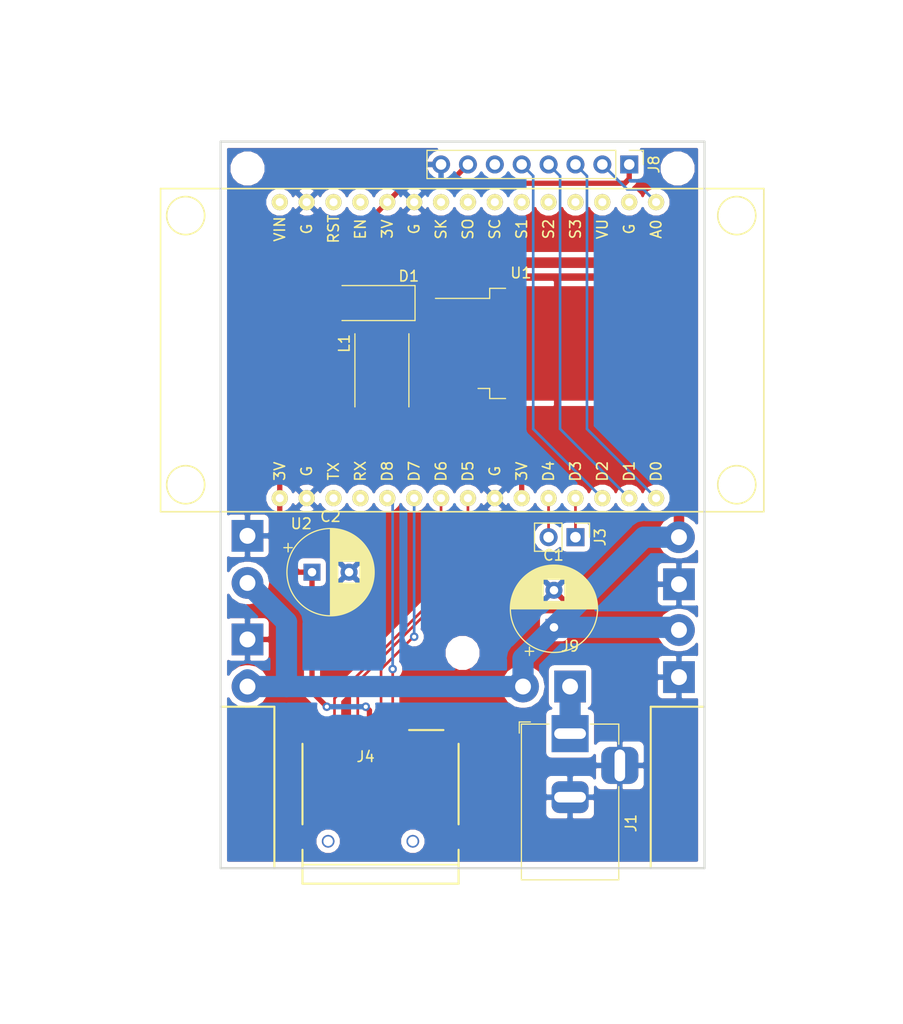
<source format=kicad_pcb>
(kicad_pcb (version 20171130) (host pcbnew "(5.0.2)-1")

  (general
    (thickness 1.6)
    (drawings 24)
    (tracks 96)
    (zones 0)
    (modules 18)
    (nets 32)
  )

  (page A4)
  (layers
    (0 F.Cu signal)
    (31 B.Cu signal)
    (32 B.Adhes user)
    (33 F.Adhes user)
    (34 B.Paste user)
    (35 F.Paste user)
    (36 B.SilkS user)
    (37 F.SilkS user)
    (38 B.Mask user)
    (39 F.Mask user)
    (40 Dwgs.User user)
    (41 Cmts.User user)
    (42 Eco1.User user)
    (43 Eco2.User user)
    (44 Edge.Cuts user)
    (45 Margin user)
    (46 B.CrtYd user)
    (47 F.CrtYd user)
    (48 B.Fab user)
    (49 F.Fab user)
  )

  (setup
    (last_trace_width 0.25)
    (trace_clearance 0.2)
    (zone_clearance 0.508)
    (zone_45_only no)
    (trace_min 0.2)
    (segment_width 0.2)
    (edge_width 0.2)
    (via_size 0.8)
    (via_drill 0.4)
    (via_min_size 0.4)
    (via_min_drill 0.3)
    (uvia_size 0.3)
    (uvia_drill 0.1)
    (uvias_allowed no)
    (uvia_min_size 0.2)
    (uvia_min_drill 0.1)
    (pcb_text_width 0.3)
    (pcb_text_size 1.5 1.5)
    (mod_edge_width 0.15)
    (mod_text_size 1 1)
    (mod_text_width 0.15)
    (pad_size 3.5 3.5)
    (pad_drill 3)
    (pad_to_mask_clearance 0.051)
    (solder_mask_min_width 0.25)
    (aux_axis_origin 0 0)
    (grid_origin 99.06 157.48)
    (visible_elements 7FFFFFFF)
    (pcbplotparams
      (layerselection 0x010fc_ffffffff)
      (usegerberextensions false)
      (usegerberattributes false)
      (usegerberadvancedattributes false)
      (creategerberjobfile false)
      (excludeedgelayer true)
      (linewidth 0.100000)
      (plotframeref false)
      (viasonmask false)
      (mode 1)
      (useauxorigin false)
      (hpglpennumber 1)
      (hpglpenspeed 20)
      (hpglpendiameter 15.000000)
      (psnegative false)
      (psa4output false)
      (plotreference true)
      (plotvalue false)
      (plotinvisibletext false)
      (padsonsilk false)
      (subtractmaskfromsilk true)
      (outputformat 1)
      (mirror false)
      (drillshape 0)
      (scaleselection 1)
      (outputdirectory "gerber/"))
  )

  (net 0 "")
  (net 1 "Net-(D1-Pad1)")
  (net 2 /BI)
  (net 3 /DI)
  (net 4 /VIN)
  (net 5 /GND)
  (net 6 /VOUT)
  (net 7 "Net-(J4-Pad8)")
  (net 8 "Net-(J4-Pad1)")
  (net 9 "Net-(U2-Pad2)")
  (net 10 "Net-(U2-Pad3)")
  (net 11 "Net-(U2-Pad4)")
  (net 12 "Net-(U2-Pad5)")
  (net 13 "Net-(U2-Pad6)")
  (net 14 "Net-(U2-Pad7)")
  (net 15 "Net-(U2-Pad8)")
  (net 16 "Net-(U2-Pad9)")
  (net 17 "Net-(U2-Pad12)")
  (net 18 "Net-(U2-Pad13)")
  (net 19 "Net-(U2-Pad15)")
  (net 20 /DAT0)
  (net 21 /CLK)
  (net 22 /CMD)
  (net 23 /DAT3)
  (net 24 /A0)
  (net 25 /TX)
  (net 26 /RX)
  (net 27 /D2)
  (net 28 /D1)
  (net 29 /D0)
  (net 30 "Net-(J8-Pad6)")
  (net 31 /VSW)

  (net_class Default "This is the default net class."
    (clearance 0.2)
    (trace_width 0.25)
    (via_dia 0.8)
    (via_drill 0.4)
    (uvia_dia 0.3)
    (uvia_drill 0.1)
    (add_net /A0)
    (add_net /BI)
    (add_net /CLK)
    (add_net /CMD)
    (add_net /D0)
    (add_net /D1)
    (add_net /D2)
    (add_net /DAT0)
    (add_net /DAT3)
    (add_net /DI)
    (add_net /RX)
    (add_net /TX)
    (add_net "Net-(D1-Pad1)")
    (add_net "Net-(J4-Pad1)")
    (add_net "Net-(J4-Pad8)")
    (add_net "Net-(J8-Pad6)")
    (add_net "Net-(U2-Pad12)")
    (add_net "Net-(U2-Pad13)")
    (add_net "Net-(U2-Pad15)")
    (add_net "Net-(U2-Pad2)")
    (add_net "Net-(U2-Pad3)")
    (add_net "Net-(U2-Pad4)")
    (add_net "Net-(U2-Pad5)")
    (add_net "Net-(U2-Pad6)")
    (add_net "Net-(U2-Pad7)")
    (add_net "Net-(U2-Pad8)")
    (add_net "Net-(U2-Pad9)")
  )

  (net_class VIN ""
    (clearance 0.2)
    (trace_width 2)
    (via_dia 1.6)
    (via_drill 0.8)
    (uvia_dia 0.6)
    (uvia_drill 0.2)
    (diff_pair_gap 0.5)
    (diff_pair_width 0.4)
    (add_net /GND)
    (add_net /VIN)
    (add_net /VSW)
  )

  (net_class VOUT ""
    (clearance 0.2)
    (trace_width 0.5)
    (via_dia 0.8)
    (via_drill 0.4)
    (uvia_dia 0.3)
    (uvia_drill 0.1)
    (add_net /VOUT)
  )

  (module ESP8266:NodeMCU-LoLinV3 (layer F.Cu) (tedit 5C7616DE) (tstamp 5C7463B0)
    (at 119.888 108.585 270)
    (path /5C6FE9F1)
    (fp_text reference U2 (at 16.383 13.208) (layer F.SilkS)
      (effects (font (size 1 1) (thickness 0.15)))
    )
    (fp_text value "NodeMCU_1.0_(ESP-12E)" (at 0 -29.21 270) (layer F.Fab)
      (effects (font (size 1 1) (thickness 0.15)))
    )
    (fp_line (start 15.25 26.5) (end 15.25 -30.5) (layer F.SilkS) (width 0.15))
    (fp_line (start -15.25 26.5) (end 15.25 26.5) (layer F.SilkS) (width 0.15))
    (fp_line (start -15.25 -30.5) (end -15.25 26.5) (layer F.SilkS) (width 0.15))
    (fp_line (start -14.75 -30.5) (end -15.25 -30.5) (layer F.SilkS) (width 0.15))
    (fp_line (start 15.25 -30.5) (end -14.75 -30.5) (layer F.SilkS) (width 0.15))
    (fp_circle (center 12.7 -27.94) (end 13.97 -29.21) (layer F.SilkS) (width 0.15))
    (fp_circle (center -12.7 -27.94) (end -11.43 -29.21) (layer F.SilkS) (width 0.15))
    (fp_circle (center -12.7 24.13) (end -11.43 22.86) (layer F.SilkS) (width 0.15))
    (fp_circle (center 12.7 24.13) (end 13.97 22.86) (layer F.SilkS) (width 0.15))
    (fp_text user D0 (at 11.43 -20.32 270) (layer F.SilkS)
      (effects (font (size 1 1) (thickness 0.15)))
    )
    (fp_text user D1 (at 11.43 -17.78 270) (layer F.SilkS)
      (effects (font (size 1 1) (thickness 0.15)))
    )
    (fp_text user D2 (at 11.43 -15.24 270) (layer F.SilkS)
      (effects (font (size 1 1) (thickness 0.15)))
    )
    (fp_text user D3 (at 11.43 -12.7 270) (layer F.SilkS)
      (effects (font (size 1 1) (thickness 0.15)))
    )
    (fp_text user D4 (at 11.43 -10.16 270) (layer F.SilkS)
      (effects (font (size 1 1) (thickness 0.15)))
    )
    (fp_text user 3V (at 11.43 -7.62 270) (layer F.SilkS)
      (effects (font (size 1 1) (thickness 0.15)))
    )
    (fp_text user G (at 11.43 -5.08 270) (layer F.SilkS)
      (effects (font (size 1 1) (thickness 0.15)))
    )
    (fp_text user D5 (at 11.43 -2.54 270) (layer F.SilkS)
      (effects (font (size 1 1) (thickness 0.15)))
    )
    (fp_text user D6 (at 11.43 0 270) (layer F.SilkS)
      (effects (font (size 1 1) (thickness 0.15)))
    )
    (fp_text user D7 (at 11.43 2.54 270) (layer F.SilkS)
      (effects (font (size 1 1) (thickness 0.15)))
    )
    (fp_text user D8 (at 11.43 5.08 270) (layer F.SilkS)
      (effects (font (size 1 1) (thickness 0.15)))
    )
    (fp_text user RX (at 11.43 7.62 270) (layer F.SilkS)
      (effects (font (size 1 1) (thickness 0.15)))
    )
    (fp_text user TX (at 11.43 10.16 270) (layer F.SilkS)
      (effects (font (size 1 1) (thickness 0.15)))
    )
    (fp_text user G (at 11.43 12.7 270) (layer F.SilkS)
      (effects (font (size 1 1) (thickness 0.15)))
    )
    (fp_text user 3V (at 11.43 15.24 270) (layer F.SilkS)
      (effects (font (size 1 1) (thickness 0.15)))
    )
    (fp_text user A0 (at -11.43 -20.32 270) (layer F.SilkS)
      (effects (font (size 1 1) (thickness 0.15)))
    )
    (fp_text user G (at -11.43 -17.78 270) (layer F.SilkS)
      (effects (font (size 1 1) (thickness 0.15)))
    )
    (fp_text user VU (at -11.43 -15.24 270) (layer F.SilkS)
      (effects (font (size 1 1) (thickness 0.15)))
    )
    (fp_text user S3 (at -11.43 -12.7 270) (layer F.SilkS)
      (effects (font (size 1 1) (thickness 0.15)))
    )
    (fp_text user S2 (at -11.43 -10.16 270) (layer F.SilkS)
      (effects (font (size 1 1) (thickness 0.15)))
    )
    (fp_text user S1 (at -11.43 -7.62 270) (layer F.SilkS)
      (effects (font (size 1 1) (thickness 0.15)))
    )
    (fp_text user SC (at -11.43 -5.08 270) (layer F.SilkS)
      (effects (font (size 1 1) (thickness 0.15)))
    )
    (fp_text user SO (at -11.43 -2.54 270) (layer F.SilkS)
      (effects (font (size 1 1) (thickness 0.15)))
    )
    (fp_text user SK (at -11.43 0 270) (layer F.SilkS)
      (effects (font (size 1 1) (thickness 0.15)))
    )
    (fp_text user G (at -11.43 2.54 270) (layer F.SilkS)
      (effects (font (size 1 1) (thickness 0.15)))
    )
    (fp_text user 3V (at -11.43 5.08 270) (layer F.SilkS)
      (effects (font (size 1 1) (thickness 0.15)))
    )
    (fp_text user EN (at -11.43 7.62 270) (layer F.SilkS)
      (effects (font (size 1 1) (thickness 0.15)))
    )
    (fp_text user RST (at -11.43 10.16 270) (layer F.SilkS)
      (effects (font (size 1 1) (thickness 0.15)))
    )
    (fp_text user G (at -11.43 12.7 270) (layer F.SilkS)
      (effects (font (size 1 1) (thickness 0.15)))
    )
    (fp_text user VIN (at -11.43 15.24 270) (layer F.SilkS)
      (effects (font (size 1 1) (thickness 0.15)))
    )
    (pad 30 thru_hole circle (at 13.97 -20.32 270) (size 1.524 1.524) (drill 0.762) (layers *.Cu *.Mask F.SilkS)
      (net 29 /D0))
    (pad 29 thru_hole circle (at 13.97 -17.78 270) (size 1.524 1.524) (drill 0.762) (layers *.Cu *.Mask F.SilkS)
      (net 28 /D1))
    (pad 28 thru_hole circle (at 13.97 -15.24 270) (size 1.524 1.524) (drill 0.762) (layers *.Cu *.Mask F.SilkS)
      (net 27 /D2))
    (pad 27 thru_hole circle (at 13.97 -12.7 270) (size 1.524 1.524) (drill 0.762) (layers *.Cu *.Mask F.SilkS)
      (net 2 /BI))
    (pad 26 thru_hole circle (at 13.97 -10.16 270) (size 1.524 1.524) (drill 0.762) (layers *.Cu *.Mask F.SilkS)
      (net 3 /DI))
    (pad 25 thru_hole circle (at 13.97 -7.62 270) (size 1.524 1.524) (drill 0.762) (layers *.Cu *.Mask F.SilkS)
      (net 6 /VOUT))
    (pad 24 thru_hole circle (at 13.97 -5.08 270) (size 1.524 1.524) (drill 0.762) (layers *.Cu *.Mask F.SilkS)
      (net 5 /GND))
    (pad 23 thru_hole circle (at 13.97 -2.54 270) (size 1.524 1.524) (drill 0.762) (layers *.Cu *.Mask F.SilkS)
      (net 21 /CLK))
    (pad 22 thru_hole circle (at 13.97 0 270) (size 1.524 1.524) (drill 0.762) (layers *.Cu *.Mask F.SilkS)
      (net 20 /DAT0))
    (pad 21 thru_hole circle (at 13.97 2.54 270) (size 1.524 1.524) (drill 0.762) (layers *.Cu *.Mask F.SilkS)
      (net 22 /CMD))
    (pad 20 thru_hole circle (at 13.97 5.08 270) (size 1.524 1.524) (drill 0.762) (layers *.Cu *.Mask F.SilkS)
      (net 23 /DAT3))
    (pad 19 thru_hole circle (at 13.97 7.62 270) (size 1.524 1.524) (drill 0.762) (layers *.Cu *.Mask F.SilkS)
      (net 26 /RX))
    (pad 18 thru_hole circle (at 13.97 10.16 270) (size 1.524 1.524) (drill 0.762) (layers *.Cu *.Mask F.SilkS)
      (net 25 /TX))
    (pad 17 thru_hole circle (at 13.97 12.7 270) (size 1.524 1.524) (drill 0.762) (layers *.Cu *.Mask F.SilkS)
      (net 5 /GND))
    (pad 16 thru_hole circle (at 13.97 15.24 270) (size 1.524 1.524) (drill 0.762) (layers *.Cu *.Mask F.SilkS)
      (net 6 /VOUT))
    (pad 15 thru_hole circle (at -13.97 15.24 270) (size 1.524 1.524) (drill 0.762) (layers *.Cu *.Mask F.SilkS)
      (net 19 "Net-(U2-Pad15)"))
    (pad 14 thru_hole circle (at -13.97 12.7 270) (size 1.524 1.524) (drill 0.762) (layers *.Cu *.Mask F.SilkS)
      (net 5 /GND))
    (pad 13 thru_hole circle (at -13.97 10.16 270) (size 1.524 1.524) (drill 0.762) (layers *.Cu *.Mask F.SilkS)
      (net 18 "Net-(U2-Pad13)"))
    (pad 12 thru_hole circle (at -13.97 7.62 270) (size 1.524 1.524) (drill 0.762) (layers *.Cu *.Mask F.SilkS)
      (net 17 "Net-(U2-Pad12)"))
    (pad 11 thru_hole circle (at -13.97 5.08 270) (size 1.524 1.524) (drill 0.762) (layers *.Cu *.Mask F.SilkS)
      (net 6 /VOUT))
    (pad 10 thru_hole circle (at -13.97 2.54 270) (size 1.524 1.524) (drill 0.762) (layers *.Cu *.Mask F.SilkS)
      (net 5 /GND))
    (pad 9 thru_hole circle (at -13.97 0 270) (size 1.524 1.524) (drill 0.762) (layers *.Cu *.Mask F.SilkS)
      (net 16 "Net-(U2-Pad9)"))
    (pad 8 thru_hole circle (at -13.97 -2.54 270) (size 1.524 1.524) (drill 0.762) (layers *.Cu *.Mask F.SilkS)
      (net 15 "Net-(U2-Pad8)"))
    (pad 7 thru_hole circle (at -13.97 -5.08 270) (size 1.524 1.524) (drill 0.762) (layers *.Cu *.Mask F.SilkS)
      (net 14 "Net-(U2-Pad7)"))
    (pad 6 thru_hole circle (at -13.97 -7.62 270) (size 1.524 1.524) (drill 0.762) (layers *.Cu *.Mask F.SilkS)
      (net 13 "Net-(U2-Pad6)"))
    (pad 5 thru_hole circle (at -13.97 -10.16 270) (size 1.524 1.524) (drill 0.762) (layers *.Cu *.Mask F.SilkS)
      (net 12 "Net-(U2-Pad5)"))
    (pad 4 thru_hole circle (at -13.97 -12.7 270) (size 1.524 1.524) (drill 0.762) (layers *.Cu *.Mask F.SilkS)
      (net 11 "Net-(U2-Pad4)"))
    (pad 3 thru_hole circle (at -13.97 -15.24 270) (size 1.524 1.524) (drill 0.762) (layers *.Cu *.Mask F.SilkS)
      (net 10 "Net-(U2-Pad3)"))
    (pad 2 thru_hole circle (at -13.97 -17.78 270) (size 1.524 1.524) (drill 0.762) (layers *.Cu *.Mask F.SilkS)
      (net 9 "Net-(U2-Pad2)"))
    (pad 1 thru_hole circle (at -13.97 -20.32 270) (size 1.524 1.524) (drill 0.762) (layers *.Cu *.Mask F.SilkS)
      (net 24 /A0))
  )

  (module Capacitor_THT:CP_Radial_D8.0mm_P3.50mm (layer F.Cu) (tedit 5AE50EF0) (tstamp 5C79616C)
    (at 130.556 134.747 90)
    (descr "CP, Radial series, Radial, pin pitch=3.50mm, , diameter=8mm, Electrolytic Capacitor")
    (tags "CP Radial series Radial pin pitch 3.50mm  diameter 8mm Electrolytic Capacitor")
    (path /5C6FFEB8)
    (fp_text reference C1 (at 6.8072 -0.0508) (layer F.SilkS)
      (effects (font (size 1 1) (thickness 0.15)))
    )
    (fp_text value 100uF (at -1.778 0.0508 180) (layer F.Fab) hide
      (effects (font (size 1 1) (thickness 0.15)))
    )
    (fp_text user %R (at 1.75 0 90) (layer F.Fab)
      (effects (font (size 1 1) (thickness 0.15)))
    )
    (fp_line (start -2.259698 -2.715) (end -2.259698 -1.915) (layer F.SilkS) (width 0.12))
    (fp_line (start -2.659698 -2.315) (end -1.859698 -2.315) (layer F.SilkS) (width 0.12))
    (fp_line (start 5.831 -0.533) (end 5.831 0.533) (layer F.SilkS) (width 0.12))
    (fp_line (start 5.791 -0.768) (end 5.791 0.768) (layer F.SilkS) (width 0.12))
    (fp_line (start 5.751 -0.948) (end 5.751 0.948) (layer F.SilkS) (width 0.12))
    (fp_line (start 5.711 -1.098) (end 5.711 1.098) (layer F.SilkS) (width 0.12))
    (fp_line (start 5.671 -1.229) (end 5.671 1.229) (layer F.SilkS) (width 0.12))
    (fp_line (start 5.631 -1.346) (end 5.631 1.346) (layer F.SilkS) (width 0.12))
    (fp_line (start 5.591 -1.453) (end 5.591 1.453) (layer F.SilkS) (width 0.12))
    (fp_line (start 5.551 -1.552) (end 5.551 1.552) (layer F.SilkS) (width 0.12))
    (fp_line (start 5.511 -1.645) (end 5.511 1.645) (layer F.SilkS) (width 0.12))
    (fp_line (start 5.471 -1.731) (end 5.471 1.731) (layer F.SilkS) (width 0.12))
    (fp_line (start 5.431 -1.813) (end 5.431 1.813) (layer F.SilkS) (width 0.12))
    (fp_line (start 5.391 -1.89) (end 5.391 1.89) (layer F.SilkS) (width 0.12))
    (fp_line (start 5.351 -1.964) (end 5.351 1.964) (layer F.SilkS) (width 0.12))
    (fp_line (start 5.311 -2.034) (end 5.311 2.034) (layer F.SilkS) (width 0.12))
    (fp_line (start 5.271 -2.102) (end 5.271 2.102) (layer F.SilkS) (width 0.12))
    (fp_line (start 5.231 -2.166) (end 5.231 2.166) (layer F.SilkS) (width 0.12))
    (fp_line (start 5.191 -2.228) (end 5.191 2.228) (layer F.SilkS) (width 0.12))
    (fp_line (start 5.151 -2.287) (end 5.151 2.287) (layer F.SilkS) (width 0.12))
    (fp_line (start 5.111 -2.345) (end 5.111 2.345) (layer F.SilkS) (width 0.12))
    (fp_line (start 5.071 -2.4) (end 5.071 2.4) (layer F.SilkS) (width 0.12))
    (fp_line (start 5.031 -2.454) (end 5.031 2.454) (layer F.SilkS) (width 0.12))
    (fp_line (start 4.991 -2.505) (end 4.991 2.505) (layer F.SilkS) (width 0.12))
    (fp_line (start 4.951 -2.556) (end 4.951 2.556) (layer F.SilkS) (width 0.12))
    (fp_line (start 4.911 -2.604) (end 4.911 2.604) (layer F.SilkS) (width 0.12))
    (fp_line (start 4.871 -2.651) (end 4.871 2.651) (layer F.SilkS) (width 0.12))
    (fp_line (start 4.831 -2.697) (end 4.831 2.697) (layer F.SilkS) (width 0.12))
    (fp_line (start 4.791 -2.741) (end 4.791 2.741) (layer F.SilkS) (width 0.12))
    (fp_line (start 4.751 -2.784) (end 4.751 2.784) (layer F.SilkS) (width 0.12))
    (fp_line (start 4.711 -2.826) (end 4.711 2.826) (layer F.SilkS) (width 0.12))
    (fp_line (start 4.671 -2.867) (end 4.671 2.867) (layer F.SilkS) (width 0.12))
    (fp_line (start 4.631 -2.907) (end 4.631 2.907) (layer F.SilkS) (width 0.12))
    (fp_line (start 4.591 -2.945) (end 4.591 2.945) (layer F.SilkS) (width 0.12))
    (fp_line (start 4.551 -2.983) (end 4.551 2.983) (layer F.SilkS) (width 0.12))
    (fp_line (start 4.511 1.04) (end 4.511 3.019) (layer F.SilkS) (width 0.12))
    (fp_line (start 4.511 -3.019) (end 4.511 -1.04) (layer F.SilkS) (width 0.12))
    (fp_line (start 4.471 1.04) (end 4.471 3.055) (layer F.SilkS) (width 0.12))
    (fp_line (start 4.471 -3.055) (end 4.471 -1.04) (layer F.SilkS) (width 0.12))
    (fp_line (start 4.431 1.04) (end 4.431 3.09) (layer F.SilkS) (width 0.12))
    (fp_line (start 4.431 -3.09) (end 4.431 -1.04) (layer F.SilkS) (width 0.12))
    (fp_line (start 4.391 1.04) (end 4.391 3.124) (layer F.SilkS) (width 0.12))
    (fp_line (start 4.391 -3.124) (end 4.391 -1.04) (layer F.SilkS) (width 0.12))
    (fp_line (start 4.351 1.04) (end 4.351 3.156) (layer F.SilkS) (width 0.12))
    (fp_line (start 4.351 -3.156) (end 4.351 -1.04) (layer F.SilkS) (width 0.12))
    (fp_line (start 4.311 1.04) (end 4.311 3.189) (layer F.SilkS) (width 0.12))
    (fp_line (start 4.311 -3.189) (end 4.311 -1.04) (layer F.SilkS) (width 0.12))
    (fp_line (start 4.271 1.04) (end 4.271 3.22) (layer F.SilkS) (width 0.12))
    (fp_line (start 4.271 -3.22) (end 4.271 -1.04) (layer F.SilkS) (width 0.12))
    (fp_line (start 4.231 1.04) (end 4.231 3.25) (layer F.SilkS) (width 0.12))
    (fp_line (start 4.231 -3.25) (end 4.231 -1.04) (layer F.SilkS) (width 0.12))
    (fp_line (start 4.191 1.04) (end 4.191 3.28) (layer F.SilkS) (width 0.12))
    (fp_line (start 4.191 -3.28) (end 4.191 -1.04) (layer F.SilkS) (width 0.12))
    (fp_line (start 4.151 1.04) (end 4.151 3.309) (layer F.SilkS) (width 0.12))
    (fp_line (start 4.151 -3.309) (end 4.151 -1.04) (layer F.SilkS) (width 0.12))
    (fp_line (start 4.111 1.04) (end 4.111 3.338) (layer F.SilkS) (width 0.12))
    (fp_line (start 4.111 -3.338) (end 4.111 -1.04) (layer F.SilkS) (width 0.12))
    (fp_line (start 4.071 1.04) (end 4.071 3.365) (layer F.SilkS) (width 0.12))
    (fp_line (start 4.071 -3.365) (end 4.071 -1.04) (layer F.SilkS) (width 0.12))
    (fp_line (start 4.031 1.04) (end 4.031 3.392) (layer F.SilkS) (width 0.12))
    (fp_line (start 4.031 -3.392) (end 4.031 -1.04) (layer F.SilkS) (width 0.12))
    (fp_line (start 3.991 1.04) (end 3.991 3.418) (layer F.SilkS) (width 0.12))
    (fp_line (start 3.991 -3.418) (end 3.991 -1.04) (layer F.SilkS) (width 0.12))
    (fp_line (start 3.951 1.04) (end 3.951 3.444) (layer F.SilkS) (width 0.12))
    (fp_line (start 3.951 -3.444) (end 3.951 -1.04) (layer F.SilkS) (width 0.12))
    (fp_line (start 3.911 1.04) (end 3.911 3.469) (layer F.SilkS) (width 0.12))
    (fp_line (start 3.911 -3.469) (end 3.911 -1.04) (layer F.SilkS) (width 0.12))
    (fp_line (start 3.871 1.04) (end 3.871 3.493) (layer F.SilkS) (width 0.12))
    (fp_line (start 3.871 -3.493) (end 3.871 -1.04) (layer F.SilkS) (width 0.12))
    (fp_line (start 3.831 1.04) (end 3.831 3.517) (layer F.SilkS) (width 0.12))
    (fp_line (start 3.831 -3.517) (end 3.831 -1.04) (layer F.SilkS) (width 0.12))
    (fp_line (start 3.791 1.04) (end 3.791 3.54) (layer F.SilkS) (width 0.12))
    (fp_line (start 3.791 -3.54) (end 3.791 -1.04) (layer F.SilkS) (width 0.12))
    (fp_line (start 3.751 1.04) (end 3.751 3.562) (layer F.SilkS) (width 0.12))
    (fp_line (start 3.751 -3.562) (end 3.751 -1.04) (layer F.SilkS) (width 0.12))
    (fp_line (start 3.711 1.04) (end 3.711 3.584) (layer F.SilkS) (width 0.12))
    (fp_line (start 3.711 -3.584) (end 3.711 -1.04) (layer F.SilkS) (width 0.12))
    (fp_line (start 3.671 1.04) (end 3.671 3.606) (layer F.SilkS) (width 0.12))
    (fp_line (start 3.671 -3.606) (end 3.671 -1.04) (layer F.SilkS) (width 0.12))
    (fp_line (start 3.631 1.04) (end 3.631 3.627) (layer F.SilkS) (width 0.12))
    (fp_line (start 3.631 -3.627) (end 3.631 -1.04) (layer F.SilkS) (width 0.12))
    (fp_line (start 3.591 1.04) (end 3.591 3.647) (layer F.SilkS) (width 0.12))
    (fp_line (start 3.591 -3.647) (end 3.591 -1.04) (layer F.SilkS) (width 0.12))
    (fp_line (start 3.551 1.04) (end 3.551 3.666) (layer F.SilkS) (width 0.12))
    (fp_line (start 3.551 -3.666) (end 3.551 -1.04) (layer F.SilkS) (width 0.12))
    (fp_line (start 3.511 1.04) (end 3.511 3.686) (layer F.SilkS) (width 0.12))
    (fp_line (start 3.511 -3.686) (end 3.511 -1.04) (layer F.SilkS) (width 0.12))
    (fp_line (start 3.471 1.04) (end 3.471 3.704) (layer F.SilkS) (width 0.12))
    (fp_line (start 3.471 -3.704) (end 3.471 -1.04) (layer F.SilkS) (width 0.12))
    (fp_line (start 3.431 1.04) (end 3.431 3.722) (layer F.SilkS) (width 0.12))
    (fp_line (start 3.431 -3.722) (end 3.431 -1.04) (layer F.SilkS) (width 0.12))
    (fp_line (start 3.391 1.04) (end 3.391 3.74) (layer F.SilkS) (width 0.12))
    (fp_line (start 3.391 -3.74) (end 3.391 -1.04) (layer F.SilkS) (width 0.12))
    (fp_line (start 3.351 1.04) (end 3.351 3.757) (layer F.SilkS) (width 0.12))
    (fp_line (start 3.351 -3.757) (end 3.351 -1.04) (layer F.SilkS) (width 0.12))
    (fp_line (start 3.311 1.04) (end 3.311 3.774) (layer F.SilkS) (width 0.12))
    (fp_line (start 3.311 -3.774) (end 3.311 -1.04) (layer F.SilkS) (width 0.12))
    (fp_line (start 3.271 1.04) (end 3.271 3.79) (layer F.SilkS) (width 0.12))
    (fp_line (start 3.271 -3.79) (end 3.271 -1.04) (layer F.SilkS) (width 0.12))
    (fp_line (start 3.231 1.04) (end 3.231 3.805) (layer F.SilkS) (width 0.12))
    (fp_line (start 3.231 -3.805) (end 3.231 -1.04) (layer F.SilkS) (width 0.12))
    (fp_line (start 3.191 1.04) (end 3.191 3.821) (layer F.SilkS) (width 0.12))
    (fp_line (start 3.191 -3.821) (end 3.191 -1.04) (layer F.SilkS) (width 0.12))
    (fp_line (start 3.151 1.04) (end 3.151 3.835) (layer F.SilkS) (width 0.12))
    (fp_line (start 3.151 -3.835) (end 3.151 -1.04) (layer F.SilkS) (width 0.12))
    (fp_line (start 3.111 1.04) (end 3.111 3.85) (layer F.SilkS) (width 0.12))
    (fp_line (start 3.111 -3.85) (end 3.111 -1.04) (layer F.SilkS) (width 0.12))
    (fp_line (start 3.071 1.04) (end 3.071 3.863) (layer F.SilkS) (width 0.12))
    (fp_line (start 3.071 -3.863) (end 3.071 -1.04) (layer F.SilkS) (width 0.12))
    (fp_line (start 3.031 1.04) (end 3.031 3.877) (layer F.SilkS) (width 0.12))
    (fp_line (start 3.031 -3.877) (end 3.031 -1.04) (layer F.SilkS) (width 0.12))
    (fp_line (start 2.991 1.04) (end 2.991 3.889) (layer F.SilkS) (width 0.12))
    (fp_line (start 2.991 -3.889) (end 2.991 -1.04) (layer F.SilkS) (width 0.12))
    (fp_line (start 2.951 1.04) (end 2.951 3.902) (layer F.SilkS) (width 0.12))
    (fp_line (start 2.951 -3.902) (end 2.951 -1.04) (layer F.SilkS) (width 0.12))
    (fp_line (start 2.911 1.04) (end 2.911 3.914) (layer F.SilkS) (width 0.12))
    (fp_line (start 2.911 -3.914) (end 2.911 -1.04) (layer F.SilkS) (width 0.12))
    (fp_line (start 2.871 1.04) (end 2.871 3.925) (layer F.SilkS) (width 0.12))
    (fp_line (start 2.871 -3.925) (end 2.871 -1.04) (layer F.SilkS) (width 0.12))
    (fp_line (start 2.831 1.04) (end 2.831 3.936) (layer F.SilkS) (width 0.12))
    (fp_line (start 2.831 -3.936) (end 2.831 -1.04) (layer F.SilkS) (width 0.12))
    (fp_line (start 2.791 1.04) (end 2.791 3.947) (layer F.SilkS) (width 0.12))
    (fp_line (start 2.791 -3.947) (end 2.791 -1.04) (layer F.SilkS) (width 0.12))
    (fp_line (start 2.751 1.04) (end 2.751 3.957) (layer F.SilkS) (width 0.12))
    (fp_line (start 2.751 -3.957) (end 2.751 -1.04) (layer F.SilkS) (width 0.12))
    (fp_line (start 2.711 1.04) (end 2.711 3.967) (layer F.SilkS) (width 0.12))
    (fp_line (start 2.711 -3.967) (end 2.711 -1.04) (layer F.SilkS) (width 0.12))
    (fp_line (start 2.671 1.04) (end 2.671 3.976) (layer F.SilkS) (width 0.12))
    (fp_line (start 2.671 -3.976) (end 2.671 -1.04) (layer F.SilkS) (width 0.12))
    (fp_line (start 2.631 1.04) (end 2.631 3.985) (layer F.SilkS) (width 0.12))
    (fp_line (start 2.631 -3.985) (end 2.631 -1.04) (layer F.SilkS) (width 0.12))
    (fp_line (start 2.591 1.04) (end 2.591 3.994) (layer F.SilkS) (width 0.12))
    (fp_line (start 2.591 -3.994) (end 2.591 -1.04) (layer F.SilkS) (width 0.12))
    (fp_line (start 2.551 1.04) (end 2.551 4.002) (layer F.SilkS) (width 0.12))
    (fp_line (start 2.551 -4.002) (end 2.551 -1.04) (layer F.SilkS) (width 0.12))
    (fp_line (start 2.511 1.04) (end 2.511 4.01) (layer F.SilkS) (width 0.12))
    (fp_line (start 2.511 -4.01) (end 2.511 -1.04) (layer F.SilkS) (width 0.12))
    (fp_line (start 2.471 1.04) (end 2.471 4.017) (layer F.SilkS) (width 0.12))
    (fp_line (start 2.471 -4.017) (end 2.471 -1.04) (layer F.SilkS) (width 0.12))
    (fp_line (start 2.43 -4.024) (end 2.43 4.024) (layer F.SilkS) (width 0.12))
    (fp_line (start 2.39 -4.03) (end 2.39 4.03) (layer F.SilkS) (width 0.12))
    (fp_line (start 2.35 -4.037) (end 2.35 4.037) (layer F.SilkS) (width 0.12))
    (fp_line (start 2.31 -4.042) (end 2.31 4.042) (layer F.SilkS) (width 0.12))
    (fp_line (start 2.27 -4.048) (end 2.27 4.048) (layer F.SilkS) (width 0.12))
    (fp_line (start 2.23 -4.052) (end 2.23 4.052) (layer F.SilkS) (width 0.12))
    (fp_line (start 2.19 -4.057) (end 2.19 4.057) (layer F.SilkS) (width 0.12))
    (fp_line (start 2.15 -4.061) (end 2.15 4.061) (layer F.SilkS) (width 0.12))
    (fp_line (start 2.11 -4.065) (end 2.11 4.065) (layer F.SilkS) (width 0.12))
    (fp_line (start 2.07 -4.068) (end 2.07 4.068) (layer F.SilkS) (width 0.12))
    (fp_line (start 2.03 -4.071) (end 2.03 4.071) (layer F.SilkS) (width 0.12))
    (fp_line (start 1.99 -4.074) (end 1.99 4.074) (layer F.SilkS) (width 0.12))
    (fp_line (start 1.95 -4.076) (end 1.95 4.076) (layer F.SilkS) (width 0.12))
    (fp_line (start 1.91 -4.077) (end 1.91 4.077) (layer F.SilkS) (width 0.12))
    (fp_line (start 1.87 -4.079) (end 1.87 4.079) (layer F.SilkS) (width 0.12))
    (fp_line (start 1.83 -4.08) (end 1.83 4.08) (layer F.SilkS) (width 0.12))
    (fp_line (start 1.79 -4.08) (end 1.79 4.08) (layer F.SilkS) (width 0.12))
    (fp_line (start 1.75 -4.08) (end 1.75 4.08) (layer F.SilkS) (width 0.12))
    (fp_line (start -1.276759 -2.1475) (end -1.276759 -1.3475) (layer F.Fab) (width 0.1))
    (fp_line (start -1.676759 -1.7475) (end -0.876759 -1.7475) (layer F.Fab) (width 0.1))
    (fp_circle (center 1.75 0) (end 6 0) (layer F.CrtYd) (width 0.05))
    (fp_circle (center 1.75 0) (end 5.87 0) (layer F.SilkS) (width 0.12))
    (fp_circle (center 1.75 0) (end 5.75 0) (layer F.Fab) (width 0.1))
    (pad 2 thru_hole circle (at 3.5 0 90) (size 1.6 1.6) (drill 0.8) (layers *.Cu *.Mask)
      (net 5 /GND))
    (pad 1 thru_hole rect (at 0 0 90) (size 1.6 1.6) (drill 0.8) (layers *.Cu *.Mask)
      (net 4 /VIN))
    (model ${KISYS3DMOD}/Capacitor_THT.3dshapes/CP_Radial_D8.0mm_P3.50mm.wrl
      (at (xyz 0 0 0))
      (scale (xyz 1 1 1))
      (rotate (xyz 0 0 0))
    )
  )

  (module Capacitor_THT:CP_Radial_D8.0mm_P3.50mm (layer F.Cu) (tedit 5AE50EF0) (tstamp 5C796214)
    (at 107.696 129.54)
    (descr "CP, Radial series, Radial, pin pitch=3.50mm, , diameter=8mm, Electrolytic Capacitor")
    (tags "CP Radial series Radial pin pitch 3.50mm  diameter 8mm Electrolytic Capacitor")
    (path /5C702BD9)
    (fp_text reference C2 (at 1.75 -5.25) (layer F.SilkS)
      (effects (font (size 1 1) (thickness 0.15)))
    )
    (fp_text value 330uF (at 1.75 5.25) (layer F.Fab)
      (effects (font (size 1 1) (thickness 0.15)))
    )
    (fp_text user %R (at 1.75 0) (layer F.Fab)
      (effects (font (size 1 1) (thickness 0.15)))
    )
    (fp_line (start -2.259698 -2.715) (end -2.259698 -1.915) (layer F.SilkS) (width 0.12))
    (fp_line (start -2.659698 -2.315) (end -1.859698 -2.315) (layer F.SilkS) (width 0.12))
    (fp_line (start 5.831 -0.533) (end 5.831 0.533) (layer F.SilkS) (width 0.12))
    (fp_line (start 5.791 -0.768) (end 5.791 0.768) (layer F.SilkS) (width 0.12))
    (fp_line (start 5.751 -0.948) (end 5.751 0.948) (layer F.SilkS) (width 0.12))
    (fp_line (start 5.711 -1.098) (end 5.711 1.098) (layer F.SilkS) (width 0.12))
    (fp_line (start 5.671 -1.229) (end 5.671 1.229) (layer F.SilkS) (width 0.12))
    (fp_line (start 5.631 -1.346) (end 5.631 1.346) (layer F.SilkS) (width 0.12))
    (fp_line (start 5.591 -1.453) (end 5.591 1.453) (layer F.SilkS) (width 0.12))
    (fp_line (start 5.551 -1.552) (end 5.551 1.552) (layer F.SilkS) (width 0.12))
    (fp_line (start 5.511 -1.645) (end 5.511 1.645) (layer F.SilkS) (width 0.12))
    (fp_line (start 5.471 -1.731) (end 5.471 1.731) (layer F.SilkS) (width 0.12))
    (fp_line (start 5.431 -1.813) (end 5.431 1.813) (layer F.SilkS) (width 0.12))
    (fp_line (start 5.391 -1.89) (end 5.391 1.89) (layer F.SilkS) (width 0.12))
    (fp_line (start 5.351 -1.964) (end 5.351 1.964) (layer F.SilkS) (width 0.12))
    (fp_line (start 5.311 -2.034) (end 5.311 2.034) (layer F.SilkS) (width 0.12))
    (fp_line (start 5.271 -2.102) (end 5.271 2.102) (layer F.SilkS) (width 0.12))
    (fp_line (start 5.231 -2.166) (end 5.231 2.166) (layer F.SilkS) (width 0.12))
    (fp_line (start 5.191 -2.228) (end 5.191 2.228) (layer F.SilkS) (width 0.12))
    (fp_line (start 5.151 -2.287) (end 5.151 2.287) (layer F.SilkS) (width 0.12))
    (fp_line (start 5.111 -2.345) (end 5.111 2.345) (layer F.SilkS) (width 0.12))
    (fp_line (start 5.071 -2.4) (end 5.071 2.4) (layer F.SilkS) (width 0.12))
    (fp_line (start 5.031 -2.454) (end 5.031 2.454) (layer F.SilkS) (width 0.12))
    (fp_line (start 4.991 -2.505) (end 4.991 2.505) (layer F.SilkS) (width 0.12))
    (fp_line (start 4.951 -2.556) (end 4.951 2.556) (layer F.SilkS) (width 0.12))
    (fp_line (start 4.911 -2.604) (end 4.911 2.604) (layer F.SilkS) (width 0.12))
    (fp_line (start 4.871 -2.651) (end 4.871 2.651) (layer F.SilkS) (width 0.12))
    (fp_line (start 4.831 -2.697) (end 4.831 2.697) (layer F.SilkS) (width 0.12))
    (fp_line (start 4.791 -2.741) (end 4.791 2.741) (layer F.SilkS) (width 0.12))
    (fp_line (start 4.751 -2.784) (end 4.751 2.784) (layer F.SilkS) (width 0.12))
    (fp_line (start 4.711 -2.826) (end 4.711 2.826) (layer F.SilkS) (width 0.12))
    (fp_line (start 4.671 -2.867) (end 4.671 2.867) (layer F.SilkS) (width 0.12))
    (fp_line (start 4.631 -2.907) (end 4.631 2.907) (layer F.SilkS) (width 0.12))
    (fp_line (start 4.591 -2.945) (end 4.591 2.945) (layer F.SilkS) (width 0.12))
    (fp_line (start 4.551 -2.983) (end 4.551 2.983) (layer F.SilkS) (width 0.12))
    (fp_line (start 4.511 1.04) (end 4.511 3.019) (layer F.SilkS) (width 0.12))
    (fp_line (start 4.511 -3.019) (end 4.511 -1.04) (layer F.SilkS) (width 0.12))
    (fp_line (start 4.471 1.04) (end 4.471 3.055) (layer F.SilkS) (width 0.12))
    (fp_line (start 4.471 -3.055) (end 4.471 -1.04) (layer F.SilkS) (width 0.12))
    (fp_line (start 4.431 1.04) (end 4.431 3.09) (layer F.SilkS) (width 0.12))
    (fp_line (start 4.431 -3.09) (end 4.431 -1.04) (layer F.SilkS) (width 0.12))
    (fp_line (start 4.391 1.04) (end 4.391 3.124) (layer F.SilkS) (width 0.12))
    (fp_line (start 4.391 -3.124) (end 4.391 -1.04) (layer F.SilkS) (width 0.12))
    (fp_line (start 4.351 1.04) (end 4.351 3.156) (layer F.SilkS) (width 0.12))
    (fp_line (start 4.351 -3.156) (end 4.351 -1.04) (layer F.SilkS) (width 0.12))
    (fp_line (start 4.311 1.04) (end 4.311 3.189) (layer F.SilkS) (width 0.12))
    (fp_line (start 4.311 -3.189) (end 4.311 -1.04) (layer F.SilkS) (width 0.12))
    (fp_line (start 4.271 1.04) (end 4.271 3.22) (layer F.SilkS) (width 0.12))
    (fp_line (start 4.271 -3.22) (end 4.271 -1.04) (layer F.SilkS) (width 0.12))
    (fp_line (start 4.231 1.04) (end 4.231 3.25) (layer F.SilkS) (width 0.12))
    (fp_line (start 4.231 -3.25) (end 4.231 -1.04) (layer F.SilkS) (width 0.12))
    (fp_line (start 4.191 1.04) (end 4.191 3.28) (layer F.SilkS) (width 0.12))
    (fp_line (start 4.191 -3.28) (end 4.191 -1.04) (layer F.SilkS) (width 0.12))
    (fp_line (start 4.151 1.04) (end 4.151 3.309) (layer F.SilkS) (width 0.12))
    (fp_line (start 4.151 -3.309) (end 4.151 -1.04) (layer F.SilkS) (width 0.12))
    (fp_line (start 4.111 1.04) (end 4.111 3.338) (layer F.SilkS) (width 0.12))
    (fp_line (start 4.111 -3.338) (end 4.111 -1.04) (layer F.SilkS) (width 0.12))
    (fp_line (start 4.071 1.04) (end 4.071 3.365) (layer F.SilkS) (width 0.12))
    (fp_line (start 4.071 -3.365) (end 4.071 -1.04) (layer F.SilkS) (width 0.12))
    (fp_line (start 4.031 1.04) (end 4.031 3.392) (layer F.SilkS) (width 0.12))
    (fp_line (start 4.031 -3.392) (end 4.031 -1.04) (layer F.SilkS) (width 0.12))
    (fp_line (start 3.991 1.04) (end 3.991 3.418) (layer F.SilkS) (width 0.12))
    (fp_line (start 3.991 -3.418) (end 3.991 -1.04) (layer F.SilkS) (width 0.12))
    (fp_line (start 3.951 1.04) (end 3.951 3.444) (layer F.SilkS) (width 0.12))
    (fp_line (start 3.951 -3.444) (end 3.951 -1.04) (layer F.SilkS) (width 0.12))
    (fp_line (start 3.911 1.04) (end 3.911 3.469) (layer F.SilkS) (width 0.12))
    (fp_line (start 3.911 -3.469) (end 3.911 -1.04) (layer F.SilkS) (width 0.12))
    (fp_line (start 3.871 1.04) (end 3.871 3.493) (layer F.SilkS) (width 0.12))
    (fp_line (start 3.871 -3.493) (end 3.871 -1.04) (layer F.SilkS) (width 0.12))
    (fp_line (start 3.831 1.04) (end 3.831 3.517) (layer F.SilkS) (width 0.12))
    (fp_line (start 3.831 -3.517) (end 3.831 -1.04) (layer F.SilkS) (width 0.12))
    (fp_line (start 3.791 1.04) (end 3.791 3.54) (layer F.SilkS) (width 0.12))
    (fp_line (start 3.791 -3.54) (end 3.791 -1.04) (layer F.SilkS) (width 0.12))
    (fp_line (start 3.751 1.04) (end 3.751 3.562) (layer F.SilkS) (width 0.12))
    (fp_line (start 3.751 -3.562) (end 3.751 -1.04) (layer F.SilkS) (width 0.12))
    (fp_line (start 3.711 1.04) (end 3.711 3.584) (layer F.SilkS) (width 0.12))
    (fp_line (start 3.711 -3.584) (end 3.711 -1.04) (layer F.SilkS) (width 0.12))
    (fp_line (start 3.671 1.04) (end 3.671 3.606) (layer F.SilkS) (width 0.12))
    (fp_line (start 3.671 -3.606) (end 3.671 -1.04) (layer F.SilkS) (width 0.12))
    (fp_line (start 3.631 1.04) (end 3.631 3.627) (layer F.SilkS) (width 0.12))
    (fp_line (start 3.631 -3.627) (end 3.631 -1.04) (layer F.SilkS) (width 0.12))
    (fp_line (start 3.591 1.04) (end 3.591 3.647) (layer F.SilkS) (width 0.12))
    (fp_line (start 3.591 -3.647) (end 3.591 -1.04) (layer F.SilkS) (width 0.12))
    (fp_line (start 3.551 1.04) (end 3.551 3.666) (layer F.SilkS) (width 0.12))
    (fp_line (start 3.551 -3.666) (end 3.551 -1.04) (layer F.SilkS) (width 0.12))
    (fp_line (start 3.511 1.04) (end 3.511 3.686) (layer F.SilkS) (width 0.12))
    (fp_line (start 3.511 -3.686) (end 3.511 -1.04) (layer F.SilkS) (width 0.12))
    (fp_line (start 3.471 1.04) (end 3.471 3.704) (layer F.SilkS) (width 0.12))
    (fp_line (start 3.471 -3.704) (end 3.471 -1.04) (layer F.SilkS) (width 0.12))
    (fp_line (start 3.431 1.04) (end 3.431 3.722) (layer F.SilkS) (width 0.12))
    (fp_line (start 3.431 -3.722) (end 3.431 -1.04) (layer F.SilkS) (width 0.12))
    (fp_line (start 3.391 1.04) (end 3.391 3.74) (layer F.SilkS) (width 0.12))
    (fp_line (start 3.391 -3.74) (end 3.391 -1.04) (layer F.SilkS) (width 0.12))
    (fp_line (start 3.351 1.04) (end 3.351 3.757) (layer F.SilkS) (width 0.12))
    (fp_line (start 3.351 -3.757) (end 3.351 -1.04) (layer F.SilkS) (width 0.12))
    (fp_line (start 3.311 1.04) (end 3.311 3.774) (layer F.SilkS) (width 0.12))
    (fp_line (start 3.311 -3.774) (end 3.311 -1.04) (layer F.SilkS) (width 0.12))
    (fp_line (start 3.271 1.04) (end 3.271 3.79) (layer F.SilkS) (width 0.12))
    (fp_line (start 3.271 -3.79) (end 3.271 -1.04) (layer F.SilkS) (width 0.12))
    (fp_line (start 3.231 1.04) (end 3.231 3.805) (layer F.SilkS) (width 0.12))
    (fp_line (start 3.231 -3.805) (end 3.231 -1.04) (layer F.SilkS) (width 0.12))
    (fp_line (start 3.191 1.04) (end 3.191 3.821) (layer F.SilkS) (width 0.12))
    (fp_line (start 3.191 -3.821) (end 3.191 -1.04) (layer F.SilkS) (width 0.12))
    (fp_line (start 3.151 1.04) (end 3.151 3.835) (layer F.SilkS) (width 0.12))
    (fp_line (start 3.151 -3.835) (end 3.151 -1.04) (layer F.SilkS) (width 0.12))
    (fp_line (start 3.111 1.04) (end 3.111 3.85) (layer F.SilkS) (width 0.12))
    (fp_line (start 3.111 -3.85) (end 3.111 -1.04) (layer F.SilkS) (width 0.12))
    (fp_line (start 3.071 1.04) (end 3.071 3.863) (layer F.SilkS) (width 0.12))
    (fp_line (start 3.071 -3.863) (end 3.071 -1.04) (layer F.SilkS) (width 0.12))
    (fp_line (start 3.031 1.04) (end 3.031 3.877) (layer F.SilkS) (width 0.12))
    (fp_line (start 3.031 -3.877) (end 3.031 -1.04) (layer F.SilkS) (width 0.12))
    (fp_line (start 2.991 1.04) (end 2.991 3.889) (layer F.SilkS) (width 0.12))
    (fp_line (start 2.991 -3.889) (end 2.991 -1.04) (layer F.SilkS) (width 0.12))
    (fp_line (start 2.951 1.04) (end 2.951 3.902) (layer F.SilkS) (width 0.12))
    (fp_line (start 2.951 -3.902) (end 2.951 -1.04) (layer F.SilkS) (width 0.12))
    (fp_line (start 2.911 1.04) (end 2.911 3.914) (layer F.SilkS) (width 0.12))
    (fp_line (start 2.911 -3.914) (end 2.911 -1.04) (layer F.SilkS) (width 0.12))
    (fp_line (start 2.871 1.04) (end 2.871 3.925) (layer F.SilkS) (width 0.12))
    (fp_line (start 2.871 -3.925) (end 2.871 -1.04) (layer F.SilkS) (width 0.12))
    (fp_line (start 2.831 1.04) (end 2.831 3.936) (layer F.SilkS) (width 0.12))
    (fp_line (start 2.831 -3.936) (end 2.831 -1.04) (layer F.SilkS) (width 0.12))
    (fp_line (start 2.791 1.04) (end 2.791 3.947) (layer F.SilkS) (width 0.12))
    (fp_line (start 2.791 -3.947) (end 2.791 -1.04) (layer F.SilkS) (width 0.12))
    (fp_line (start 2.751 1.04) (end 2.751 3.957) (layer F.SilkS) (width 0.12))
    (fp_line (start 2.751 -3.957) (end 2.751 -1.04) (layer F.SilkS) (width 0.12))
    (fp_line (start 2.711 1.04) (end 2.711 3.967) (layer F.SilkS) (width 0.12))
    (fp_line (start 2.711 -3.967) (end 2.711 -1.04) (layer F.SilkS) (width 0.12))
    (fp_line (start 2.671 1.04) (end 2.671 3.976) (layer F.SilkS) (width 0.12))
    (fp_line (start 2.671 -3.976) (end 2.671 -1.04) (layer F.SilkS) (width 0.12))
    (fp_line (start 2.631 1.04) (end 2.631 3.985) (layer F.SilkS) (width 0.12))
    (fp_line (start 2.631 -3.985) (end 2.631 -1.04) (layer F.SilkS) (width 0.12))
    (fp_line (start 2.591 1.04) (end 2.591 3.994) (layer F.SilkS) (width 0.12))
    (fp_line (start 2.591 -3.994) (end 2.591 -1.04) (layer F.SilkS) (width 0.12))
    (fp_line (start 2.551 1.04) (end 2.551 4.002) (layer F.SilkS) (width 0.12))
    (fp_line (start 2.551 -4.002) (end 2.551 -1.04) (layer F.SilkS) (width 0.12))
    (fp_line (start 2.511 1.04) (end 2.511 4.01) (layer F.SilkS) (width 0.12))
    (fp_line (start 2.511 -4.01) (end 2.511 -1.04) (layer F.SilkS) (width 0.12))
    (fp_line (start 2.471 1.04) (end 2.471 4.017) (layer F.SilkS) (width 0.12))
    (fp_line (start 2.471 -4.017) (end 2.471 -1.04) (layer F.SilkS) (width 0.12))
    (fp_line (start 2.43 -4.024) (end 2.43 4.024) (layer F.SilkS) (width 0.12))
    (fp_line (start 2.39 -4.03) (end 2.39 4.03) (layer F.SilkS) (width 0.12))
    (fp_line (start 2.35 -4.037) (end 2.35 4.037) (layer F.SilkS) (width 0.12))
    (fp_line (start 2.31 -4.042) (end 2.31 4.042) (layer F.SilkS) (width 0.12))
    (fp_line (start 2.27 -4.048) (end 2.27 4.048) (layer F.SilkS) (width 0.12))
    (fp_line (start 2.23 -4.052) (end 2.23 4.052) (layer F.SilkS) (width 0.12))
    (fp_line (start 2.19 -4.057) (end 2.19 4.057) (layer F.SilkS) (width 0.12))
    (fp_line (start 2.15 -4.061) (end 2.15 4.061) (layer F.SilkS) (width 0.12))
    (fp_line (start 2.11 -4.065) (end 2.11 4.065) (layer F.SilkS) (width 0.12))
    (fp_line (start 2.07 -4.068) (end 2.07 4.068) (layer F.SilkS) (width 0.12))
    (fp_line (start 2.03 -4.071) (end 2.03 4.071) (layer F.SilkS) (width 0.12))
    (fp_line (start 1.99 -4.074) (end 1.99 4.074) (layer F.SilkS) (width 0.12))
    (fp_line (start 1.95 -4.076) (end 1.95 4.076) (layer F.SilkS) (width 0.12))
    (fp_line (start 1.91 -4.077) (end 1.91 4.077) (layer F.SilkS) (width 0.12))
    (fp_line (start 1.87 -4.079) (end 1.87 4.079) (layer F.SilkS) (width 0.12))
    (fp_line (start 1.83 -4.08) (end 1.83 4.08) (layer F.SilkS) (width 0.12))
    (fp_line (start 1.79 -4.08) (end 1.79 4.08) (layer F.SilkS) (width 0.12))
    (fp_line (start 1.75 -4.08) (end 1.75 4.08) (layer F.SilkS) (width 0.12))
    (fp_line (start -1.276759 -2.1475) (end -1.276759 -1.3475) (layer F.Fab) (width 0.1))
    (fp_line (start -1.676759 -1.7475) (end -0.876759 -1.7475) (layer F.Fab) (width 0.1))
    (fp_circle (center 1.75 0) (end 6 0) (layer F.CrtYd) (width 0.05))
    (fp_circle (center 1.75 0) (end 5.87 0) (layer F.SilkS) (width 0.12))
    (fp_circle (center 1.75 0) (end 5.75 0) (layer F.Fab) (width 0.1))
    (pad 2 thru_hole circle (at 3.5 0) (size 1.6 1.6) (drill 0.8) (layers *.Cu *.Mask)
      (net 5 /GND))
    (pad 1 thru_hole rect (at 0 0) (size 1.6 1.6) (drill 0.8) (layers *.Cu *.Mask)
      (net 6 /VOUT))
    (model ${KISYS3DMOD}/Capacitor_THT.3dshapes/CP_Radial_D8.0mm_P3.50mm.wrl
      (at (xyz 0 0 0))
      (scale (xyz 1 1 1))
      (rotate (xyz 0 0 0))
    )
  )

  (module Diode_SMD:D_SMA_Handsoldering (layer F.Cu) (tedit 58643398) (tstamp 5C7462CC)
    (at 113.03 104.14 180)
    (descr "Diode SMA (DO-214AC) Handsoldering")
    (tags "Diode SMA (DO-214AC) Handsoldering")
    (path /5C708737)
    (attr smd)
    (fp_text reference D1 (at -3.81 2.54 180) (layer F.SilkS)
      (effects (font (size 1 1) (thickness 0.15)))
    )
    (fp_text value SS14 (at 0 2.6 180) (layer F.Fab) hide
      (effects (font (size 1 1) (thickness 0.15)))
    )
    (fp_line (start -4.4 -1.65) (end 2.5 -1.65) (layer F.SilkS) (width 0.12))
    (fp_line (start -4.4 1.65) (end 2.5 1.65) (layer F.SilkS) (width 0.12))
    (fp_line (start -0.64944 0.00102) (end 0.50118 -0.79908) (layer F.Fab) (width 0.1))
    (fp_line (start -0.64944 0.00102) (end 0.50118 0.75032) (layer F.Fab) (width 0.1))
    (fp_line (start 0.50118 0.75032) (end 0.50118 -0.79908) (layer F.Fab) (width 0.1))
    (fp_line (start -0.64944 -0.79908) (end -0.64944 0.80112) (layer F.Fab) (width 0.1))
    (fp_line (start 0.50118 0.00102) (end 1.4994 0.00102) (layer F.Fab) (width 0.1))
    (fp_line (start -0.64944 0.00102) (end -1.55114 0.00102) (layer F.Fab) (width 0.1))
    (fp_line (start -4.5 1.75) (end -4.5 -1.75) (layer F.CrtYd) (width 0.05))
    (fp_line (start 4.5 1.75) (end -4.5 1.75) (layer F.CrtYd) (width 0.05))
    (fp_line (start 4.5 -1.75) (end 4.5 1.75) (layer F.CrtYd) (width 0.05))
    (fp_line (start -4.5 -1.75) (end 4.5 -1.75) (layer F.CrtYd) (width 0.05))
    (fp_line (start 2.3 -1.5) (end -2.3 -1.5) (layer F.Fab) (width 0.1))
    (fp_line (start 2.3 -1.5) (end 2.3 1.5) (layer F.Fab) (width 0.1))
    (fp_line (start -2.3 1.5) (end -2.3 -1.5) (layer F.Fab) (width 0.1))
    (fp_line (start 2.3 1.5) (end -2.3 1.5) (layer F.Fab) (width 0.1))
    (fp_line (start -4.4 -1.65) (end -4.4 1.65) (layer F.SilkS) (width 0.12))
    (fp_text user %R (at 0 -2.5 180) (layer F.Fab)
      (effects (font (size 1 1) (thickness 0.15)))
    )
    (pad 2 smd rect (at 2.5 0 180) (size 3.5 1.8) (layers F.Cu F.Paste F.Mask)
      (net 5 /GND))
    (pad 1 smd rect (at -2.5 0 180) (size 3.5 1.8) (layers F.Cu F.Paste F.Mask)
      (net 1 "Net-(D1-Pad1)"))
    (model ${KISYS3DMOD}/Diode_SMD.3dshapes/D_SMA.wrl
      (at (xyz 0 0 0))
      (scale (xyz 1 1 1))
      (rotate (xyz 0 0 0))
    )
  )

  (module Inductor_SMD:L_Taiyo-Yuden_NR-50xx_HandSoldering (layer F.Cu) (tedit 5990349D) (tstamp 5C746337)
    (at 114.3 110.49 270)
    (descr "Inductor, Taiyo Yuden, NR series, Taiyo-Yuden_NR-50xx, 4.9mmx4.9mm")
    (tags "inductor taiyo-yuden nr smd")
    (path /5C701FB7)
    (attr smd)
    (fp_text reference L1 (at -2.54 3.556 270) (layer F.SilkS)
      (effects (font (size 1 1) (thickness 0.15)))
    )
    (fp_text value 330uH (at 0 3.95 270) (layer F.Fab) hide
      (effects (font (size 1 1) (thickness 0.15)))
    )
    (fp_line (start 3.75 -2.75) (end -3.75 -2.75) (layer F.CrtYd) (width 0.05))
    (fp_line (start 3.75 2.75) (end 3.75 -2.75) (layer F.CrtYd) (width 0.05))
    (fp_line (start -3.75 2.75) (end 3.75 2.75) (layer F.CrtYd) (width 0.05))
    (fp_line (start -3.75 -2.75) (end -3.75 2.75) (layer F.CrtYd) (width 0.05))
    (fp_line (start -3.45 2.55) (end 3.45 2.55) (layer F.SilkS) (width 0.12))
    (fp_line (start -3.45 -2.55) (end 3.45 -2.55) (layer F.SilkS) (width 0.12))
    (fp_line (start -1.65 2.45) (end 0 2.45) (layer F.Fab) (width 0.1))
    (fp_line (start -2.45 1.65) (end -1.65 2.45) (layer F.Fab) (width 0.1))
    (fp_line (start -2.45 0) (end -2.45 1.65) (layer F.Fab) (width 0.1))
    (fp_line (start 1.65 2.45) (end 0 2.45) (layer F.Fab) (width 0.1))
    (fp_line (start 2.45 1.65) (end 1.65 2.45) (layer F.Fab) (width 0.1))
    (fp_line (start 2.45 0) (end 2.45 1.65) (layer F.Fab) (width 0.1))
    (fp_line (start 1.65 -2.45) (end 0 -2.45) (layer F.Fab) (width 0.1))
    (fp_line (start 2.45 -1.65) (end 1.65 -2.45) (layer F.Fab) (width 0.1))
    (fp_line (start 2.45 0) (end 2.45 -1.65) (layer F.Fab) (width 0.1))
    (fp_line (start -1.65 -2.45) (end 0 -2.45) (layer F.Fab) (width 0.1))
    (fp_line (start -2.45 -1.65) (end -1.65 -2.45) (layer F.Fab) (width 0.1))
    (fp_line (start -2.45 0) (end -2.45 -1.65) (layer F.Fab) (width 0.1))
    (fp_text user %R (at 0 0 270) (layer F.Fab)
      (effects (font (size 1 1) (thickness 0.15)))
    )
    (pad 2 smd rect (at 2.25 0 270) (size 2.4 4.2) (layers F.Cu F.Paste F.Mask)
      (net 6 /VOUT))
    (pad 1 smd rect (at -2.25 0 270) (size 2.4 4.2) (layers F.Cu F.Paste F.Mask)
      (net 1 "Net-(D1-Pad1)"))
    (model ${KISYS3DMOD}/Inductor_SMD.3dshapes/L_Taiyo-Yuden_NR-50xx.wrl
      (at (xyz 0 0 0))
      (scale (xyz 1 1 1))
      (rotate (xyz 0 0 0))
    )
  )

  (module Package_TO_SOT_SMD:TO-263-5_TabPin3 (layer F.Cu) (tedit 5A70FBB6) (tstamp 5C746367)
    (at 127.435 107.95)
    (descr "TO-263 / D2PAK / DDPAK SMD package, http://www.infineon.com/cms/en/product/packages/PG-TO263/PG-TO263-5-1/")
    (tags "D2PAK DDPAK TO-263 D2PAK-5 TO-263-5 SOT-426")
    (path /5C7130CF)
    (attr smd)
    (fp_text reference U1 (at 0 -6.65) (layer F.SilkS)
      (effects (font (size 1 1) (thickness 0.15)))
    )
    (fp_text value LM2575-3.3BU (at 0 6.65) (layer F.Fab) hide
      (effects (font (size 1 1) (thickness 0.15)))
    )
    (fp_text user %R (at 0 0) (layer F.Fab)
      (effects (font (size 1 1) (thickness 0.15)))
    )
    (fp_line (start 8.32 -5.65) (end -8.32 -5.65) (layer F.CrtYd) (width 0.05))
    (fp_line (start 8.32 5.65) (end 8.32 -5.65) (layer F.CrtYd) (width 0.05))
    (fp_line (start -8.32 5.65) (end 8.32 5.65) (layer F.CrtYd) (width 0.05))
    (fp_line (start -8.32 -5.65) (end -8.32 5.65) (layer F.CrtYd) (width 0.05))
    (fp_line (start -2.95 4.25) (end -4.05 4.25) (layer F.SilkS) (width 0.12))
    (fp_line (start -2.95 5.2) (end -2.95 4.25) (layer F.SilkS) (width 0.12))
    (fp_line (start -1.45 5.2) (end -2.95 5.2) (layer F.SilkS) (width 0.12))
    (fp_line (start -2.95 -4.25) (end -8.075 -4.25) (layer F.SilkS) (width 0.12))
    (fp_line (start -2.95 -5.2) (end -2.95 -4.25) (layer F.SilkS) (width 0.12))
    (fp_line (start -1.45 -5.2) (end -2.95 -5.2) (layer F.SilkS) (width 0.12))
    (fp_line (start -7.45 3.8) (end -2.75 3.8) (layer F.Fab) (width 0.1))
    (fp_line (start -7.45 3) (end -7.45 3.8) (layer F.Fab) (width 0.1))
    (fp_line (start -2.75 3) (end -7.45 3) (layer F.Fab) (width 0.1))
    (fp_line (start -7.45 2.1) (end -2.75 2.1) (layer F.Fab) (width 0.1))
    (fp_line (start -7.45 1.3) (end -7.45 2.1) (layer F.Fab) (width 0.1))
    (fp_line (start -2.75 1.3) (end -7.45 1.3) (layer F.Fab) (width 0.1))
    (fp_line (start -7.45 0.4) (end -2.75 0.4) (layer F.Fab) (width 0.1))
    (fp_line (start -7.45 -0.4) (end -7.45 0.4) (layer F.Fab) (width 0.1))
    (fp_line (start -2.75 -0.4) (end -7.45 -0.4) (layer F.Fab) (width 0.1))
    (fp_line (start -7.45 -1.3) (end -2.75 -1.3) (layer F.Fab) (width 0.1))
    (fp_line (start -7.45 -2.1) (end -7.45 -1.3) (layer F.Fab) (width 0.1))
    (fp_line (start -2.75 -2.1) (end -7.45 -2.1) (layer F.Fab) (width 0.1))
    (fp_line (start -7.45 -3) (end -2.75 -3) (layer F.Fab) (width 0.1))
    (fp_line (start -7.45 -3.8) (end -7.45 -3) (layer F.Fab) (width 0.1))
    (fp_line (start -2.75 -3.8) (end -7.45 -3.8) (layer F.Fab) (width 0.1))
    (fp_line (start -1.75 -5) (end 6.5 -5) (layer F.Fab) (width 0.1))
    (fp_line (start -2.75 -4) (end -1.75 -5) (layer F.Fab) (width 0.1))
    (fp_line (start -2.75 5) (end -2.75 -4) (layer F.Fab) (width 0.1))
    (fp_line (start 6.5 5) (end -2.75 5) (layer F.Fab) (width 0.1))
    (fp_line (start 6.5 -5) (end 6.5 5) (layer F.Fab) (width 0.1))
    (fp_line (start 7.5 5) (end 6.5 5) (layer F.Fab) (width 0.1))
    (fp_line (start 7.5 -5) (end 7.5 5) (layer F.Fab) (width 0.1))
    (fp_line (start 6.5 -5) (end 7.5 -5) (layer F.Fab) (width 0.1))
    (pad "" smd rect (at 0.95 2.775) (size 4.55 5.25) (layers F.Paste))
    (pad "" smd rect (at 5.8 -2.775) (size 4.55 5.25) (layers F.Paste))
    (pad "" smd rect (at 0.95 -2.775) (size 4.55 5.25) (layers F.Paste))
    (pad "" smd rect (at 5.8 2.775) (size 4.55 5.25) (layers F.Paste))
    (pad 3 smd rect (at 3.375 0) (size 9.4 10.8) (layers F.Cu F.Mask)
      (net 5 /GND))
    (pad 5 smd rect (at -5.775 3.4) (size 4.6 1.1) (layers F.Cu F.Paste F.Mask)
      (net 5 /GND))
    (pad 4 smd rect (at -5.775 1.7) (size 4.6 1.1) (layers F.Cu F.Paste F.Mask)
      (net 6 /VOUT))
    (pad 3 smd rect (at -5.775 0) (size 4.6 1.1) (layers F.Cu F.Paste F.Mask)
      (net 5 /GND))
    (pad 2 smd rect (at -5.775 -1.7) (size 4.6 1.1) (layers F.Cu F.Paste F.Mask)
      (net 1 "Net-(D1-Pad1)"))
    (pad 1 smd rect (at -5.775 -3.4) (size 4.6 1.1) (layers F.Cu F.Paste F.Mask)
      (net 4 /VIN))
    (model ${KISYS3DMOD}/Package_TO_SOT_SMD.3dshapes/TO-263-5_TabPin3.wrl
      (at (xyz 0 0 0))
      (scale (xyz 1 1 1))
      (rotate (xyz 0 0 0))
    )
  )

  (module User:MSDC-M61408 (layer F.Cu) (tedit 5C70412C) (tstamp 5C74C52C)
    (at 109.22 154.94)
    (path /5C712DBD)
    (fp_text reference J4 (at 3.54 -7.985) (layer F.SilkS)
      (effects (font (size 1 1) (thickness 0.15)))
    )
    (fp_text value Micro_SD_Card (at 3.54 -8.985) (layer F.Fab)
      (effects (font (size 1 1) (thickness 0.15)))
    )
    (fp_line (start -2.425 0.8) (end -2.425 4) (layer F.SilkS) (width 0.2))
    (fp_line (start 12.325 -9.2) (end 12.325 -1.6) (layer F.SilkS) (width 0.2))
    (fp_line (start 12.325 4) (end 12.325 0.8) (layer F.SilkS) (width 0.2))
    (fp_line (start -2.425 -9.2) (end -2.425 -1.6) (layer F.SilkS) (width 0.2))
    (fp_line (start -2.425 4) (end 12.325 4) (layer F.SilkS) (width 0.2))
    (fp_line (start 7.65 -10.5) (end 10.89 -10.5) (layer F.SilkS) (width 0.2))
    (fp_line (start -2.42 2.2) (end 12.33 2.2) (layer F.SilkS) (width 0.15))
    (pad "" smd rect (at 12.7 -0.4) (size 1.2 2.2) (layers F.Cu F.Paste F.Mask))
    (pad "" smd rect (at -2.8 -0.4) (size 1.2 2.2) (layers F.Cu F.Paste F.Mask))
    (pad "" thru_hole circle (at 8 0) (size 1.2 1.2) (drill 0.9) (layers *.Cu *.Mask))
    (pad "" thru_hole circle (at 0 0) (size 1.2 1.2) (drill 0.9) (layers *.Cu *.Mask))
    (pad "" smd rect (at 11.79 -10) (size 1.6 1.4) (layers F.Cu F.Paste F.Mask))
    (pad "" smd rect (at -3.05 -10) (size 1.6 1.4) (layers F.Cu F.Paste F.Mask))
    (pad 1 smd rect (at 7.2 -10.6) (size 0.7 1.4) (layers F.Cu F.Paste F.Mask)
      (net 8 "Net-(J4-Pad1)"))
    (pad 2 smd rect (at 6.1 -10.6) (size 0.7 1.4) (layers F.Cu F.Paste F.Mask)
      (net 23 /DAT3))
    (pad 3 smd rect (at 5 -10.6) (size 0.7 1.4) (layers F.Cu F.Paste F.Mask)
      (net 22 /CMD))
    (pad 4 smd rect (at 3.9 -10.6) (size 0.7 1.4) (layers F.Cu F.Paste F.Mask)
      (net 6 /VOUT))
    (pad 5 smd rect (at 2.8 -10.6) (size 0.7 1.4) (layers F.Cu F.Paste F.Mask)
      (net 21 /CLK))
    (pad 6 smd rect (at 1.7 -10.6) (size 0.7 1.4) (layers F.Cu F.Paste F.Mask)
      (net 5 /GND))
    (pad 7 smd rect (at 0.6 -10.6) (size 0.7 1.4) (layers F.Cu F.Paste F.Mask)
      (net 20 /DAT0))
    (pad 8 smd rect (at -0.5 -10.6) (size 0.7 1.4) (layers F.Cu F.Paste F.Mask)
      (net 7 "Net-(J4-Pad8)"))
    (pad 9 smd rect (at -1.6 -10.6) (size 0.7 1.4) (layers F.Cu F.Paste F.Mask)
      (net 5 /GND))
  )

  (module Connector_PinHeader_2.54mm:PinHeader_1x02_P2.54mm_Vertical (layer F.Cu) (tedit 59FED5CC) (tstamp 5C74C655)
    (at 132.588 126.238 270)
    (descr "Through hole straight pin header, 1x02, 2.54mm pitch, single row")
    (tags "Through hole pin header THT 1x02 2.54mm single row")
    (path /5C6FF4D7)
    (fp_text reference J3 (at 0 -2.33 270) (layer F.SilkS)
      (effects (font (size 1 1) (thickness 0.15)))
    )
    (fp_text value SERIAL_OUT (at 0 4.87 270) (layer F.Fab)
      (effects (font (size 1 1) (thickness 0.15)))
    )
    (fp_text user %R (at 0 1.27) (layer F.Fab)
      (effects (font (size 1 1) (thickness 0.15)))
    )
    (fp_line (start 1.8 -1.8) (end -1.8 -1.8) (layer F.CrtYd) (width 0.05))
    (fp_line (start 1.8 4.35) (end 1.8 -1.8) (layer F.CrtYd) (width 0.05))
    (fp_line (start -1.8 4.35) (end 1.8 4.35) (layer F.CrtYd) (width 0.05))
    (fp_line (start -1.8 -1.8) (end -1.8 4.35) (layer F.CrtYd) (width 0.05))
    (fp_line (start -1.33 -1.33) (end 0 -1.33) (layer F.SilkS) (width 0.12))
    (fp_line (start -1.33 0) (end -1.33 -1.33) (layer F.SilkS) (width 0.12))
    (fp_line (start -1.33 1.27) (end 1.33 1.27) (layer F.SilkS) (width 0.12))
    (fp_line (start 1.33 1.27) (end 1.33 3.87) (layer F.SilkS) (width 0.12))
    (fp_line (start -1.33 1.27) (end -1.33 3.87) (layer F.SilkS) (width 0.12))
    (fp_line (start -1.33 3.87) (end 1.33 3.87) (layer F.SilkS) (width 0.12))
    (fp_line (start -1.27 -0.635) (end -0.635 -1.27) (layer F.Fab) (width 0.1))
    (fp_line (start -1.27 3.81) (end -1.27 -0.635) (layer F.Fab) (width 0.1))
    (fp_line (start 1.27 3.81) (end -1.27 3.81) (layer F.Fab) (width 0.1))
    (fp_line (start 1.27 -1.27) (end 1.27 3.81) (layer F.Fab) (width 0.1))
    (fp_line (start -0.635 -1.27) (end 1.27 -1.27) (layer F.Fab) (width 0.1))
    (pad 2 thru_hole oval (at 0 2.54 270) (size 1.7 1.7) (drill 1) (layers *.Cu *.Mask)
      (net 3 /DI))
    (pad 1 thru_hole rect (at 0 0 270) (size 1.7 1.7) (drill 1) (layers *.Cu *.Mask)
      (net 2 /BI))
    (model ${KISYS3DMOD}/Connector_PinHeader_2.54mm.3dshapes/PinHeader_1x02_P2.54mm_Vertical.wrl
      (at (xyz 0 0 0))
      (scale (xyz 1 1 1))
      (rotate (xyz 0 0 0))
    )
  )

  (module Connector_BarrelJack:BarrelJack_Horizontal (layer F.Cu) (tedit 5C76267F) (tstamp 5C78E143)
    (at 132.08 144.78 90)
    (descr "DC Barrel Jack")
    (tags "Power Jack")
    (path /5C6FEAED)
    (fp_text reference J1 (at -8.45 5.75 90) (layer F.SilkS)
      (effects (font (size 1 1) (thickness 0.15)))
    )
    (fp_text value Jack-DC (at -6.2 -5.5 90) (layer F.Fab)
      (effects (font (size 1 1) (thickness 0.15)))
    )
    (fp_line (start 0 -4.5) (end -13.7 -4.5) (layer F.Fab) (width 0.1))
    (fp_line (start 0.8 4.5) (end 0.8 -3.75) (layer F.Fab) (width 0.1))
    (fp_line (start -13.7 4.5) (end 0.8 4.5) (layer F.Fab) (width 0.1))
    (fp_line (start -13.7 -4.5) (end -13.7 4.5) (layer F.Fab) (width 0.1))
    (fp_line (start -10.2 -4.5) (end -10.2 4.5) (layer F.Fab) (width 0.1))
    (fp_line (start 0.9 -4.6) (end 0.9 -2) (layer F.SilkS) (width 0.12))
    (fp_line (start -13.8 -4.6) (end 0.9 -4.6) (layer F.SilkS) (width 0.12))
    (fp_line (start 0.9 4.6) (end -1 4.6) (layer F.SilkS) (width 0.12))
    (fp_line (start 0.9 1.9) (end 0.9 4.6) (layer F.SilkS) (width 0.12))
    (fp_line (start -13.8 4.6) (end -13.8 -4.6) (layer F.SilkS) (width 0.12))
    (fp_line (start -5 4.6) (end -13.8 4.6) (layer F.SilkS) (width 0.12))
    (fp_line (start -14 4.75) (end -14 -4.75) (layer F.CrtYd) (width 0.05))
    (fp_line (start -5 4.75) (end -14 4.75) (layer F.CrtYd) (width 0.05))
    (fp_line (start -5 6.75) (end -5 4.75) (layer F.CrtYd) (width 0.05))
    (fp_line (start -1 6.75) (end -5 6.75) (layer F.CrtYd) (width 0.05))
    (fp_line (start -1 4.75) (end -1 6.75) (layer F.CrtYd) (width 0.05))
    (fp_line (start 1 4.75) (end -1 4.75) (layer F.CrtYd) (width 0.05))
    (fp_line (start 1 2) (end 1 4.75) (layer F.CrtYd) (width 0.05))
    (fp_line (start 2 2) (end 1 2) (layer F.CrtYd) (width 0.05))
    (fp_line (start 2 -2) (end 2 2) (layer F.CrtYd) (width 0.05))
    (fp_line (start 1 -2) (end 2 -2) (layer F.CrtYd) (width 0.05))
    (fp_line (start 1 -4.5) (end 1 -2) (layer F.CrtYd) (width 0.05))
    (fp_line (start 1 -4.75) (end -14 -4.75) (layer F.CrtYd) (width 0.05))
    (fp_line (start 1 -4.5) (end 1 -4.75) (layer F.CrtYd) (width 0.05))
    (fp_line (start 0.05 -4.8) (end 1.1 -4.8) (layer F.SilkS) (width 0.12))
    (fp_line (start 1.1 -3.75) (end 1.1 -4.8) (layer F.SilkS) (width 0.12))
    (fp_line (start -0.003213 -4.505425) (end 0.8 -3.75) (layer F.Fab) (width 0.1))
    (fp_text user %R (at -3 -2.95 90) (layer F.Fab)
      (effects (font (size 1 1) (thickness 0.15)))
    )
    (pad 3 thru_hole roundrect (at -3 4.7 90) (size 3.5 3.5) (drill oval 3 1) (layers *.Cu *.Mask) (roundrect_rratio 0.25)
      (net 5 /GND))
    (pad 2 thru_hole roundrect (at -6 0 90) (size 3 3.5) (drill oval 1 3) (layers *.Cu *.Mask) (roundrect_rratio 0.25)
      (net 5 /GND))
    (pad 1 thru_hole rect (at 0 0 90) (size 3.5 3.5) (drill oval 1 3) (layers *.Cu *.Mask)
      (net 31 /VSW))
    (model ${KISYS3DMOD}/Connector_BarrelJack.3dshapes/BarrelJack_Horizontal.wrl
      (at (xyz 0 0 0))
      (scale (xyz 1 1 1))
      (rotate (xyz 0 0 0))
    )
  )

  (module ctl:PAD-2 (layer F.Cu) (tedit 5C7613D7) (tstamp 5C7AA0EA)
    (at 101.6 135.89 270)
    (path /5C721C7E)
    (fp_text reference J2 (at 0 3.81 270) (layer F.SilkS) hide
      (effects (font (size 1 1) (thickness 0.15)))
    )
    (fp_text value Screw_Terminal_01x02 (at 1.27 2.54 270) (layer F.Fab)
      (effects (font (size 1 1) (thickness 0.15)))
    )
    (pad 2 thru_hole oval (at 4.445 0 270) (size 3 3) (drill 1.5) (layers *.Cu *.Mask)
      (net 4 /VIN))
    (pad 1 thru_hole rect (at 0 0 270) (size 3 3) (drill 1.5) (layers *.Cu *.Mask)
      (net 5 /GND))
  )

  (module ctl:PAD-2 (layer F.Cu) (tedit 5C7613D7) (tstamp 5C7AA0EF)
    (at 101.6 126.111 270)
    (path /5C74315D)
    (fp_text reference J5 (at 0 3.81 270) (layer F.SilkS) hide
      (effects (font (size 1 1) (thickness 0.15)))
    )
    (fp_text value Screw_Terminal_01x02 (at 1.27 2.54 270) (layer F.Fab)
      (effects (font (size 1 1) (thickness 0.15)))
    )
    (pad 2 thru_hole oval (at 4.445 0 270) (size 3 3) (drill 1.5) (layers *.Cu *.Mask)
      (net 4 /VIN))
    (pad 1 thru_hole rect (at 0 0 270) (size 3 3) (drill 1.5) (layers *.Cu *.Mask)
      (net 5 /GND))
  )

  (module ctl:PAD-2 (layer F.Cu) (tedit 5C7613D7) (tstamp 5C7AA0F4)
    (at 142.367 130.683 90)
    (path /5C742A4D)
    (fp_text reference J6 (at 0 3.81 90) (layer F.SilkS) hide
      (effects (font (size 1 1) (thickness 0.15)))
    )
    (fp_text value Screw_Terminal_01x02 (at 1.27 2.54 90) (layer F.Fab)
      (effects (font (size 1 1) (thickness 0.15)))
    )
    (pad 2 thru_hole oval (at 4.445 0 90) (size 3 3) (drill 1.5) (layers *.Cu *.Mask)
      (net 4 /VIN))
    (pad 1 thru_hole rect (at 0 0 90) (size 3 3) (drill 1.5) (layers *.Cu *.Mask)
      (net 5 /GND))
  )

  (module ctl:PAD-2 (layer F.Cu) (tedit 5C7613D7) (tstamp 5C7AA0F9)
    (at 142.367 139.446 90)
    (path /5C743922)
    (fp_text reference J7 (at 0 3.81 90) (layer F.SilkS) hide
      (effects (font (size 1 1) (thickness 0.15)))
    )
    (fp_text value Screw_Terminal_01x02 (at 1.27 2.54 90) (layer F.Fab)
      (effects (font (size 1 1) (thickness 0.15)))
    )
    (pad 2 thru_hole oval (at 4.445 0 90) (size 3 3) (drill 1.5) (layers *.Cu *.Mask)
      (net 4 /VIN))
    (pad 1 thru_hole rect (at 0 0 90) (size 3 3) (drill 1.5) (layers *.Cu *.Mask)
      (net 5 /GND))
  )

  (module MountingHole:MountingHole_2.2mm_M2 (layer F.Cu) (tedit 5C761EC7) (tstamp 5C7BB8D3)
    (at 101.6 91.44)
    (descr "Mounting Hole 2.2mm, no annular, M2")
    (tags "mounting hole 2.2mm no annular m2")
    (attr virtual)
    (fp_text reference REF** (at 0 -3.2) (layer F.SilkS) hide
      (effects (font (size 1 1) (thickness 0.15)))
    )
    (fp_text value MountingHole_2.2mm_M2 (at 0 3.2) (layer F.Fab)
      (effects (font (size 1 1) (thickness 0.15)))
    )
    (fp_circle (center 0 0) (end 2.45 0) (layer F.CrtYd) (width 0.05))
    (fp_circle (center 0 0) (end 2.2 0) (layer Cmts.User) (width 0.15))
    (fp_text user %R (at 0.3 0) (layer F.Fab)
      (effects (font (size 1 1) (thickness 0.15)))
    )
    (pad 1 np_thru_hole circle (at 0 0) (size 2.2 2.2) (drill 2.2) (layers *.Cu *.Mask))
  )

  (module MountingHole:MountingHole_2.2mm_M2 (layer F.Cu) (tedit 5C761EC4) (tstamp 5C7BB963)
    (at 142.24 91.44)
    (descr "Mounting Hole 2.2mm, no annular, M2")
    (tags "mounting hole 2.2mm no annular m2")
    (attr virtual)
    (fp_text reference REF** (at 0 -3.2) (layer F.SilkS) hide
      (effects (font (size 1 1) (thickness 0.15)))
    )
    (fp_text value MountingHole_2.2mm_M2 (at 0 3.2) (layer F.Fab)
      (effects (font (size 1 1) (thickness 0.15)))
    )
    (fp_circle (center 0 0) (end 2.45 0) (layer F.CrtYd) (width 0.05))
    (fp_circle (center 0 0) (end 2.2 0) (layer Cmts.User) (width 0.15))
    (fp_text user %R (at 0.3 0) (layer F.Fab)
      (effects (font (size 1 1) (thickness 0.15)))
    )
    (pad 1 np_thru_hole circle (at 0 0) (size 2.2 2.2) (drill 2.2) (layers *.Cu *.Mask))
  )

  (module MountingHole:MountingHole_2.2mm_M2 (layer F.Cu) (tedit 5C761ECF) (tstamp 5C7BB9F3)
    (at 121.92 137.16)
    (descr "Mounting Hole 2.2mm, no annular, M2")
    (tags "mounting hole 2.2mm no annular m2")
    (attr virtual)
    (fp_text reference REF** (at 0 -3.2) (layer F.SilkS) hide
      (effects (font (size 1 1) (thickness 0.15)))
    )
    (fp_text value MountingHole_2.2mm_M2 (at 0 3.2) (layer F.Fab)
      (effects (font (size 1 1) (thickness 0.15)))
    )
    (fp_circle (center 0 0) (end 2.45 0) (layer F.CrtYd) (width 0.05))
    (fp_circle (center 0 0) (end 2.2 0) (layer Cmts.User) (width 0.15))
    (fp_text user %R (at 0.3 0) (layer F.Fab)
      (effects (font (size 1 1) (thickness 0.15)))
    )
    (pad 1 np_thru_hole circle (at 0 0) (size 2.2 2.2) (drill 2.2) (layers *.Cu *.Mask))
  )

  (module Connector_PinHeader_2.54mm:PinHeader_1x08_P2.54mm_Vertical (layer F.Cu) (tedit 59FED5CC) (tstamp 5C7C791F)
    (at 137.668 91.059 270)
    (descr "Through hole straight pin header, 1x08, 2.54mm pitch, single row")
    (tags "Through hole pin header THT 1x08 2.54mm single row")
    (path /5C796005)
    (fp_text reference J8 (at 0 -2.33 270) (layer F.SilkS)
      (effects (font (size 1 1) (thickness 0.15)))
    )
    (fp_text value Conn_01x08_Male (at 0 20.11 270) (layer F.Fab)
      (effects (font (size 1 1) (thickness 0.15)))
    )
    (fp_line (start -0.635 -1.27) (end 1.27 -1.27) (layer F.Fab) (width 0.1))
    (fp_line (start 1.27 -1.27) (end 1.27 19.05) (layer F.Fab) (width 0.1))
    (fp_line (start 1.27 19.05) (end -1.27 19.05) (layer F.Fab) (width 0.1))
    (fp_line (start -1.27 19.05) (end -1.27 -0.635) (layer F.Fab) (width 0.1))
    (fp_line (start -1.27 -0.635) (end -0.635 -1.27) (layer F.Fab) (width 0.1))
    (fp_line (start -1.33 19.11) (end 1.33 19.11) (layer F.SilkS) (width 0.12))
    (fp_line (start -1.33 1.27) (end -1.33 19.11) (layer F.SilkS) (width 0.12))
    (fp_line (start 1.33 1.27) (end 1.33 19.11) (layer F.SilkS) (width 0.12))
    (fp_line (start -1.33 1.27) (end 1.33 1.27) (layer F.SilkS) (width 0.12))
    (fp_line (start -1.33 0) (end -1.33 -1.33) (layer F.SilkS) (width 0.12))
    (fp_line (start -1.33 -1.33) (end 0 -1.33) (layer F.SilkS) (width 0.12))
    (fp_line (start -1.8 -1.8) (end -1.8 19.55) (layer F.CrtYd) (width 0.05))
    (fp_line (start -1.8 19.55) (end 1.8 19.55) (layer F.CrtYd) (width 0.05))
    (fp_line (start 1.8 19.55) (end 1.8 -1.8) (layer F.CrtYd) (width 0.05))
    (fp_line (start 1.8 -1.8) (end -1.8 -1.8) (layer F.CrtYd) (width 0.05))
    (fp_text user %R (at 0 8.89) (layer F.Fab)
      (effects (font (size 1 1) (thickness 0.15)))
    )
    (pad 1 thru_hole rect (at 0 0 270) (size 1.7 1.7) (drill 1) (layers *.Cu *.Mask)
      (net 6 /VOUT))
    (pad 2 thru_hole oval (at 0 2.54 270) (size 1.7 1.7) (drill 1) (layers *.Cu *.Mask)
      (net 24 /A0))
    (pad 3 thru_hole oval (at 0 5.08 270) (size 1.7 1.7) (drill 1) (layers *.Cu *.Mask)
      (net 29 /D0))
    (pad 4 thru_hole oval (at 0 7.62 270) (size 1.7 1.7) (drill 1) (layers *.Cu *.Mask)
      (net 28 /D1))
    (pad 5 thru_hole oval (at 0 10.16 270) (size 1.7 1.7) (drill 1) (layers *.Cu *.Mask)
      (net 27 /D2))
    (pad 6 thru_hole oval (at 0 12.7 270) (size 1.7 1.7) (drill 1) (layers *.Cu *.Mask)
      (net 30 "Net-(J8-Pad6)"))
    (pad 7 thru_hole oval (at 0 15.24 270) (size 1.7 1.7) (drill 1) (layers *.Cu *.Mask)
      (net 6 /VOUT))
    (pad 8 thru_hole oval (at 0 17.78 270) (size 1.7 1.7) (drill 1) (layers *.Cu *.Mask)
      (net 5 /GND))
    (model ${KISYS3DMOD}/Connector_PinHeader_2.54mm.3dshapes/PinHeader_1x08_P2.54mm_Vertical.wrl
      (at (xyz 0 0 0))
      (scale (xyz 1 1 1))
      (rotate (xyz 0 0 0))
    )
  )

  (module ctl:PAD-2 (layer F.Cu) (tedit 5C7613D7) (tstamp 5C7C9004)
    (at 132.08 140.335 180)
    (path /5C7A1D68)
    (fp_text reference J9 (at 0 3.81 180) (layer F.SilkS)
      (effects (font (size 1 1) (thickness 0.15)))
    )
    (fp_text value Screw_Terminal_01x02 (at 1.27 2.54 180) (layer F.Fab)
      (effects (font (size 1 1) (thickness 0.15)))
    )
    (pad 1 thru_hole rect (at 0 0 180) (size 3 3) (drill 1.5) (layers *.Cu *.Mask)
      (net 31 /VSW))
    (pad 2 thru_hole oval (at 4.445 0 180) (size 3 3) (drill 1.5) (layers *.Cu *.Mask)
      (net 4 /VIN))
  )

  (dimension 22.86 (width 0.3) (layer F.Fab)
    (gr_text "22.860 mm" (at 133.35 169.74) (layer F.Fab)
      (effects (font (size 1.5 1.5) (thickness 0.3)))
    )
    (feature1 (pts (xy 144.78 137.16) (xy 144.78 168.226421)))
    (feature2 (pts (xy 121.92 137.16) (xy 121.92 168.226421)))
    (crossbar (pts (xy 121.92 167.64) (xy 144.78 167.64)))
    (arrow1a (pts (xy 144.78 167.64) (xy 143.653496 168.226421)))
    (arrow1b (pts (xy 144.78 167.64) (xy 143.653496 167.053579)))
    (arrow2a (pts (xy 121.92 167.64) (xy 123.046504 168.226421)))
    (arrow2b (pts (xy 121.92 167.64) (xy 123.046504 167.053579)))
  )
  (dimension 20.32 (width 0.3) (layer F.Fab)
    (gr_text "20.320 mm" (at 157.04 147.32 270) (layer F.Fab)
      (effects (font (size 1.5 1.5) (thickness 0.3)))
    )
    (feature1 (pts (xy 121.92 157.48) (xy 155.526421 157.48)))
    (feature2 (pts (xy 121.92 137.16) (xy 155.526421 137.16)))
    (crossbar (pts (xy 154.94 137.16) (xy 154.94 157.48)))
    (arrow1a (pts (xy 154.94 157.48) (xy 154.353579 156.353496)))
    (arrow1b (pts (xy 154.94 157.48) (xy 155.526421 156.353496)))
    (arrow2a (pts (xy 154.94 137.16) (xy 154.353579 138.286504)))
    (arrow2b (pts (xy 154.94 137.16) (xy 155.526421 138.286504)))
  )
  (dimension 1.524 (width 0.3) (layer F.Fab)
    (gr_text "1.524 mm" (at 93.404 158.242 270) (layer F.Fab)
      (effects (font (size 1.5 1.5) (thickness 0.3)))
    )
    (feature1 (pts (xy 106.68 159.004) (xy 94.917579 159.004)))
    (feature2 (pts (xy 106.68 157.48) (xy 94.917579 157.48)))
    (crossbar (pts (xy 95.504 157.48) (xy 95.504 159.004)))
    (arrow1a (pts (xy 95.504 159.004) (xy 94.917579 157.877496)))
    (arrow1b (pts (xy 95.504 159.004) (xy 96.090421 157.877496)))
    (arrow2a (pts (xy 95.504 157.48) (xy 94.917579 158.606504)))
    (arrow2b (pts (xy 95.504 157.48) (xy 96.090421 158.606504)))
  )
  (dimension 14.732 (width 0.3) (layer F.Fab)
    (gr_text "14.732 mm" (at 88.324 151.638 90) (layer F.Fab)
      (effects (font (size 1.5 1.5) (thickness 0.3)))
    )
    (feature1 (pts (xy 106.68 144.272) (xy 89.837579 144.272)))
    (feature2 (pts (xy 106.68 159.004) (xy 89.837579 159.004)))
    (crossbar (pts (xy 90.424 159.004) (xy 90.424 144.272)))
    (arrow1a (pts (xy 90.424 144.272) (xy 91.010421 145.398504)))
    (arrow1b (pts (xy 90.424 144.272) (xy 89.837579 145.398504)))
    (arrow2a (pts (xy 90.424 159.004) (xy 91.010421 157.877496)))
    (arrow2b (pts (xy 90.424 159.004) (xy 89.837579 157.877496)))
  )
  (dimension 14.732 (width 0.3) (layer F.Fab)
    (gr_text "14.732 mm" (at 114.046 167.708) (layer F.Fab)
      (effects (font (size 1.5 1.5) (thickness 0.3)))
    )
    (feature1 (pts (xy 121.412 159.004) (xy 121.412 166.194421)))
    (feature2 (pts (xy 106.68 159.004) (xy 106.68 166.194421)))
    (crossbar (pts (xy 106.68 165.608) (xy 121.412 165.608)))
    (arrow1a (pts (xy 121.412 165.608) (xy 120.285496 166.194421)))
    (arrow1b (pts (xy 121.412 165.608) (xy 120.285496 165.021579)))
    (arrow2a (pts (xy 106.68 165.608) (xy 107.806504 166.194421)))
    (arrow2b (pts (xy 106.68 165.608) (xy 107.806504 165.021579)))
  )
  (dimension 7.62 (width 0.3) (layer F.Fab)
    (gr_text "7.620 mm" (at 102.87 167.708) (layer F.Fab)
      (effects (font (size 1.5 1.5) (thickness 0.3)))
    )
    (feature1 (pts (xy 99.06 157.48) (xy 99.06 166.194421)))
    (feature2 (pts (xy 106.68 157.48) (xy 106.68 166.194421)))
    (crossbar (pts (xy 106.68 165.608) (xy 99.06 165.608)))
    (arrow1a (pts (xy 99.06 165.608) (xy 100.186504 165.021579)))
    (arrow1b (pts (xy 99.06 165.608) (xy 100.186504 166.194421)))
    (arrow2a (pts (xy 106.68 165.608) (xy 105.553496 165.021579)))
    (arrow2b (pts (xy 106.68 165.608) (xy 105.553496 166.194421)))
  )
  (dimension 15.24 (width 0.3) (layer F.Fab)
    (gr_text "15.240 mm" (at 152.976 151.384 270) (layer F.Fab)
      (effects (font (size 1.5 1.5) (thickness 0.3)))
    )
    (feature1 (pts (xy 136.652 159.004) (xy 151.462421 159.004)))
    (feature2 (pts (xy 136.652 143.764) (xy 151.462421 143.764)))
    (crossbar (pts (xy 150.876 143.764) (xy 150.876 159.004)))
    (arrow1a (pts (xy 150.876 159.004) (xy 150.289579 157.877496)))
    (arrow1b (pts (xy 150.876 159.004) (xy 151.462421 157.877496)))
    (arrow2a (pts (xy 150.876 143.764) (xy 150.289579 144.890504)))
    (arrow2b (pts (xy 150.876 143.764) (xy 151.462421 144.890504)))
  )
  (dimension 8.128 (width 0.3) (layer F.Fab)
    (gr_text "8.128 mm" (at 140.716 164.66) (layer F.Fab)
      (effects (font (size 1.5 1.5) (thickness 0.3)))
    )
    (feature1 (pts (xy 144.78 157.48) (xy 144.78 163.146421)))
    (feature2 (pts (xy 136.652 157.48) (xy 136.652 163.146421)))
    (crossbar (pts (xy 136.652 162.56) (xy 144.78 162.56)))
    (arrow1a (pts (xy 144.78 162.56) (xy 143.653496 163.146421)))
    (arrow1b (pts (xy 144.78 162.56) (xy 143.653496 161.973579)))
    (arrow2a (pts (xy 136.652 162.56) (xy 137.778504 163.146421)))
    (arrow2b (pts (xy 136.652 162.56) (xy 137.778504 161.973579)))
  )
  (dimension 13.716 (width 0.3) (layer F.Fab)
    (gr_text "13.716 mm" (at 148.912 150.622 90) (layer F.Fab)
      (effects (font (size 1.5 1.5) (thickness 0.3)))
    )
    (feature1 (pts (xy 136.652 143.764) (xy 147.398421 143.764)))
    (feature2 (pts (xy 136.652 157.48) (xy 147.398421 157.48)))
    (crossbar (pts (xy 146.812 157.48) (xy 146.812 143.764)))
    (arrow1a (pts (xy 146.812 143.764) (xy 147.398421 144.890504)))
    (arrow1b (pts (xy 146.812 143.764) (xy 146.225579 144.890504)))
    (arrow2a (pts (xy 146.812 157.48) (xy 147.398421 156.353496)))
    (arrow2b (pts (xy 146.812 157.48) (xy 146.225579 156.353496)))
  )
  (dimension 40.64 (width 0.3) (layer F.Fab)
    (gr_text "40.640 mm" (at 121.92 76.64) (layer F.Fab)
      (effects (font (size 1.5 1.5) (thickness 0.3)))
    )
    (feature1 (pts (xy 142.24 91.44) (xy 142.24 78.153579)))
    (feature2 (pts (xy 101.6 91.44) (xy 101.6 78.153579)))
    (crossbar (pts (xy 101.6 78.74) (xy 142.24 78.74)))
    (arrow1a (pts (xy 142.24 78.74) (xy 141.113496 79.326421)))
    (arrow1b (pts (xy 142.24 78.74) (xy 141.113496 78.153579)))
    (arrow2a (pts (xy 101.6 78.74) (xy 102.726504 79.326421)))
    (arrow2b (pts (xy 101.6 78.74) (xy 102.726504 78.153579)))
  )
  (dimension 2.54 (width 0.3) (layer F.Fab)
    (gr_text "2.540 mm" (at 143.51 76.64) (layer F.Fab)
      (effects (font (size 1.5 1.5) (thickness 0.3)))
    )
    (feature1 (pts (xy 144.78 91.44) (xy 144.78 78.153579)))
    (feature2 (pts (xy 142.24 91.44) (xy 142.24 78.153579)))
    (crossbar (pts (xy 142.24 78.74) (xy 144.78 78.74)))
    (arrow1a (pts (xy 144.78 78.74) (xy 143.653496 79.326421)))
    (arrow1b (pts (xy 144.78 78.74) (xy 143.653496 78.153579)))
    (arrow2a (pts (xy 142.24 78.74) (xy 143.366504 79.326421)))
    (arrow2b (pts (xy 142.24 78.74) (xy 143.366504 78.153579)))
  )
  (dimension 2.54 (width 0.3) (layer F.Fab)
    (gr_text "2.540 mm" (at 155.77 90.17 90) (layer F.Fab)
      (effects (font (size 1.5 1.5) (thickness 0.3)))
    )
    (feature1 (pts (xy 142.24 88.9) (xy 154.256421 88.9)))
    (feature2 (pts (xy 142.24 91.44) (xy 154.256421 91.44)))
    (crossbar (pts (xy 153.67 91.44) (xy 153.67 88.9)))
    (arrow1a (pts (xy 153.67 88.9) (xy 154.256421 90.026504)))
    (arrow1b (pts (xy 153.67 88.9) (xy 153.083579 90.026504)))
    (arrow2a (pts (xy 153.67 91.44) (xy 154.256421 90.313496)))
    (arrow2b (pts (xy 153.67 91.44) (xy 153.083579 90.313496)))
  )
  (dimension 68.58 (width 0.3) (layer F.Fab)
    (gr_text "68.580 mm" (at 161.612 123.19 270) (layer F.Fab)
      (effects (font (size 1.5 1.5) (thickness 0.3)))
    )
    (feature1 (pts (xy 144.78 157.48) (xy 160.098421 157.48)))
    (feature2 (pts (xy 144.78 88.9) (xy 160.098421 88.9)))
    (crossbar (pts (xy 159.512 88.9) (xy 159.512 157.48)))
    (arrow1a (pts (xy 159.512 157.48) (xy 158.925579 156.353496)))
    (arrow1b (pts (xy 159.512 157.48) (xy 160.098421 156.353496)))
    (arrow2a (pts (xy 159.512 88.9) (xy 158.925579 90.026504)))
    (arrow2b (pts (xy 159.512 88.9) (xy 160.098421 90.026504)))
  )
  (gr_line (start 99.06 88.9) (end 99.06 157.48) (layer Edge.Cuts) (width 0.2))
  (dimension 15.24 (width 0.3) (layer F.Fab)
    (gr_text "15.240 mm" (at 83.752 149.86 270) (layer F.Fab)
      (effects (font (size 1.5 1.5) (thickness 0.3)))
    )
    (feature1 (pts (xy 99.06 157.48) (xy 85.265579 157.48)))
    (feature2 (pts (xy 99.06 142.24) (xy 85.265579 142.24)))
    (crossbar (pts (xy 85.852 142.24) (xy 85.852 157.48)))
    (arrow1a (pts (xy 85.852 157.48) (xy 85.265579 156.353496)))
    (arrow1b (pts (xy 85.852 157.48) (xy 86.438421 156.353496)))
    (arrow2a (pts (xy 85.852 142.24) (xy 85.265579 143.366504)))
    (arrow2b (pts (xy 85.852 142.24) (xy 86.438421 143.366504)))
  )
  (dimension 35.56 (width 0.3) (layer F.Fab)
    (gr_text "35.560 mm" (at 121.92 162.628) (layer F.Fab)
      (effects (font (size 1.5 1.5) (thickness 0.3)))
    )
    (feature1 (pts (xy 139.7 157.48) (xy 139.7 161.114421)))
    (feature2 (pts (xy 104.14 157.48) (xy 104.14 161.114421)))
    (crossbar (pts (xy 104.14 160.528) (xy 139.7 160.528)))
    (arrow1a (pts (xy 139.7 160.528) (xy 138.573496 161.114421)))
    (arrow1b (pts (xy 139.7 160.528) (xy 138.573496 159.941579)))
    (arrow2a (pts (xy 104.14 160.528) (xy 105.266504 161.114421)))
    (arrow2b (pts (xy 104.14 160.528) (xy 105.266504 159.941579)))
  )
  (dimension 45.72 (width 0.3) (layer F.Fab)
    (gr_text "45.720 mm" (at 121.92 173.55) (layer F.Fab)
      (effects (font (size 1.5 1.5) (thickness 0.3)))
    )
    (feature1 (pts (xy 144.78 157.48) (xy 144.78 172.036421)))
    (feature2 (pts (xy 99.06 157.48) (xy 99.06 172.036421)))
    (crossbar (pts (xy 99.06 171.45) (xy 144.78 171.45)))
    (arrow1a (pts (xy 144.78 171.45) (xy 143.653496 172.036421)))
    (arrow1b (pts (xy 144.78 171.45) (xy 143.653496 170.863579)))
    (arrow2a (pts (xy 99.06 171.45) (xy 100.186504 172.036421)))
    (arrow2b (pts (xy 99.06 171.45) (xy 100.186504 170.863579)))
  )
  (gr_line (start 104.14 142.24) (end 99.06 142.24) (layer F.SilkS) (width 0.2))
  (gr_line (start 104.14 157.48) (end 104.14 142.24) (layer F.SilkS) (width 0.2))
  (gr_line (start 139.7 142.24) (end 144.78 142.24) (layer F.SilkS) (width 0.2))
  (gr_line (start 139.7 157.48) (end 139.7 142.24) (layer F.SilkS) (width 0.2))
  (gr_line (start 144.78 88.9) (end 99.06 88.9) (layer Edge.Cuts) (width 0.2))
  (gr_line (start 144.78 157.48) (end 144.78 88.9) (layer Edge.Cuts) (width 0.2))
  (gr_line (start 99.06 157.48) (end 144.78 157.48) (layer Edge.Cuts) (width 0.2))

  (segment (start 115.53 105.29) (end 115.53 104.14) (width 0.5) (layer F.Cu) (net 1))
  (segment (start 116.49 106.25) (end 115.53 105.29) (width 0.5) (layer F.Cu) (net 1))
  (segment (start 121.66 106.25) (end 116.49 106.25) (width 0.5) (layer F.Cu) (net 1))
  (segment (start 114.3 106.79) (end 114.3 108.24) (width 0.5) (layer F.Cu) (net 1))
  (segment (start 114.84 106.25) (end 114.3 106.79) (width 0.5) (layer F.Cu) (net 1))
  (segment (start 116.49 106.25) (end 114.84 106.25) (width 0.5) (layer F.Cu) (net 1))
  (segment (start 132.588 122.555) (end 132.588 126.238) (width 0.25) (layer F.Cu) (net 2))
  (segment (start 130.048 123.63263) (end 130.048 126.238) (width 0.25) (layer F.Cu) (net 3))
  (segment (start 130.048 122.555) (end 130.048 123.63263) (width 0.25) (layer F.Cu) (net 3))
  (segment (start 102.2604 140.3604) (end 101.6 139.7) (width 2) (layer B.Cu) (net 4))
  (segment (start 101.6254 140.3604) (end 101.6 140.335) (width 2) (layer B.Cu) (net 4))
  (segment (start 142.367 106.807) (end 135.89 100.33) (width 1) (layer F.Cu) (net 4))
  (segment (start 142.367 126.238) (end 142.367 106.807) (width 1) (layer F.Cu) (net 4))
  (segment (start 125.88 100.33) (end 121.710001 104.499999) (width 1) (layer F.Cu) (net 4))
  (segment (start 135.89 100.33) (end 125.88 100.33) (width 1) (layer F.Cu) (net 4))
  (segment (start 127.635 137.668) (end 130.556 134.747) (width 2) (layer B.Cu) (net 4))
  (segment (start 127.635 140.335) (end 127.635 137.668) (width 2) (layer B.Cu) (net 4))
  (segment (start 142.113 134.747) (end 142.367 135.001) (width 2) (layer B.Cu) (net 4))
  (segment (start 130.556 134.747) (end 142.113 134.747) (width 2) (layer B.Cu) (net 4))
  (segment (start 139.065 126.238) (end 142.367 126.238) (width 2) (layer B.Cu) (net 4))
  (segment (start 130.556 134.747) (end 139.065 126.238) (width 2) (layer B.Cu) (net 4))
  (segment (start 105.283 134.239) (end 105.283 140.335) (width 2) (layer B.Cu) (net 4))
  (segment (start 101.6 130.556) (end 105.283 134.239) (width 2) (layer B.Cu) (net 4))
  (segment (start 127.635 140.335) (end 105.283 140.335) (width 2) (layer B.Cu) (net 4))
  (segment (start 105.283 140.335) (end 101.6 140.335) (width 2) (layer B.Cu) (net 4))
  (segment (start 136.525 147.525) (end 136.78 147.78) (width 2) (layer B.Cu) (net 5))
  (segment (start 118.86 109.65) (end 118.11 110.4) (width 0.5) (layer F.Cu) (net 6))
  (segment (start 121.66 109.65) (end 118.86 109.65) (width 0.5) (layer F.Cu) (net 6))
  (segment (start 118.11 110.4) (end 118.11 111.76) (width 0.5) (layer F.Cu) (net 6))
  (segment (start 117.13 112.74) (end 114.3 112.74) (width 0.5) (layer F.Cu) (net 6))
  (segment (start 118.11 111.76) (end 117.13 112.74) (width 0.5) (layer F.Cu) (net 6))
  (segment (start 123.952 115.57) (end 127.508 119.126) (width 0.5) (layer F.Cu) (net 6))
  (segment (start 115.43 115.57) (end 123.952 115.57) (width 0.5) (layer F.Cu) (net 6))
  (segment (start 114.3 112.74) (end 114.3 114.44) (width 0.5) (layer F.Cu) (net 6))
  (segment (start 114.3 114.44) (end 115.43 115.57) (width 0.5) (layer F.Cu) (net 6))
  (segment (start 114.3 112.74) (end 111.034 112.74) (width 0.5) (layer F.Cu) (net 6))
  (segment (start 111.034 112.74) (end 104.648 119.126) (width 0.5) (layer F.Cu) (net 6))
  (segment (start 127.508 119.126) (end 127.508 122.555) (width 0.5) (layer F.Cu) (net 6))
  (segment (start 104.648 122.555) (end 104.648 119.126) (width 0.5) (layer F.Cu) (net 6))
  (segment (start 107.0356 102.3874) (end 114.808 94.615) (width 0.5) (layer F.Cu) (net 6))
  (segment (start 111.2 112.74) (end 107.0356 108.5756) (width 0.5) (layer F.Cu) (net 6))
  (segment (start 107.0356 108.5756) (end 107.0356 102.3874) (width 0.5) (layer F.Cu) (net 6))
  (segment (start 114.808 94.615) (end 116.459 92.964) (width 0.5) (layer F.Cu) (net 6))
  (segment (start 137.668 92.409) (end 137.668 91.059) (width 0.5) (layer F.Cu) (net 6))
  (segment (start 116.586 92.837) (end 116.459 92.964) (width 0.5) (layer F.Cu) (net 6))
  (segment (start 120.65 92.837) (end 116.586 92.837) (width 0.5) (layer F.Cu) (net 6))
  (segment (start 122.428 91.059) (end 120.65 92.837) (width 0.5) (layer F.Cu) (net 6))
  (segment (start 137.24 92.837) (end 137.668 92.409) (width 0.5) (layer F.Cu) (net 6))
  (segment (start 120.65 92.837) (end 137.24 92.837) (width 0.5) (layer F.Cu) (net 6))
  (segment (start 106.396 129.54) (end 107.696 129.54) (width 0.5) (layer F.Cu) (net 6))
  (segment (start 104.648 127.792) (end 106.396 129.54) (width 0.5) (layer F.Cu) (net 6))
  (segment (start 104.648 122.555) (end 104.648 127.792) (width 0.5) (layer F.Cu) (net 6))
  (via (at 112.776 142.24) (size 0.8) (drill 0.4) (layers F.Cu B.Cu) (net 6))
  (segment (start 113.12 144.34) (end 113.12 142.584) (width 0.5) (layer F.Cu) (net 6))
  (segment (start 113.12 142.584) (end 112.776 142.24) (width 0.5) (layer F.Cu) (net 6))
  (via (at 109.095 142.24) (size 0.8) (drill 0.4) (layers F.Cu B.Cu) (net 6))
  (segment (start 112.776 142.24) (end 109.095 142.24) (width 0.5) (layer B.Cu) (net 6))
  (segment (start 107.696 140.841) (end 107.696 129.54) (width 0.5) (layer F.Cu) (net 6))
  (segment (start 109.095 142.24) (end 107.696 140.841) (width 0.5) (layer F.Cu) (net 6))
  (segment (start 109.855 144.305) (end 109.82 144.34) (width 0.25) (layer F.Cu) (net 20))
  (segment (start 109.8296 144.3304) (end 109.82 144.34) (width 0.25) (layer F.Cu) (net 20))
  (segment (start 119.888 131.386588) (end 119.888 122.555) (width 0.25) (layer F.Cu) (net 20))
  (segment (start 109.82 144.34) (end 109.82 141.454588) (width 0.25) (layer F.Cu) (net 20))
  (segment (start 109.82 141.454588) (end 119.888 131.386588) (width 0.25) (layer F.Cu) (net 20))
  (segment (start 112.014 144.334) (end 112.02 144.34) (width 0.25) (layer F.Cu) (net 21))
  (segment (start 122.428 129.482998) (end 122.428 122.555) (width 0.25) (layer F.Cu) (net 21))
  (segment (start 112.02 139.890998) (end 122.428 129.482998) (width 0.25) (layer F.Cu) (net 21))
  (segment (start 112.02 144.34) (end 112.02 139.890998) (width 0.25) (layer F.Cu) (net 21))
  (segment (start 114.3 144.26) (end 114.22 144.34) (width 0.25) (layer F.Cu) (net 22))
  (via (at 117.348 135.636) (size 0.8) (drill 0.4) (layers F.Cu B.Cu) (net 22))
  (segment (start 117.290998 135.636) (end 117.348 135.636) (width 0.25) (layer F.Cu) (net 22))
  (segment (start 114.22 144.34) (end 114.22 138.706998) (width 0.25) (layer F.Cu) (net 22))
  (segment (start 114.22 138.706998) (end 117.290998 135.636) (width 0.25) (layer F.Cu) (net 22))
  (segment (start 117.348 135.636) (end 117.348 122.555) (width 0.25) (layer B.Cu) (net 22))
  (segment (start 115.443 144.217) (end 115.32 144.34) (width 0.25) (layer F.Cu) (net 23))
  (segment (start 115.597749 144.062251) (end 115.32 144.34) (width 0.25) (layer F.Cu) (net 23))
  (via (at 115.316 138.684) (size 0.8) (drill 0.4) (layers F.Cu B.Cu) (net 23))
  (segment (start 115.32 144.34) (end 115.32 138.688) (width 0.25) (layer F.Cu) (net 23))
  (segment (start 115.32 138.688) (end 115.316 138.684) (width 0.25) (layer F.Cu) (net 23))
  (segment (start 115.316 123.063) (end 114.808 122.555) (width 0.25) (layer B.Cu) (net 23))
  (segment (start 115.316 138.684) (end 115.316 123.063) (width 0.25) (layer B.Cu) (net 23))
  (segment (start 140.208 94.615) (end 139.0015 93.4085) (width 0.25) (layer B.Cu) (net 24))
  (segment (start 137.4775 93.4085) (end 135.128 91.059) (width 0.25) (layer B.Cu) (net 24))
  (segment (start 139.0015 93.4085) (end 137.4775 93.4085) (width 0.25) (layer B.Cu) (net 24))
  (segment (start 128.595001 92.146001) (end 127.508 91.059) (width 0.25) (layer B.Cu) (net 27))
  (segment (start 135.128 122.555) (end 128.595001 116.022001) (width 0.25) (layer B.Cu) (net 27))
  (segment (start 128.595001 116.022001) (end 128.595001 92.146001) (width 0.25) (layer B.Cu) (net 27))
  (segment (start 131.135001 92.146001) (end 130.048 91.059) (width 0.25) (layer B.Cu) (net 28))
  (segment (start 137.668 122.555) (end 131.135001 116.022001) (width 0.25) (layer B.Cu) (net 28))
  (segment (start 131.135001 116.022001) (end 131.135001 92.146001) (width 0.25) (layer B.Cu) (net 28))
  (segment (start 133.675001 92.146001) (end 132.588 91.059) (width 0.25) (layer B.Cu) (net 29))
  (segment (start 140.208 122.555) (end 133.675001 116.022001) (width 0.25) (layer B.Cu) (net 29))
  (segment (start 133.675001 116.022001) (end 133.675001 92.146001) (width 0.25) (layer B.Cu) (net 29))
  (segment (start 132.08 144.78) (end 132.08 144.2212) (width 2) (layer F.Cu) (net 31))
  (segment (start 132.08 144.78) (end 132.08 144.2212) (width 2) (layer B.Cu) (net 31))
  (segment (start 132.08 144.78) (end 132.08 140.335) (width 2) (layer B.Cu) (net 31))

  (zone (net 5) (net_name /GND) (layer B.Cu) (tstamp 5C7C8E06) (hatch edge 0.508)
    (connect_pads (clearance 0.508))
    (min_thickness 0.254)
    (fill yes (arc_segments 16) (thermal_gap 0.508) (thermal_bridge_width 0.508))
    (polygon
      (pts
        (xy 99.06 88.9) (xy 144.78 88.9) (xy 144.78 157.48) (xy 99.06 157.48)
      )
    )
    (filled_polygon
      (pts
        (xy 144.045 137.332411) (xy 143.99331 137.311) (xy 142.65275 137.311) (xy 142.494 137.46975) (xy 142.494 139.319)
        (xy 142.514 139.319) (xy 142.514 139.573) (xy 142.494 139.573) (xy 142.494 141.42225) (xy 142.65275 141.581)
        (xy 143.99331 141.581) (xy 144.045 141.559589) (xy 144.045 156.745) (xy 99.795 156.745) (xy 99.795 154.694343)
        (xy 107.985 154.694343) (xy 107.985 155.185657) (xy 108.173018 155.639571) (xy 108.520429 155.986982) (xy 108.974343 156.175)
        (xy 109.465657 156.175) (xy 109.919571 155.986982) (xy 110.266982 155.639571) (xy 110.455 155.185657) (xy 110.455 154.694343)
        (xy 115.985 154.694343) (xy 115.985 155.185657) (xy 116.173018 155.639571) (xy 116.520429 155.986982) (xy 116.974343 156.175)
        (xy 117.465657 156.175) (xy 117.919571 155.986982) (xy 118.266982 155.639571) (xy 118.455 155.185657) (xy 118.455 154.694343)
        (xy 118.266982 154.240429) (xy 117.919571 153.893018) (xy 117.465657 153.705) (xy 116.974343 153.705) (xy 116.520429 153.893018)
        (xy 116.173018 154.240429) (xy 115.985 154.694343) (xy 110.455 154.694343) (xy 110.266982 154.240429) (xy 109.919571 153.893018)
        (xy 109.465657 153.705) (xy 108.974343 153.705) (xy 108.520429 153.893018) (xy 108.173018 154.240429) (xy 107.985 154.694343)
        (xy 99.795 154.694343) (xy 99.795 151.06575) (xy 129.695 151.06575) (xy 129.695 152.406309) (xy 129.791673 152.639698)
        (xy 129.970301 152.818327) (xy 130.20369 152.915) (xy 131.79425 152.915) (xy 131.953 152.75625) (xy 131.953 150.907)
        (xy 132.207 150.907) (xy 132.207 152.75625) (xy 132.36575 152.915) (xy 133.95631 152.915) (xy 134.189699 152.818327)
        (xy 134.368327 152.639698) (xy 134.465 152.406309) (xy 134.465 151.06575) (xy 134.30625 150.907) (xy 132.207 150.907)
        (xy 131.953 150.907) (xy 129.85375 150.907) (xy 129.695 151.06575) (xy 99.795 151.06575) (xy 99.795 149.153691)
        (xy 129.695 149.153691) (xy 129.695 150.49425) (xy 129.85375 150.653) (xy 131.953 150.653) (xy 131.953 148.80375)
        (xy 132.207 148.80375) (xy 132.207 150.653) (xy 134.30625 150.653) (xy 134.465 150.49425) (xy 134.465 149.825304)
        (xy 134.491673 149.889698) (xy 134.670301 150.068327) (xy 134.90369 150.165) (xy 136.49425 150.165) (xy 136.653 150.00625)
        (xy 136.653 147.907) (xy 136.907 147.907) (xy 136.907 150.00625) (xy 137.06575 150.165) (xy 138.65631 150.165)
        (xy 138.889699 150.068327) (xy 139.068327 149.889698) (xy 139.165 149.656309) (xy 139.165 148.06575) (xy 139.00625 147.907)
        (xy 136.907 147.907) (xy 136.653 147.907) (xy 134.55375 147.907) (xy 134.395 148.06575) (xy 134.395 148.984696)
        (xy 134.368327 148.920302) (xy 134.189699 148.741673) (xy 133.95631 148.645) (xy 132.36575 148.645) (xy 132.207 148.80375)
        (xy 131.953 148.80375) (xy 131.79425 148.645) (xy 130.20369 148.645) (xy 129.970301 148.741673) (xy 129.791673 148.920302)
        (xy 129.695 149.153691) (xy 99.795 149.153691) (xy 99.795 141.476525) (xy 100.060751 141.874249) (xy 100.766964 142.346126)
        (xy 101.389721 142.47) (xy 101.810279 142.47) (xy 102.433036 142.346126) (xy 102.995948 141.97) (xy 105.121969 141.97)
        (xy 105.283 142.002031) (xy 105.444031 141.97) (xy 108.086562 141.97) (xy 108.06 142.034126) (xy 108.06 142.445874)
        (xy 108.217569 142.82628) (xy 108.50872 143.117431) (xy 108.889126 143.275) (xy 109.300874 143.275) (xy 109.663007 143.125)
        (xy 112.207993 143.125) (xy 112.570126 143.275) (xy 112.981874 143.275) (xy 113.36228 143.117431) (xy 113.449711 143.03)
        (xy 129.68256 143.03) (xy 129.68256 146.53) (xy 129.731843 146.777765) (xy 129.872191 146.987809) (xy 130.082235 147.128157)
        (xy 130.33 147.17744) (xy 133.83 147.17744) (xy 134.077765 147.128157) (xy 134.287809 146.987809) (xy 134.395 146.827388)
        (xy 134.395 147.49425) (xy 134.55375 147.653) (xy 136.653 147.653) (xy 136.653 145.55375) (xy 136.907 145.55375)
        (xy 136.907 147.653) (xy 139.00625 147.653) (xy 139.165 147.49425) (xy 139.165 145.903691) (xy 139.068327 145.670302)
        (xy 138.889699 145.491673) (xy 138.65631 145.395) (xy 137.06575 145.395) (xy 136.907 145.55375) (xy 136.653 145.55375)
        (xy 136.49425 145.395) (xy 134.90369 145.395) (xy 134.670301 145.491673) (xy 134.491673 145.670302) (xy 134.47744 145.704663)
        (xy 134.47744 143.03) (xy 134.428157 142.782235) (xy 134.287809 142.572191) (xy 134.077765 142.431843) (xy 133.88663 142.393824)
        (xy 134.037809 142.292809) (xy 134.178157 142.082765) (xy 134.22744 141.835) (xy 134.22744 139.73175) (xy 140.232 139.73175)
        (xy 140.232 141.072309) (xy 140.328673 141.305698) (xy 140.507301 141.484327) (xy 140.74069 141.581) (xy 142.08125 141.581)
        (xy 142.24 141.42225) (xy 142.24 139.573) (xy 140.39075 139.573) (xy 140.232 139.73175) (xy 134.22744 139.73175)
        (xy 134.22744 138.835) (xy 134.178157 138.587235) (xy 134.037809 138.377191) (xy 133.827765 138.236843) (xy 133.58 138.18756)
        (xy 130.58 138.18756) (xy 130.332235 138.236843) (xy 130.122191 138.377191) (xy 129.981843 138.587235) (xy 129.93256 138.835)
        (xy 129.93256 141.835) (xy 129.981843 142.082765) (xy 130.122191 142.292809) (xy 130.27337 142.393824) (xy 130.082235 142.431843)
        (xy 129.872191 142.572191) (xy 129.731843 142.782235) (xy 129.68256 143.03) (xy 113.449711 143.03) (xy 113.653431 142.82628)
        (xy 113.811 142.445874) (xy 113.811 142.034126) (xy 113.784438 141.97) (xy 126.239052 141.97) (xy 126.801964 142.346126)
        (xy 127.424721 142.47) (xy 127.845279 142.47) (xy 128.468036 142.346126) (xy 129.174249 141.874249) (xy 129.646126 141.168036)
        (xy 129.811827 140.335) (xy 129.646126 139.501964) (xy 129.27 138.939052) (xy 129.27 138.345238) (xy 129.795547 137.819691)
        (xy 140.232 137.819691) (xy 140.232 139.16025) (xy 140.39075 139.319) (xy 142.24 139.319) (xy 142.24 137.46975)
        (xy 142.08125 137.311) (xy 140.74069 137.311) (xy 140.507301 137.407673) (xy 140.328673 137.586302) (xy 140.232 137.819691)
        (xy 129.795547 137.819691) (xy 131.233239 136.382) (xy 140.722012 136.382) (xy 140.827751 136.540249) (xy 141.533964 137.012126)
        (xy 142.156721 137.136) (xy 142.577279 137.136) (xy 143.200036 137.012126) (xy 143.906249 136.540249) (xy 144.045 136.332593)
      )
    )
    (filled_polygon
      (pts
        (xy 100.060751 132.095249) (xy 100.766964 132.567126) (xy 101.389721 132.691) (xy 101.422761 132.691) (xy 102.486761 133.755)
        (xy 101.88575 133.755) (xy 101.727 133.91375) (xy 101.727 135.763) (xy 101.747 135.763) (xy 101.747 136.017)
        (xy 101.727 136.017) (xy 101.727 137.86625) (xy 101.88575 138.025) (xy 103.22631 138.025) (xy 103.459699 137.928327)
        (xy 103.638327 137.749698) (xy 103.648001 137.726344) (xy 103.648001 138.7) (xy 102.995948 138.7) (xy 102.743674 138.531436)
        (xy 102.642253 138.430015) (xy 102.237945 138.159865) (xy 101.6 138.032969) (xy 100.962055 138.159865) (xy 100.421232 138.521232)
        (xy 100.380609 138.582028) (xy 100.060751 138.795751) (xy 99.795 139.193475) (xy 99.795 137.950984) (xy 99.97369 138.025)
        (xy 101.31425 138.025) (xy 101.473 137.86625) (xy 101.473 136.017) (xy 101.453 136.017) (xy 101.453 135.763)
        (xy 101.473 135.763) (xy 101.473 133.91375) (xy 101.31425 133.755) (xy 99.97369 133.755) (xy 99.795 133.829016)
        (xy 99.795 131.697525)
      )
    )
    (filled_polygon
      (pts
        (xy 119.121076 89.787355) (xy 118.692817 90.177642) (xy 118.446514 90.702108) (xy 118.567181 90.932) (xy 119.761 90.932)
        (xy 119.761 90.912) (xy 120.015 90.912) (xy 120.015 90.932) (xy 120.035 90.932) (xy 120.035 91.186)
        (xy 120.015 91.186) (xy 120.015 92.379155) (xy 120.24489 92.500476) (xy 120.654924 92.330645) (xy 121.083183 91.940358)
        (xy 121.144157 91.810522) (xy 121.357375 92.129625) (xy 121.848582 92.457839) (xy 122.281744 92.544) (xy 122.574256 92.544)
        (xy 123.007418 92.457839) (xy 123.498625 92.129625) (xy 123.698 91.831239) (xy 123.897375 92.129625) (xy 124.388582 92.457839)
        (xy 124.821744 92.544) (xy 125.114256 92.544) (xy 125.547418 92.457839) (xy 126.038625 92.129625) (xy 126.238 91.831239)
        (xy 126.437375 92.129625) (xy 126.928582 92.457839) (xy 127.361744 92.544) (xy 127.654256 92.544) (xy 127.835002 92.508048)
        (xy 127.835002 93.238347) (xy 127.785881 93.218) (xy 127.230119 93.218) (xy 126.716663 93.43068) (xy 126.32368 93.823663)
        (xy 126.238 94.030513) (xy 126.15232 93.823663) (xy 125.759337 93.43068) (xy 125.245881 93.218) (xy 124.690119 93.218)
        (xy 124.176663 93.43068) (xy 123.78368 93.823663) (xy 123.698 94.030513) (xy 123.61232 93.823663) (xy 123.219337 93.43068)
        (xy 122.705881 93.218) (xy 122.150119 93.218) (xy 121.636663 93.43068) (xy 121.24368 93.823663) (xy 121.158 94.030513)
        (xy 121.07232 93.823663) (xy 120.679337 93.43068) (xy 120.165881 93.218) (xy 119.610119 93.218) (xy 119.096663 93.43068)
        (xy 118.70368 93.823663) (xy 118.624572 94.014647) (xy 118.570397 93.883857) (xy 118.328213 93.814392) (xy 117.527605 94.615)
        (xy 118.328213 95.415608) (xy 118.570397 95.346143) (xy 118.620535 95.205607) (xy 118.70368 95.406337) (xy 119.096663 95.79932)
        (xy 119.610119 96.012) (xy 120.165881 96.012) (xy 120.679337 95.79932) (xy 121.07232 95.406337) (xy 121.158 95.199487)
        (xy 121.24368 95.406337) (xy 121.636663 95.79932) (xy 122.150119 96.012) (xy 122.705881 96.012) (xy 123.219337 95.79932)
        (xy 123.61232 95.406337) (xy 123.698 95.199487) (xy 123.78368 95.406337) (xy 124.176663 95.79932) (xy 124.690119 96.012)
        (xy 125.245881 96.012) (xy 125.759337 95.79932) (xy 126.15232 95.406337) (xy 126.238 95.199487) (xy 126.32368 95.406337)
        (xy 126.716663 95.79932) (xy 127.230119 96.012) (xy 127.785881 96.012) (xy 127.835002 95.991654) (xy 127.835001 115.947154)
        (xy 127.820113 116.022001) (xy 127.835001 116.096848) (xy 127.835001 116.096852) (xy 127.879097 116.318537) (xy 128.047072 116.56993)
        (xy 128.110531 116.612332) (xy 132.656198 121.158) (xy 132.310119 121.158) (xy 131.796663 121.37068) (xy 131.40368 121.763663)
        (xy 131.318 121.970513) (xy 131.23232 121.763663) (xy 130.839337 121.37068) (xy 130.325881 121.158) (xy 129.770119 121.158)
        (xy 129.256663 121.37068) (xy 128.86368 121.763663) (xy 128.778 121.970513) (xy 128.69232 121.763663) (xy 128.299337 121.37068)
        (xy 127.785881 121.158) (xy 127.230119 121.158) (xy 126.716663 121.37068) (xy 126.32368 121.763663) (xy 126.244572 121.954647)
        (xy 126.190397 121.823857) (xy 125.948213 121.754392) (xy 125.147605 122.555) (xy 125.948213 123.355608) (xy 126.190397 123.286143)
        (xy 126.240535 123.145607) (xy 126.32368 123.346337) (xy 126.716663 123.73932) (xy 127.230119 123.952) (xy 127.785881 123.952)
        (xy 128.299337 123.73932) (xy 128.69232 123.346337) (xy 128.778 123.139487) (xy 128.86368 123.346337) (xy 129.256663 123.73932)
        (xy 129.770119 123.952) (xy 130.325881 123.952) (xy 130.839337 123.73932) (xy 131.23232 123.346337) (xy 131.318 123.139487)
        (xy 131.40368 123.346337) (xy 131.796663 123.73932) (xy 132.310119 123.952) (xy 132.865881 123.952) (xy 133.379337 123.73932)
        (xy 133.77232 123.346337) (xy 133.858 123.139487) (xy 133.94368 123.346337) (xy 134.336663 123.73932) (xy 134.850119 123.952)
        (xy 135.405881 123.952) (xy 135.919337 123.73932) (xy 136.31232 123.346337) (xy 136.398 123.139487) (xy 136.48368 123.346337)
        (xy 136.876663 123.73932) (xy 137.390119 123.952) (xy 137.945881 123.952) (xy 138.459337 123.73932) (xy 138.85232 123.346337)
        (xy 138.938 123.139487) (xy 139.02368 123.346337) (xy 139.416663 123.73932) (xy 139.930119 123.952) (xy 140.485881 123.952)
        (xy 140.999337 123.73932) (xy 141.39232 123.346337) (xy 141.605 122.832881) (xy 141.605 122.277119) (xy 141.39232 121.763663)
        (xy 140.999337 121.37068) (xy 140.485881 121.158) (xy 139.930119 121.158) (xy 139.898782 121.17098) (xy 134.435001 115.7072)
        (xy 134.435001 95.840053) (xy 134.850119 96.012) (xy 135.405881 96.012) (xy 135.919337 95.79932) (xy 136.31232 95.406337)
        (xy 136.398 95.199487) (xy 136.48368 95.406337) (xy 136.876663 95.79932) (xy 137.390119 96.012) (xy 137.945881 96.012)
        (xy 138.459337 95.79932) (xy 138.85232 95.406337) (xy 138.938 95.199487) (xy 139.02368 95.406337) (xy 139.416663 95.79932)
        (xy 139.930119 96.012) (xy 140.485881 96.012) (xy 140.999337 95.79932) (xy 141.39232 95.406337) (xy 141.605 94.892881)
        (xy 141.605 94.337119) (xy 141.39232 93.823663) (xy 140.999337 93.43068) (xy 140.485881 93.218) (xy 139.930119 93.218)
        (xy 139.898782 93.23098) (xy 139.591831 92.92403) (xy 139.549429 92.860571) (xy 139.298037 92.692596) (xy 139.076352 92.6485)
        (xy 139.076347 92.6485) (xy 139.0015 92.633612) (xy 138.926653 92.6485) (xy 137.792302 92.6485) (xy 137.700242 92.55644)
        (xy 138.518 92.55644) (xy 138.765765 92.507157) (xy 138.975809 92.366809) (xy 139.116157 92.156765) (xy 139.16544 91.909)
        (xy 139.16544 91.094887) (xy 140.505 91.094887) (xy 140.505 91.785113) (xy 140.769138 92.422799) (xy 141.257201 92.910862)
        (xy 141.894887 93.175) (xy 142.585113 93.175) (xy 143.222799 92.910862) (xy 143.710862 92.422799) (xy 143.975 91.785113)
        (xy 143.975 91.094887) (xy 143.710862 90.457201) (xy 143.222799 89.969138) (xy 142.585113 89.705) (xy 141.894887 89.705)
        (xy 141.257201 89.969138) (xy 140.769138 90.457201) (xy 140.505 91.094887) (xy 139.16544 91.094887) (xy 139.16544 90.209)
        (xy 139.116157 89.961235) (xy 138.975809 89.751191) (xy 138.801918 89.635) (xy 144.045001 89.635) (xy 144.045 124.906407)
        (xy 143.906249 124.698751) (xy 143.200036 124.226874) (xy 142.577279 124.103) (xy 142.156721 124.103) (xy 141.533964 124.226874)
        (xy 140.971052 124.603) (xy 139.226025 124.603) (xy 139.064999 124.57097) (xy 138.903973 124.603) (xy 138.903969 124.603)
        (xy 138.427055 124.697864) (xy 137.886231 125.059231) (xy 137.795014 125.195747) (xy 131.981304 131.009457) (xy 131.975778 130.893546)
        (xy 131.809864 130.492995) (xy 131.563745 130.418861) (xy 130.735605 131.247) (xy 130.749748 131.261142) (xy 130.570142 131.440748)
        (xy 130.556 131.426605) (xy 129.727861 132.254745) (xy 129.801995 132.500864) (xy 130.308014 132.682747) (xy 129.675113 133.315649)
        (xy 129.508235 133.348843) (xy 129.298191 133.489191) (xy 129.157843 133.699235) (xy 129.12465 133.866112) (xy 126.592748 136.398014)
        (xy 126.456232 136.489231) (xy 126.365015 136.625747) (xy 126.094865 137.030055) (xy 125.967969 137.668) (xy 126.000001 137.829034)
        (xy 126.000001 138.7) (xy 122.735885 138.7) (xy 122.902799 138.630862) (xy 123.390862 138.142799) (xy 123.655 137.505113)
        (xy 123.655 136.814887) (xy 123.390862 136.177201) (xy 122.902799 135.689138) (xy 122.265113 135.425) (xy 121.574887 135.425)
        (xy 120.937201 135.689138) (xy 120.449138 136.177201) (xy 120.185 136.814887) (xy 120.185 137.505113) (xy 120.449138 138.142799)
        (xy 120.937201 138.630862) (xy 121.104115 138.7) (xy 116.351 138.7) (xy 116.351 138.478126) (xy 116.193431 138.09772)
        (xy 116.076 137.980289) (xy 116.076 123.144315) (xy 116.078 123.139487) (xy 116.16368 123.346337) (xy 116.556663 123.73932)
        (xy 116.588001 123.752301) (xy 116.588 134.932289) (xy 116.470569 135.04972) (xy 116.313 135.430126) (xy 116.313 135.841874)
        (xy 116.470569 136.22228) (xy 116.76172 136.513431) (xy 117.142126 136.671) (xy 117.553874 136.671) (xy 117.93428 136.513431)
        (xy 118.225431 136.22228) (xy 118.383 135.841874) (xy 118.383 135.430126) (xy 118.225431 135.04972) (xy 118.108 134.932289)
        (xy 118.108 131.030223) (xy 129.109035 131.030223) (xy 129.136222 131.600454) (xy 129.302136 132.001005) (xy 129.548255 132.075139)
        (xy 130.376395 131.247) (xy 129.548255 130.418861) (xy 129.302136 130.492995) (xy 129.109035 131.030223) (xy 118.108 131.030223)
        (xy 118.108 130.239255) (xy 129.727861 130.239255) (xy 130.556 131.067395) (xy 131.384139 130.239255) (xy 131.310005 129.993136)
        (xy 130.772777 129.800035) (xy 130.202546 129.827222) (xy 129.801995 129.993136) (xy 129.727861 130.239255) (xy 118.108 130.239255)
        (xy 118.108 126.238) (xy 128.533908 126.238) (xy 128.649161 126.817418) (xy 128.977375 127.308625) (xy 129.468582 127.636839)
        (xy 129.901744 127.723) (xy 130.194256 127.723) (xy 130.627418 127.636839) (xy 131.118625 127.308625) (xy 131.130816 127.290381)
        (xy 131.139843 127.335765) (xy 131.280191 127.545809) (xy 131.490235 127.686157) (xy 131.738 127.73544) (xy 133.438 127.73544)
        (xy 133.685765 127.686157) (xy 133.895809 127.545809) (xy 134.036157 127.335765) (xy 134.08544 127.088) (xy 134.08544 125.388)
        (xy 134.036157 125.140235) (xy 133.895809 124.930191) (xy 133.685765 124.789843) (xy 133.438 124.74056) (xy 131.738 124.74056)
        (xy 131.490235 124.789843) (xy 131.280191 124.930191) (xy 131.139843 125.140235) (xy 131.130816 125.185619) (xy 131.118625 125.167375)
        (xy 130.627418 124.839161) (xy 130.194256 124.753) (xy 129.901744 124.753) (xy 129.468582 124.839161) (xy 128.977375 125.167375)
        (xy 128.649161 125.658582) (xy 128.533908 126.238) (xy 118.108 126.238) (xy 118.108 123.7523) (xy 118.139337 123.73932)
        (xy 118.53232 123.346337) (xy 118.618 123.139487) (xy 118.70368 123.346337) (xy 119.096663 123.73932) (xy 119.610119 123.952)
        (xy 120.165881 123.952) (xy 120.679337 123.73932) (xy 121.07232 123.346337) (xy 121.158 123.139487) (xy 121.24368 123.346337)
        (xy 121.636663 123.73932) (xy 122.150119 123.952) (xy 122.705881 123.952) (xy 123.219337 123.73932) (xy 123.423444 123.535213)
        (xy 124.167392 123.535213) (xy 124.236857 123.777397) (xy 124.760302 123.964144) (xy 125.315368 123.936362) (xy 125.699143 123.777397)
        (xy 125.768608 123.535213) (xy 124.968 122.734605) (xy 124.167392 123.535213) (xy 123.423444 123.535213) (xy 123.61232 123.346337)
        (xy 123.691428 123.155353) (xy 123.745603 123.286143) (xy 123.987787 123.355608) (xy 124.788395 122.555) (xy 123.987787 121.754392)
        (xy 123.745603 121.823857) (xy 123.695465 121.964393) (xy 123.61232 121.763663) (xy 123.423444 121.574787) (xy 124.167392 121.574787)
        (xy 124.968 122.375395) (xy 125.768608 121.574787) (xy 125.699143 121.332603) (xy 125.175698 121.145856) (xy 124.620632 121.173638)
        (xy 124.236857 121.332603) (xy 124.167392 121.574787) (xy 123.423444 121.574787) (xy 123.219337 121.37068) (xy 122.705881 121.158)
        (xy 122.150119 121.158) (xy 121.636663 121.37068) (xy 121.24368 121.763663) (xy 121.158 121.970513) (xy 121.07232 121.763663)
        (xy 120.679337 121.37068) (xy 120.165881 121.158) (xy 119.610119 121.158) (xy 119.096663 121.37068) (xy 118.70368 121.763663)
        (xy 118.618 121.970513) (xy 118.53232 121.763663) (xy 118.139337 121.37068) (xy 117.625881 121.158) (xy 117.070119 121.158)
        (xy 116.556663 121.37068) (xy 116.16368 121.763663) (xy 116.078 121.970513) (xy 115.99232 121.763663) (xy 115.599337 121.37068)
        (xy 115.085881 121.158) (xy 114.530119 121.158) (xy 114.016663 121.37068) (xy 113.62368 121.763663) (xy 113.538 121.970513)
        (xy 113.45232 121.763663) (xy 113.059337 121.37068) (xy 112.545881 121.158) (xy 111.990119 121.158) (xy 111.476663 121.37068)
        (xy 111.08368 121.763663) (xy 110.998 121.970513) (xy 110.91232 121.763663) (xy 110.519337 121.37068) (xy 110.005881 121.158)
        (xy 109.450119 121.158) (xy 108.936663 121.37068) (xy 108.54368 121.763663) (xy 108.464572 121.954647) (xy 108.410397 121.823857)
        (xy 108.168213 121.754392) (xy 107.367605 122.555) (xy 108.168213 123.355608) (xy 108.410397 123.286143) (xy 108.460535 123.145607)
        (xy 108.54368 123.346337) (xy 108.936663 123.73932) (xy 109.450119 123.952) (xy 110.005881 123.952) (xy 110.519337 123.73932)
        (xy 110.91232 123.346337) (xy 110.998 123.139487) (xy 111.08368 123.346337) (xy 111.476663 123.73932) (xy 111.990119 123.952)
        (xy 112.545881 123.952) (xy 113.059337 123.73932) (xy 113.45232 123.346337) (xy 113.538 123.139487) (xy 113.62368 123.346337)
        (xy 114.016663 123.73932) (xy 114.530119 123.952) (xy 114.556001 123.952) (xy 114.556 137.980289) (xy 114.438569 138.09772)
        (xy 114.281 138.478126) (xy 114.281 138.7) (xy 106.918 138.7) (xy 106.918 134.400031) (xy 106.950031 134.239)
        (xy 106.823136 133.601054) (xy 106.552986 133.196746) (xy 106.552984 133.196744) (xy 106.461769 133.060231) (xy 106.325256 132.969016)
        (xy 103.743204 130.386965) (xy 103.611126 129.722964) (xy 103.139249 129.016751) (xy 102.725063 128.74) (xy 106.24856 128.74)
        (xy 106.24856 130.34) (xy 106.297843 130.587765) (xy 106.438191 130.797809) (xy 106.648235 130.938157) (xy 106.896 130.98744)
        (xy 108.496 130.98744) (xy 108.743765 130.938157) (xy 108.953809 130.797809) (xy 109.094157 130.587765) (xy 109.102117 130.547745)
        (xy 110.367861 130.547745) (xy 110.441995 130.793864) (xy 110.979223 130.986965) (xy 111.549454 130.959778) (xy 111.950005 130.793864)
        (xy 112.024139 130.547745) (xy 111.196 129.719605) (xy 110.367861 130.547745) (xy 109.102117 130.547745) (xy 109.14344 130.34)
        (xy 109.14344 129.323223) (xy 109.749035 129.323223) (xy 109.776222 129.893454) (xy 109.942136 130.294005) (xy 110.188255 130.368139)
        (xy 111.016395 129.54) (xy 111.375605 129.54) (xy 112.203745 130.368139) (xy 112.449864 130.294005) (xy 112.642965 129.756777)
        (xy 112.615778 129.186546) (xy 112.449864 128.785995) (xy 112.203745 128.711861) (xy 111.375605 129.54) (xy 111.016395 129.54)
        (xy 110.188255 128.711861) (xy 109.942136 128.785995) (xy 109.749035 129.323223) (xy 109.14344 129.323223) (xy 109.14344 128.74)
        (xy 109.102118 128.532255) (xy 110.367861 128.532255) (xy 111.196 129.360395) (xy 112.024139 128.532255) (xy 111.950005 128.286136)
        (xy 111.412777 128.093035) (xy 110.842546 128.120222) (xy 110.441995 128.286136) (xy 110.367861 128.532255) (xy 109.102118 128.532255)
        (xy 109.094157 128.492235) (xy 108.953809 128.282191) (xy 108.743765 128.141843) (xy 108.496 128.09256) (xy 106.896 128.09256)
        (xy 106.648235 128.141843) (xy 106.438191 128.282191) (xy 106.297843 128.492235) (xy 106.24856 128.74) (xy 102.725063 128.74)
        (xy 102.433036 128.544874) (xy 101.810279 128.421) (xy 101.389721 128.421) (xy 100.766964 128.544874) (xy 100.060751 129.016751)
        (xy 99.795 129.414475) (xy 99.795 128.171984) (xy 99.97369 128.246) (xy 101.31425 128.246) (xy 101.473 128.08725)
        (xy 101.473 126.238) (xy 101.727 126.238) (xy 101.727 128.08725) (xy 101.88575 128.246) (xy 103.22631 128.246)
        (xy 103.459699 128.149327) (xy 103.638327 127.970698) (xy 103.735 127.737309) (xy 103.735 126.39675) (xy 103.57625 126.238)
        (xy 101.727 126.238) (xy 101.473 126.238) (xy 101.453 126.238) (xy 101.453 125.984) (xy 101.473 125.984)
        (xy 101.473 124.13475) (xy 101.727 124.13475) (xy 101.727 125.984) (xy 103.57625 125.984) (xy 103.735 125.82525)
        (xy 103.735 124.484691) (xy 103.638327 124.251302) (xy 103.459699 124.072673) (xy 103.22631 123.976) (xy 101.88575 123.976)
        (xy 101.727 124.13475) (xy 101.473 124.13475) (xy 101.31425 123.976) (xy 99.97369 123.976) (xy 99.795 124.050016)
        (xy 99.795 122.277119) (xy 103.251 122.277119) (xy 103.251 122.832881) (xy 103.46368 123.346337) (xy 103.856663 123.73932)
        (xy 104.370119 123.952) (xy 104.925881 123.952) (xy 105.439337 123.73932) (xy 105.643444 123.535213) (xy 106.387392 123.535213)
        (xy 106.456857 123.777397) (xy 106.980302 123.964144) (xy 107.535368 123.936362) (xy 107.919143 123.777397) (xy 107.988608 123.535213)
        (xy 107.188 122.734605) (xy 106.387392 123.535213) (xy 105.643444 123.535213) (xy 105.83232 123.346337) (xy 105.911428 123.155353)
        (xy 105.965603 123.286143) (xy 106.207787 123.355608) (xy 107.008395 122.555) (xy 106.207787 121.754392) (xy 105.965603 121.823857)
        (xy 105.915465 121.964393) (xy 105.83232 121.763663) (xy 105.643444 121.574787) (xy 106.387392 121.574787) (xy 107.188 122.375395)
        (xy 107.988608 121.574787) (xy 107.919143 121.332603) (xy 107.395698 121.145856) (xy 106.840632 121.173638) (xy 106.456857 121.332603)
        (xy 106.387392 121.574787) (xy 105.643444 121.574787) (xy 105.439337 121.37068) (xy 104.925881 121.158) (xy 104.370119 121.158)
        (xy 103.856663 121.37068) (xy 103.46368 121.763663) (xy 103.251 122.277119) (xy 99.795 122.277119) (xy 99.795 94.337119)
        (xy 103.251 94.337119) (xy 103.251 94.892881) (xy 103.46368 95.406337) (xy 103.856663 95.79932) (xy 104.370119 96.012)
        (xy 104.925881 96.012) (xy 105.439337 95.79932) (xy 105.643444 95.595213) (xy 106.387392 95.595213) (xy 106.456857 95.837397)
        (xy 106.980302 96.024144) (xy 107.535368 95.996362) (xy 107.919143 95.837397) (xy 107.988608 95.595213) (xy 107.188 94.794605)
        (xy 106.387392 95.595213) (xy 105.643444 95.595213) (xy 105.83232 95.406337) (xy 105.911428 95.215353) (xy 105.965603 95.346143)
        (xy 106.207787 95.415608) (xy 107.008395 94.615) (xy 107.367605 94.615) (xy 108.168213 95.415608) (xy 108.410397 95.346143)
        (xy 108.460535 95.205607) (xy 108.54368 95.406337) (xy 108.936663 95.79932) (xy 109.450119 96.012) (xy 110.005881 96.012)
        (xy 110.519337 95.79932) (xy 110.91232 95.406337) (xy 110.998 95.199487) (xy 111.08368 95.406337) (xy 111.476663 95.79932)
        (xy 111.990119 96.012) (xy 112.545881 96.012) (xy 113.059337 95.79932) (xy 113.45232 95.406337) (xy 113.538 95.199487)
        (xy 113.62368 95.406337) (xy 114.016663 95.79932) (xy 114.530119 96.012) (xy 115.085881 96.012) (xy 115.599337 95.79932)
        (xy 115.803444 95.595213) (xy 116.547392 95.595213) (xy 116.616857 95.837397) (xy 117.140302 96.024144) (xy 117.695368 95.996362)
        (xy 118.079143 95.837397) (xy 118.148608 95.595213) (xy 117.348 94.794605) (xy 116.547392 95.595213) (xy 115.803444 95.595213)
        (xy 115.99232 95.406337) (xy 116.071428 95.215353) (xy 116.125603 95.346143) (xy 116.367787 95.415608) (xy 117.168395 94.615)
        (xy 116.367787 93.814392) (xy 116.125603 93.883857) (xy 116.075465 94.024393) (xy 115.99232 93.823663) (xy 115.803444 93.634787)
        (xy 116.547392 93.634787) (xy 117.348 94.435395) (xy 118.148608 93.634787) (xy 118.079143 93.392603) (xy 117.555698 93.205856)
        (xy 117.000632 93.233638) (xy 116.616857 93.392603) (xy 116.547392 93.634787) (xy 115.803444 93.634787) (xy 115.599337 93.43068)
        (xy 115.085881 93.218) (xy 114.530119 93.218) (xy 114.016663 93.43068) (xy 113.62368 93.823663) (xy 113.538 94.030513)
        (xy 113.45232 93.823663) (xy 113.059337 93.43068) (xy 112.545881 93.218) (xy 111.990119 93.218) (xy 111.476663 93.43068)
        (xy 111.08368 93.823663) (xy 110.998 94.030513) (xy 110.91232 93.823663) (xy 110.519337 93.43068) (xy 110.005881 93.218)
        (xy 109.450119 93.218) (xy 108.936663 93.43068) (xy 108.54368 93.823663) (xy 108.464572 94.014647) (xy 108.410397 93.883857)
        (xy 108.168213 93.814392) (xy 107.367605 94.615) (xy 107.008395 94.615) (xy 106.207787 93.814392) (xy 105.965603 93.883857)
        (xy 105.915465 94.024393) (xy 105.83232 93.823663) (xy 105.643444 93.634787) (xy 106.387392 93.634787) (xy 107.188 94.435395)
        (xy 107.988608 93.634787) (xy 107.919143 93.392603) (xy 107.395698 93.205856) (xy 106.840632 93.233638) (xy 106.456857 93.392603)
        (xy 106.387392 93.634787) (xy 105.643444 93.634787) (xy 105.439337 93.43068) (xy 104.925881 93.218) (xy 104.370119 93.218)
        (xy 103.856663 93.43068) (xy 103.46368 93.823663) (xy 103.251 94.337119) (xy 99.795 94.337119) (xy 99.795 91.094887)
        (xy 99.865 91.094887) (xy 99.865 91.785113) (xy 100.129138 92.422799) (xy 100.617201 92.910862) (xy 101.254887 93.175)
        (xy 101.945113 93.175) (xy 102.582799 92.910862) (xy 103.070862 92.422799) (xy 103.335 91.785113) (xy 103.335 91.415892)
        (xy 118.446514 91.415892) (xy 118.692817 91.940358) (xy 119.121076 92.330645) (xy 119.53111 92.500476) (xy 119.761 92.379155)
        (xy 119.761 91.186) (xy 118.567181 91.186) (xy 118.446514 91.415892) (xy 103.335 91.415892) (xy 103.335 91.094887)
        (xy 103.070862 90.457201) (xy 102.582799 89.969138) (xy 101.945113 89.705) (xy 101.254887 89.705) (xy 100.617201 89.969138)
        (xy 100.129138 90.457201) (xy 99.865 91.094887) (xy 99.795 91.094887) (xy 99.795 89.635) (xy 119.488917 89.635)
      )
    )
    (filled_polygon
      (pts
        (xy 144.045 128.569411) (xy 143.99331 128.548) (xy 142.65275 128.548) (xy 142.494 128.70675) (xy 142.494 130.556)
        (xy 142.514 130.556) (xy 142.514 130.81) (xy 142.494 130.81) (xy 142.494 132.65925) (xy 142.65275 132.818)
        (xy 143.99331 132.818) (xy 144.045 132.796589) (xy 144.045 133.669407) (xy 143.906249 133.461751) (xy 143.200036 132.989874)
        (xy 142.577279 132.866) (xy 142.156721 132.866) (xy 141.533964 132.989874) (xy 141.35119 133.112) (xy 134.503238 133.112)
        (xy 136.646488 130.96875) (xy 140.232 130.96875) (xy 140.232 132.309309) (xy 140.328673 132.542698) (xy 140.507301 132.721327)
        (xy 140.74069 132.818) (xy 142.08125 132.818) (xy 142.24 132.65925) (xy 142.24 130.81) (xy 140.39075 130.81)
        (xy 140.232 130.96875) (xy 136.646488 130.96875) (xy 138.558547 129.056691) (xy 140.232 129.056691) (xy 140.232 130.39725)
        (xy 140.39075 130.556) (xy 142.24 130.556) (xy 142.24 128.70675) (xy 142.08125 128.548) (xy 140.74069 128.548)
        (xy 140.507301 128.644673) (xy 140.328673 128.823302) (xy 140.232 129.056691) (xy 138.558547 129.056691) (xy 139.742239 127.873)
        (xy 140.971052 127.873) (xy 141.533964 128.249126) (xy 142.156721 128.373) (xy 142.577279 128.373) (xy 143.200036 128.249126)
        (xy 143.906249 127.777249) (xy 144.045 127.569593)
      )
    )
  )
  (zone (net 5) (net_name /GND) (layer F.Cu) (tstamp 5C7C8E03) (hatch edge 0.508)
    (connect_pads (clearance 0.508))
    (min_thickness 0.254)
    (fill yes (arc_segments 16) (thermal_gap 0.508) (thermal_bridge_width 0.508))
    (polygon
      (pts
        (xy 99.06 88.9) (xy 144.78 88.9) (xy 144.78 157.48) (xy 99.06 157.48)
      )
    )
    (filled_polygon
      (pts
        (xy 119.121076 89.787355) (xy 118.692817 90.177642) (xy 118.446514 90.702108) (xy 118.567181 90.932) (xy 119.761 90.932)
        (xy 119.761 90.912) (xy 120.015 90.912) (xy 120.015 90.932) (xy 120.035 90.932) (xy 120.035 91.186)
        (xy 120.015 91.186) (xy 120.015 91.206) (xy 119.761 91.206) (xy 119.761 91.186) (xy 118.567181 91.186)
        (xy 118.446514 91.415892) (xy 118.692817 91.940358) (xy 118.705592 91.952) (xy 116.673159 91.952) (xy 116.585999 91.934663)
        (xy 116.49884 91.952) (xy 116.498835 91.952) (xy 116.24069 92.003348) (xy 115.947951 92.198951) (xy 115.898576 92.272846)
        (xy 115.894848 92.276574) (xy 115.894845 92.276576) (xy 114.953422 93.218) (xy 114.530119 93.218) (xy 114.016663 93.43068)
        (xy 113.62368 93.823663) (xy 113.538 94.030513) (xy 113.45232 93.823663) (xy 113.059337 93.43068) (xy 112.545881 93.218)
        (xy 111.990119 93.218) (xy 111.476663 93.43068) (xy 111.08368 93.823663) (xy 110.998 94.030513) (xy 110.91232 93.823663)
        (xy 110.519337 93.43068) (xy 110.005881 93.218) (xy 109.450119 93.218) (xy 108.936663 93.43068) (xy 108.54368 93.823663)
        (xy 108.464572 94.014647) (xy 108.410397 93.883857) (xy 108.168213 93.814392) (xy 107.367605 94.615) (xy 108.168213 95.415608)
        (xy 108.410397 95.346143) (xy 108.460535 95.205607) (xy 108.54368 95.406337) (xy 108.936663 95.79932) (xy 109.450119 96.012)
        (xy 110.005881 96.012) (xy 110.519337 95.79932) (xy 110.91232 95.406337) (xy 110.998 95.199487) (xy 111.08368 95.406337)
        (xy 111.476663 95.79932) (xy 111.990119 96.012) (xy 112.159421 96.012) (xy 106.471445 101.699977) (xy 106.397552 101.749351)
        (xy 106.348178 101.823244) (xy 106.348176 101.823246) (xy 106.201948 102.042091) (xy 106.133263 102.3874) (xy 106.150601 102.474565)
        (xy 106.1506 108.488439) (xy 106.133263 108.5756) (xy 106.1506 108.662761) (xy 106.1506 108.662764) (xy 106.201948 108.920909)
        (xy 106.397551 109.213649) (xy 106.471447 109.263025) (xy 109.865421 112.657) (xy 104.083845 118.438577) (xy 104.009952 118.487951)
        (xy 103.960578 118.561844) (xy 103.960576 118.561846) (xy 103.814348 118.780691) (xy 103.745663 119.126) (xy 103.763001 119.213165)
        (xy 103.763 121.464343) (xy 103.46368 121.763663) (xy 103.251 122.277119) (xy 103.251 122.832881) (xy 103.46368 123.346337)
        (xy 103.763 123.645657) (xy 103.763001 127.704835) (xy 103.745663 127.792) (xy 103.814348 128.137309) (xy 103.960576 128.356154)
        (xy 103.960578 128.356156) (xy 104.009952 128.430049) (xy 104.083845 128.479423) (xy 105.708577 130.104156) (xy 105.757951 130.178049)
        (xy 105.831844 130.227423) (xy 105.831845 130.227424) (xy 105.877436 130.257887) (xy 106.05069 130.373652) (xy 106.263681 130.416018)
        (xy 106.297843 130.587765) (xy 106.438191 130.797809) (xy 106.648235 130.938157) (xy 106.811001 130.970533) (xy 106.811 140.753839)
        (xy 106.793663 140.841) (xy 106.811 140.928161) (xy 106.811 140.928164) (xy 106.862348 141.186309) (xy 107.057951 141.479049)
        (xy 107.131847 141.528425) (xy 108.067569 142.464148) (xy 108.217569 142.82628) (xy 108.383849 142.99256) (xy 108.37 142.99256)
        (xy 108.164811 143.033374) (xy 108.096309 143.005) (xy 107.90575 143.005) (xy 107.747 143.16375) (xy 107.747 143.517131)
        (xy 107.72256 143.64) (xy 107.72256 145.04) (xy 107.747 145.162869) (xy 107.747 145.51625) (xy 107.90575 145.675)
        (xy 108.096309 145.675) (xy 108.164811 145.646626) (xy 108.37 145.68744) (xy 109.07 145.68744) (xy 109.27 145.647658)
        (xy 109.47 145.68744) (xy 110.17 145.68744) (xy 110.375189 145.646626) (xy 110.443691 145.675) (xy 110.63425 145.675)
        (xy 110.793 145.51625) (xy 110.793 145.162869) (xy 110.81744 145.04) (xy 110.81744 143.64) (xy 110.793 143.517131)
        (xy 110.793 143.16375) (xy 110.63425 143.005) (xy 110.58 143.005) (xy 110.58 141.769389) (xy 111.260001 141.089388)
        (xy 111.26 143.005) (xy 111.20575 143.005) (xy 111.047 143.16375) (xy 111.047 143.517131) (xy 111.02256 143.64)
        (xy 111.02256 145.04) (xy 111.047 145.162869) (xy 111.047 145.51625) (xy 111.20575 145.675) (xy 111.396309 145.675)
        (xy 111.464811 145.646626) (xy 111.67 145.68744) (xy 112.37 145.68744) (xy 112.57 145.647658) (xy 112.77 145.68744)
        (xy 113.47 145.68744) (xy 113.67 145.647658) (xy 113.87 145.68744) (xy 114.57 145.68744) (xy 114.77 145.647658)
        (xy 114.97 145.68744) (xy 115.67 145.68744) (xy 115.87 145.647658) (xy 116.07 145.68744) (xy 116.77 145.68744)
        (xy 117.017765 145.638157) (xy 117.227809 145.497809) (xy 117.368157 145.287765) (xy 117.41744 145.04) (xy 117.41744 144.24)
        (xy 119.56256 144.24) (xy 119.56256 145.64) (xy 119.611843 145.887765) (xy 119.752191 146.097809) (xy 119.962235 146.238157)
        (xy 120.21 146.28744) (xy 121.81 146.28744) (xy 122.057765 146.238157) (xy 122.267809 146.097809) (xy 122.408157 145.887765)
        (xy 122.45744 145.64) (xy 122.45744 144.24) (xy 122.408157 143.992235) (xy 122.267809 143.782191) (xy 122.057765 143.641843)
        (xy 121.81 143.59256) (xy 120.21 143.59256) (xy 119.962235 143.641843) (xy 119.752191 143.782191) (xy 119.611843 143.992235)
        (xy 119.56256 144.24) (xy 117.41744 144.24) (xy 117.41744 143.64) (xy 117.368157 143.392235) (xy 117.227809 143.182191)
        (xy 117.017765 143.041843) (xy 116.958226 143.03) (xy 129.68256 143.03) (xy 129.68256 146.53) (xy 129.731843 146.777765)
        (xy 129.872191 146.987809) (xy 130.082235 147.128157) (xy 130.33 147.17744) (xy 133.83 147.17744) (xy 134.077765 147.128157)
        (xy 134.287809 146.987809) (xy 134.395 146.827388) (xy 134.395 147.49425) (xy 134.55375 147.653) (xy 136.653 147.653)
        (xy 136.653 145.55375) (xy 136.907 145.55375) (xy 136.907 147.653) (xy 139.00625 147.653) (xy 139.165 147.49425)
        (xy 139.165 145.903691) (xy 139.068327 145.670302) (xy 138.889699 145.491673) (xy 138.65631 145.395) (xy 137.06575 145.395)
        (xy 136.907 145.55375) (xy 136.653 145.55375) (xy 136.49425 145.395) (xy 134.90369 145.395) (xy 134.670301 145.491673)
        (xy 134.491673 145.670302) (xy 134.47744 145.704663) (xy 134.47744 143.03) (xy 134.428157 142.782235) (xy 134.287809 142.572191)
        (xy 134.077765 142.431843) (xy 133.88663 142.393824) (xy 134.037809 142.292809) (xy 134.178157 142.082765) (xy 134.22744 141.835)
        (xy 134.22744 139.73175) (xy 140.232 139.73175) (xy 140.232 141.072309) (xy 140.328673 141.305698) (xy 140.507301 141.484327)
        (xy 140.74069 141.581) (xy 142.08125 141.581) (xy 142.24 141.42225) (xy 142.24 139.573) (xy 140.39075 139.573)
        (xy 140.232 139.73175) (xy 134.22744 139.73175) (xy 134.22744 138.835) (xy 134.178157 138.587235) (xy 134.037809 138.377191)
        (xy 133.827765 138.236843) (xy 133.58 138.18756) (xy 130.58 138.18756) (xy 130.332235 138.236843) (xy 130.122191 138.377191)
        (xy 129.981843 138.587235) (xy 129.93256 138.835) (xy 129.93256 141.835) (xy 129.981843 142.082765) (xy 130.122191 142.292809)
        (xy 130.27337 142.393824) (xy 130.082235 142.431843) (xy 129.872191 142.572191) (xy 129.731843 142.782235) (xy 129.68256 143.03)
        (xy 116.958226 143.03) (xy 116.77 142.99256) (xy 116.08 142.99256) (xy 116.08 140.335) (xy 125.458173 140.335)
        (xy 125.623874 141.168036) (xy 126.095751 141.874249) (xy 126.801964 142.346126) (xy 127.424721 142.47) (xy 127.845279 142.47)
        (xy 128.468036 142.346126) (xy 129.174249 141.874249) (xy 129.646126 141.168036) (xy 129.811827 140.335) (xy 129.646126 139.501964)
        (xy 129.174249 138.795751) (xy 128.468036 138.323874) (xy 127.845279 138.2) (xy 127.424721 138.2) (xy 126.801964 138.323874)
        (xy 126.095751 138.795751) (xy 125.623874 139.501964) (xy 125.458173 140.335) (xy 116.08 140.335) (xy 116.08 139.383711)
        (xy 116.193431 139.27028) (xy 116.351 138.889874) (xy 116.351 138.478126) (xy 116.193431 138.09772) (xy 116.048755 137.953044)
        (xy 117.186912 136.814887) (xy 120.185 136.814887) (xy 120.185 137.505113) (xy 120.449138 138.142799) (xy 120.937201 138.630862)
        (xy 121.574887 138.895) (xy 122.265113 138.895) (xy 122.902799 138.630862) (xy 123.390862 138.142799) (xy 123.524697 137.819691)
        (xy 140.232 137.819691) (xy 140.232 139.16025) (xy 140.39075 139.319) (xy 142.24 139.319) (xy 142.24 137.46975)
        (xy 142.08125 137.311) (xy 140.74069 137.311) (xy 140.507301 137.407673) (xy 140.328673 137.586302) (xy 140.232 137.819691)
        (xy 123.524697 137.819691) (xy 123.655 137.505113) (xy 123.655 136.814887) (xy 123.390862 136.177201) (xy 122.902799 135.689138)
        (xy 122.265113 135.425) (xy 121.574887 135.425) (xy 120.937201 135.689138) (xy 120.449138 136.177201) (xy 120.185 136.814887)
        (xy 117.186912 136.814887) (xy 117.3308 136.671) (xy 117.553874 136.671) (xy 117.93428 136.513431) (xy 118.225431 136.22228)
        (xy 118.383 135.841874) (xy 118.383 135.430126) (xy 118.225431 135.04972) (xy 118.080755 134.905044) (xy 119.038799 133.947)
        (xy 129.10856 133.947) (xy 129.10856 135.547) (xy 129.157843 135.794765) (xy 129.298191 136.004809) (xy 129.508235 136.145157)
        (xy 129.756 136.19444) (xy 131.356 136.19444) (xy 131.603765 136.145157) (xy 131.813809 136.004809) (xy 131.954157 135.794765)
        (xy 132.00344 135.547) (xy 132.00344 133.947) (xy 131.954157 133.699235) (xy 131.813809 133.489191) (xy 131.603765 133.348843)
        (xy 131.356 133.29956) (xy 129.756 133.29956) (xy 129.508235 133.348843) (xy 129.298191 133.489191) (xy 129.157843 133.699235)
        (xy 129.10856 133.947) (xy 119.038799 133.947) (xy 120.731054 132.254745) (xy 129.727861 132.254745) (xy 129.801995 132.500864)
        (xy 130.339223 132.693965) (xy 130.909454 132.666778) (xy 131.310005 132.500864) (xy 131.384139 132.254745) (xy 130.556 131.426605)
        (xy 129.727861 132.254745) (xy 120.731054 132.254745) (xy 121.955576 131.030223) (xy 129.109035 131.030223) (xy 129.136222 131.600454)
        (xy 129.302136 132.001005) (xy 129.548255 132.075139) (xy 130.376395 131.247) (xy 130.735605 131.247) (xy 131.563745 132.075139)
        (xy 131.809864 132.001005) (xy 132.002965 131.463777) (xy 131.979364 130.96875) (xy 140.232 130.96875) (xy 140.232 132.309309)
        (xy 140.328673 132.542698) (xy 140.507301 132.721327) (xy 140.74069 132.818) (xy 142.08125 132.818) (xy 142.24 132.65925)
        (xy 142.24 130.81) (xy 140.39075 130.81) (xy 140.232 130.96875) (xy 131.979364 130.96875) (xy 131.975778 130.893546)
        (xy 131.809864 130.492995) (xy 131.563745 130.418861) (xy 130.735605 131.247) (xy 130.376395 131.247) (xy 129.548255 130.418861)
        (xy 129.302136 130.492995) (xy 129.109035 131.030223) (xy 121.955576 131.030223) (xy 122.746544 130.239255) (xy 129.727861 130.239255)
        (xy 130.556 131.067395) (xy 131.384139 130.239255) (xy 131.310005 129.993136) (xy 130.772777 129.800035) (xy 130.202546 129.827222)
        (xy 129.801995 129.993136) (xy 129.727861 130.239255) (xy 122.746544 130.239255) (xy 122.912473 130.073327) (xy 122.975929 130.030927)
        (xy 123.067786 129.893454) (xy 123.143904 129.779536) (xy 123.155825 129.719605) (xy 123.188 129.55785) (xy 123.188 129.557846)
        (xy 123.202888 129.482998) (xy 123.188 129.40815) (xy 123.188 129.056691) (xy 140.232 129.056691) (xy 140.232 130.39725)
        (xy 140.39075 130.556) (xy 142.24 130.556) (xy 142.24 128.70675) (xy 142.08125 128.548) (xy 140.74069 128.548)
        (xy 140.507301 128.644673) (xy 140.328673 128.823302) (xy 140.232 129.056691) (xy 123.188 129.056691) (xy 123.188 123.7523)
        (xy 123.219337 123.73932) (xy 123.423444 123.535213) (xy 124.167392 123.535213) (xy 124.236857 123.777397) (xy 124.760302 123.964144)
        (xy 125.315368 123.936362) (xy 125.699143 123.777397) (xy 125.768608 123.535213) (xy 124.968 122.734605) (xy 124.167392 123.535213)
        (xy 123.423444 123.535213) (xy 123.61232 123.346337) (xy 123.691428 123.155353) (xy 123.745603 123.286143) (xy 123.987787 123.355608)
        (xy 124.788395 122.555) (xy 123.987787 121.754392) (xy 123.745603 121.823857) (xy 123.695465 121.964393) (xy 123.61232 121.763663)
        (xy 123.423444 121.574787) (xy 124.167392 121.574787) (xy 124.968 122.375395) (xy 125.768608 121.574787) (xy 125.699143 121.332603)
        (xy 125.175698 121.145856) (xy 124.620632 121.173638) (xy 124.236857 121.332603) (xy 124.167392 121.574787) (xy 123.423444 121.574787)
        (xy 123.219337 121.37068) (xy 122.705881 121.158) (xy 122.150119 121.158) (xy 121.636663 121.37068) (xy 121.24368 121.763663)
        (xy 121.158 121.970513) (xy 121.07232 121.763663) (xy 120.679337 121.37068) (xy 120.165881 121.158) (xy 119.610119 121.158)
        (xy 119.096663 121.37068) (xy 118.70368 121.763663) (xy 118.618 121.970513) (xy 118.53232 121.763663) (xy 118.139337 121.37068)
        (xy 117.625881 121.158) (xy 117.070119 121.158) (xy 116.556663 121.37068) (xy 116.16368 121.763663) (xy 116.078 121.970513)
        (xy 115.99232 121.763663) (xy 115.599337 121.37068) (xy 115.085881 121.158) (xy 114.530119 121.158) (xy 114.016663 121.37068)
        (xy 113.62368 121.763663) (xy 113.538 121.970513) (xy 113.45232 121.763663) (xy 113.059337 121.37068) (xy 112.545881 121.158)
        (xy 111.990119 121.158) (xy 111.476663 121.37068) (xy 111.08368 121.763663) (xy 110.998 121.970513) (xy 110.91232 121.763663)
        (xy 110.519337 121.37068) (xy 110.005881 121.158) (xy 109.450119 121.158) (xy 108.936663 121.37068) (xy 108.54368 121.763663)
        (xy 108.464572 121.954647) (xy 108.410397 121.823857) (xy 108.168213 121.754392) (xy 107.367605 122.555) (xy 108.168213 123.355608)
        (xy 108.410397 123.286143) (xy 108.460535 123.145607) (xy 108.54368 123.346337) (xy 108.936663 123.73932) (xy 109.450119 123.952)
        (xy 110.005881 123.952) (xy 110.519337 123.73932) (xy 110.91232 123.346337) (xy 110.998 123.139487) (xy 111.08368 123.346337)
        (xy 111.476663 123.73932) (xy 111.990119 123.952) (xy 112.545881 123.952) (xy 113.059337 123.73932) (xy 113.45232 123.346337)
        (xy 113.538 123.139487) (xy 113.62368 123.346337) (xy 114.016663 123.73932) (xy 114.530119 123.952) (xy 115.085881 123.952)
        (xy 115.599337 123.73932) (xy 115.99232 123.346337) (xy 116.078 123.139487) (xy 116.16368 123.346337) (xy 116.556663 123.73932)
        (xy 117.070119 123.952) (xy 117.625881 123.952) (xy 118.139337 123.73932) (xy 118.53232 123.346337) (xy 118.618 123.139487)
        (xy 118.70368 123.346337) (xy 119.096663 123.73932) (xy 119.128001 123.752301) (xy 119.128 131.071786) (xy 109.335528 140.864259)
        (xy 109.272072 140.906659) (xy 109.229672 140.970115) (xy 109.229671 140.970116) (xy 109.168397 141.061819) (xy 108.581 140.474422)
        (xy 108.581 130.970533) (xy 108.743765 130.938157) (xy 108.953809 130.797809) (xy 109.094157 130.587765) (xy 109.102117 130.547745)
        (xy 110.367861 130.547745) (xy 110.441995 130.793864) (xy 110.979223 130.986965) (xy 111.549454 130.959778) (xy 111.950005 130.793864)
        (xy 112.024139 130.547745) (xy 111.196 129.719605) (xy 110.367861 130.547745) (xy 109.102117 130.547745) (xy 109.14344 130.34)
        (xy 109.14344 129.323223) (xy 109.749035 129.323223) (xy 109.776222 129.893454) (xy 109.942136 130.294005) (xy 110.188255 130.368139)
        (xy 111.016395 129.54) (xy 111.375605 129.54) (xy 112.203745 130.368139) (xy 112.449864 130.294005) (xy 112.642965 129.756777)
        (xy 112.615778 129.186546) (xy 112.449864 128.785995) (xy 112.203745 128.711861) (xy 111.375605 129.54) (xy 111.016395 129.54)
        (xy 110.188255 128.711861) (xy 109.942136 128.785995) (xy 109.749035 129.323223) (xy 109.14344 129.323223) (xy 109.14344 128.74)
        (xy 109.102118 128.532255) (xy 110.367861 128.532255) (xy 111.196 129.360395) (xy 112.024139 128.532255) (xy 111.950005 128.286136)
        (xy 111.412777 128.093035) (xy 110.842546 128.120222) (xy 110.441995 128.286136) (xy 110.367861 128.532255) (xy 109.102118 128.532255)
        (xy 109.094157 128.492235) (xy 108.953809 128.282191) (xy 108.743765 128.141843) (xy 108.496 128.09256) (xy 106.896 128.09256)
        (xy 106.648235 128.141843) (xy 106.438191 128.282191) (xy 106.418796 128.311217) (xy 105.533 127.425422) (xy 105.533 123.645657)
        (xy 105.643444 123.535213) (xy 106.387392 123.535213) (xy 106.456857 123.777397) (xy 106.980302 123.964144) (xy 107.535368 123.936362)
        (xy 107.919143 123.777397) (xy 107.988608 123.535213) (xy 107.188 122.734605) (xy 106.387392 123.535213) (xy 105.643444 123.535213)
        (xy 105.83232 123.346337) (xy 105.911428 123.155353) (xy 105.965603 123.286143) (xy 106.207787 123.355608) (xy 107.008395 122.555)
        (xy 106.207787 121.754392) (xy 105.965603 121.823857) (xy 105.915465 121.964393) (xy 105.83232 121.763663) (xy 105.643444 121.574787)
        (xy 106.387392 121.574787) (xy 107.188 122.375395) (xy 107.988608 121.574787) (xy 107.919143 121.332603) (xy 107.395698 121.145856)
        (xy 106.840632 121.173638) (xy 106.456857 121.332603) (xy 106.387392 121.574787) (xy 105.643444 121.574787) (xy 105.533 121.464343)
        (xy 105.533 119.492578) (xy 111.400579 113.625) (xy 111.55256 113.625) (xy 111.55256 113.94) (xy 111.601843 114.187765)
        (xy 111.742191 114.397809) (xy 111.952235 114.538157) (xy 112.2 114.58744) (xy 113.42699 114.58744) (xy 113.466348 114.785309)
        (xy 113.612576 115.004154) (xy 113.612578 115.004156) (xy 113.661952 115.078049) (xy 113.735845 115.127423) (xy 114.742577 116.134156)
        (xy 114.791951 116.208049) (xy 114.865844 116.257423) (xy 114.865845 116.257424) (xy 114.97688 116.331615) (xy 115.08469 116.403652)
        (xy 115.342835 116.455) (xy 115.342839 116.455) (xy 115.429999 116.472337) (xy 115.517159 116.455) (xy 123.585422 116.455)
        (xy 126.623 119.492579) (xy 126.623001 121.464342) (xy 126.32368 121.763663) (xy 126.244572 121.954647) (xy 126.190397 121.823857)
        (xy 125.948213 121.754392) (xy 125.147605 122.555) (xy 125.948213 123.355608) (xy 126.190397 123.286143) (xy 126.240535 123.145607)
        (xy 126.32368 123.346337) (xy 126.716663 123.73932) (xy 127.230119 123.952) (xy 127.785881 123.952) (xy 128.299337 123.73932)
        (xy 128.69232 123.346337) (xy 128.778 123.139487) (xy 128.86368 123.346337) (xy 129.256663 123.73932) (xy 129.288 123.7523)
        (xy 129.288001 124.959822) (xy 128.977375 125.167375) (xy 128.649161 125.658582) (xy 128.533908 126.238) (xy 128.649161 126.817418)
        (xy 128.977375 127.308625) (xy 129.468582 127.636839) (xy 129.901744 127.723) (xy 130.194256 127.723) (xy 130.627418 127.636839)
        (xy 131.118625 127.308625) (xy 131.130816 127.290381) (xy 131.139843 127.335765) (xy 131.280191 127.545809) (xy 131.490235 127.686157)
        (xy 131.738 127.73544) (xy 133.438 127.73544) (xy 133.685765 127.686157) (xy 133.895809 127.545809) (xy 134.036157 127.335765)
        (xy 134.08544 127.088) (xy 134.08544 125.388) (xy 134.036157 125.140235) (xy 133.895809 124.930191) (xy 133.685765 124.789843)
        (xy 133.438 124.74056) (xy 133.348 124.74056) (xy 133.348 123.7523) (xy 133.379337 123.73932) (xy 133.77232 123.346337)
        (xy 133.858 123.139487) (xy 133.94368 123.346337) (xy 134.336663 123.73932) (xy 134.850119 123.952) (xy 135.405881 123.952)
        (xy 135.919337 123.73932) (xy 136.31232 123.346337) (xy 136.398 123.139487) (xy 136.48368 123.346337) (xy 136.876663 123.73932)
        (xy 137.390119 123.952) (xy 137.945881 123.952) (xy 138.459337 123.73932) (xy 138.85232 123.346337) (xy 138.938 123.139487)
        (xy 139.02368 123.346337) (xy 139.416663 123.73932) (xy 139.930119 123.952) (xy 140.485881 123.952) (xy 140.999337 123.73932)
        (xy 141.232 123.506657) (xy 141.232 124.42864) (xy 140.827751 124.698751) (xy 140.355874 125.404964) (xy 140.190173 126.238)
        (xy 140.355874 127.071036) (xy 140.827751 127.777249) (xy 141.533964 128.249126) (xy 142.156721 128.373) (xy 142.577279 128.373)
        (xy 143.200036 128.249126) (xy 143.906249 127.777249) (xy 144.045 127.569593) (xy 144.045 128.569411) (xy 143.99331 128.548)
        (xy 142.65275 128.548) (xy 142.494 128.70675) (xy 142.494 130.556) (xy 142.514 130.556) (xy 142.514 130.81)
        (xy 142.494 130.81) (xy 142.494 132.65925) (xy 142.65275 132.818) (xy 143.99331 132.818) (xy 144.045 132.796589)
        (xy 144.045 133.669407) (xy 143.906249 133.461751) (xy 143.200036 132.989874) (xy 142.577279 132.866) (xy 142.156721 132.866)
        (xy 141.533964 132.989874) (xy 140.827751 133.461751) (xy 140.355874 134.167964) (xy 140.190173 135.001) (xy 140.355874 135.834036)
        (xy 140.827751 136.540249) (xy 141.533964 137.012126) (xy 142.156721 137.136) (xy 142.577279 137.136) (xy 143.200036 137.012126)
        (xy 143.906249 136.540249) (xy 144.045 136.332593) (xy 144.045 137.332411) (xy 143.99331 137.311) (xy 142.65275 137.311)
        (xy 142.494 137.46975) (xy 142.494 139.319) (xy 142.514 139.319) (xy 142.514 139.573) (xy 142.494 139.573)
        (xy 142.494 141.42225) (xy 142.65275 141.581) (xy 143.99331 141.581) (xy 144.045 141.559589) (xy 144.045 156.745)
        (xy 99.795 156.745) (xy 99.795 153.44) (xy 105.17256 153.44) (xy 105.17256 155.64) (xy 105.221843 155.887765)
        (xy 105.362191 156.097809) (xy 105.572235 156.238157) (xy 105.82 156.28744) (xy 107.02 156.28744) (xy 107.267765 156.238157)
        (xy 107.477809 156.097809) (xy 107.618157 155.887765) (xy 107.66744 155.64) (xy 107.66744 154.694343) (xy 107.985 154.694343)
        (xy 107.985 155.185657) (xy 108.173018 155.639571) (xy 108.520429 155.986982) (xy 108.974343 156.175) (xy 109.465657 156.175)
        (xy 109.919571 155.986982) (xy 110.266982 155.639571) (xy 110.455 155.185657) (xy 110.455 154.694343) (xy 115.985 154.694343)
        (xy 115.985 155.185657) (xy 116.173018 155.639571) (xy 116.520429 155.986982) (xy 116.974343 156.175) (xy 117.465657 156.175)
        (xy 117.919571 155.986982) (xy 118.266982 155.639571) (xy 118.455 155.185657) (xy 118.455 154.694343) (xy 118.266982 154.240429)
        (xy 117.919571 153.893018) (xy 117.465657 153.705) (xy 116.974343 153.705) (xy 116.520429 153.893018) (xy 116.173018 154.240429)
        (xy 115.985 154.694343) (xy 110.455 154.694343) (xy 110.266982 154.240429) (xy 109.919571 153.893018) (xy 109.465657 153.705)
        (xy 108.974343 153.705) (xy 108.520429 153.893018) (xy 108.173018 154.240429) (xy 107.985 154.694343) (xy 107.66744 154.694343)
        (xy 107.66744 153.44) (xy 120.67256 153.44) (xy 120.67256 155.64) (xy 120.721843 155.887765) (xy 120.862191 156.097809)
        (xy 121.072235 156.238157) (xy 121.32 156.28744) (xy 122.52 156.28744) (xy 122.767765 156.238157) (xy 122.977809 156.097809)
        (xy 123.118157 155.887765) (xy 123.16744 155.64) (xy 123.16744 153.44) (xy 123.118157 153.192235) (xy 122.977809 152.982191)
        (xy 122.767765 152.841843) (xy 122.52 152.79256) (xy 121.32 152.79256) (xy 121.072235 152.841843) (xy 120.862191 152.982191)
        (xy 120.721843 153.192235) (xy 120.67256 153.44) (xy 107.66744 153.44) (xy 107.618157 153.192235) (xy 107.477809 152.982191)
        (xy 107.267765 152.841843) (xy 107.02 152.79256) (xy 105.82 152.79256) (xy 105.572235 152.841843) (xy 105.362191 152.982191)
        (xy 105.221843 153.192235) (xy 105.17256 153.44) (xy 99.795 153.44) (xy 99.795 151.06575) (xy 129.695 151.06575)
        (xy 129.695 152.406309) (xy 129.791673 152.639698) (xy 129.970301 152.818327) (xy 130.20369 152.915) (xy 131.79425 152.915)
        (xy 131.953 152.75625) (xy 131.953 150.907) (xy 132.207 150.907) (xy 132.207 152.75625) (xy 132.36575 152.915)
        (xy 133.95631 152.915) (xy 134.189699 152.818327) (xy 134.368327 152.639698) (xy 134.465 152.406309) (xy 134.465 151.06575)
        (xy 134.30625 150.907) (xy 132.207 150.907) (xy 131.953 150.907) (xy 129.85375 150.907) (xy 129.695 151.06575)
        (xy 99.795 151.06575) (xy 99.795 149.153691) (xy 129.695 149.153691) (xy 129.695 150.49425) (xy 129.85375 150.653)
        (xy 131.953 150.653) (xy 131.953 148.80375) (xy 132.207 148.80375) (xy 132.207 150.653) (xy 134.30625 150.653)
        (xy 134.465 150.49425) (xy 134.465 149.825304) (xy 134.491673 149.889698) (xy 134.670301 150.068327) (xy 134.90369 150.165)
        (xy 136.49425 150.165) (xy 136.653 150.00625) (xy 136.653 147.907) (xy 136.907 147.907) (xy 136.907 150.00625)
        (xy 137.06575 150.165) (xy 138.65631 150.165) (xy 138.889699 150.068327) (xy 139.068327 149.889698) (xy 139.165 149.656309)
        (xy 139.165 148.06575) (xy 139.00625 147.907) (xy 136.907 147.907) (xy 136.653 147.907) (xy 134.55375 147.907)
        (xy 134.395 148.06575) (xy 134.395 148.984696) (xy 134.368327 148.920302) (xy 134.189699 148.741673) (xy 133.95631 148.645)
        (xy 132.36575 148.645) (xy 132.207 148.80375) (xy 131.953 148.80375) (xy 131.79425 148.645) (xy 130.20369 148.645)
        (xy 129.970301 148.741673) (xy 129.791673 148.920302) (xy 129.695 149.153691) (xy 99.795 149.153691) (xy 99.795 144.24)
        (xy 104.72256 144.24) (xy 104.72256 145.64) (xy 104.771843 145.887765) (xy 104.912191 146.097809) (xy 105.122235 146.238157)
        (xy 105.37 146.28744) (xy 106.97 146.28744) (xy 107.217765 146.238157) (xy 107.427809 146.097809) (xy 107.568157 145.887765)
        (xy 107.61744 145.64) (xy 107.61744 144.24) (xy 107.568157 143.992235) (xy 107.493 143.879755) (xy 107.493 143.16375)
        (xy 107.33425 143.005) (xy 107.143691 143.005) (xy 106.910302 143.101673) (xy 106.731673 143.280301) (xy 106.635 143.51369)
        (xy 106.635 143.59256) (xy 105.37 143.59256) (xy 105.122235 143.641843) (xy 104.912191 143.782191) (xy 104.771843 143.992235)
        (xy 104.72256 144.24) (xy 99.795 144.24) (xy 99.795 141.476525) (xy 100.060751 141.874249) (xy 100.766964 142.346126)
        (xy 101.389721 142.47) (xy 101.810279 142.47) (xy 102.433036 142.346126) (xy 103.139249 141.874249) (xy 103.611126 141.168036)
        (xy 103.776827 140.335) (xy 103.611126 139.501964) (xy 103.139249 138.795751) (xy 102.433036 138.323874) (xy 101.810279 138.2)
        (xy 101.389721 138.2) (xy 100.766964 138.323874) (xy 100.060751 138.795751) (xy 99.795 139.193475) (xy 99.795 137.950984)
        (xy 99.97369 138.025) (xy 101.31425 138.025) (xy 101.473 137.86625) (xy 101.473 136.017) (xy 101.727 136.017)
        (xy 101.727 137.86625) (xy 101.88575 138.025) (xy 103.22631 138.025) (xy 103.459699 137.928327) (xy 103.638327 137.749698)
        (xy 103.735 137.516309) (xy 103.735 136.17575) (xy 103.57625 136.017) (xy 101.727 136.017) (xy 101.473 136.017)
        (xy 101.453 136.017) (xy 101.453 135.763) (xy 101.473 135.763) (xy 101.473 133.91375) (xy 101.727 133.91375)
        (xy 101.727 135.763) (xy 103.57625 135.763) (xy 103.735 135.60425) (xy 103.735 134.263691) (xy 103.638327 134.030302)
        (xy 103.459699 133.851673) (xy 103.22631 133.755) (xy 101.88575 133.755) (xy 101.727 133.91375) (xy 101.473 133.91375)
        (xy 101.31425 133.755) (xy 99.97369 133.755) (xy 99.795 133.829016) (xy 99.795 131.697525) (xy 100.060751 132.095249)
        (xy 100.766964 132.567126) (xy 101.389721 132.691) (xy 101.810279 132.691) (xy 102.433036 132.567126) (xy 103.139249 132.095249)
        (xy 103.611126 131.389036) (xy 103.776827 130.556) (xy 103.611126 129.722964) (xy 103.139249 129.016751) (xy 102.433036 128.544874)
        (xy 101.810279 128.421) (xy 101.389721 128.421) (xy 100.766964 128.544874) (xy 100.060751 129.016751) (xy 99.795 129.414475)
        (xy 99.795 128.171984) (xy 99.97369 128.246) (xy 101.31425 128.246) (xy 101.473 128.08725) (xy 101.473 126.238)
        (xy 101.727 126.238) (xy 101.727 128.08725) (xy 101.88575 128.246) (xy 103.22631 128.246) (xy 103.459699 128.149327)
        (xy 103.638327 127.970698) (xy 103.735 127.737309) (xy 103.735 126.39675) (xy 103.57625 126.238) (xy 101.727 126.238)
        (xy 101.473 126.238) (xy 101.453 126.238) (xy 101.453 125.984) (xy 101.473 125.984) (xy 101.473 124.13475)
        (xy 101.727 124.13475) (xy 101.727 125.984) (xy 103.57625 125.984) (xy 103.735 125.82525) (xy 103.735 124.484691)
        (xy 103.638327 124.251302) (xy 103.459699 124.072673) (xy 103.22631 123.976) (xy 101.88575 123.976) (xy 101.727 124.13475)
        (xy 101.473 124.13475) (xy 101.31425 123.976) (xy 99.97369 123.976) (xy 99.795 124.050016) (xy 99.795 94.337119)
        (xy 103.251 94.337119) (xy 103.251 94.892881) (xy 103.46368 95.406337) (xy 103.856663 95.79932) (xy 104.370119 96.012)
        (xy 104.925881 96.012) (xy 105.439337 95.79932) (xy 105.643444 95.595213) (xy 106.387392 95.595213) (xy 106.456857 95.837397)
        (xy 106.980302 96.024144) (xy 107.535368 95.996362) (xy 107.919143 95.837397) (xy 107.988608 95.595213) (xy 107.188 94.794605)
        (xy 106.387392 95.595213) (xy 105.643444 95.595213) (xy 105.83232 95.406337) (xy 105.911428 95.215353) (xy 105.965603 95.346143)
        (xy 106.207787 95.415608) (xy 107.008395 94.615) (xy 106.207787 93.814392) (xy 105.965603 93.883857) (xy 105.915465 94.024393)
        (xy 105.83232 93.823663) (xy 105.643444 93.634787) (xy 106.387392 93.634787) (xy 107.188 94.435395) (xy 107.988608 93.634787)
        (xy 107.919143 93.392603) (xy 107.395698 93.205856) (xy 106.840632 93.233638) (xy 106.456857 93.392603) (xy 106.387392 93.634787)
        (xy 105.643444 93.634787) (xy 105.439337 93.43068) (xy 104.925881 93.218) (xy 104.370119 93.218) (xy 103.856663 93.43068)
        (xy 103.46368 93.823663) (xy 103.251 94.337119) (xy 99.795 94.337119) (xy 99.795 91.094887) (xy 99.865 91.094887)
        (xy 99.865 91.785113) (xy 100.129138 92.422799) (xy 100.617201 92.910862) (xy 101.254887 93.175) (xy 101.945113 93.175)
        (xy 102.582799 92.910862) (xy 103.070862 92.422799) (xy 103.335 91.785113) (xy 103.335 91.094887) (xy 103.070862 90.457201)
        (xy 102.582799 89.969138) (xy 101.945113 89.705) (xy 101.254887 89.705) (xy 100.617201 89.969138) (xy 100.129138 90.457201)
        (xy 99.865 91.094887) (xy 99.795 91.094887) (xy 99.795 89.635) (xy 119.488917 89.635)
      )
    )
    (filled_polygon
      (pts
        (xy 144.045 124.906407) (xy 143.906249 124.698751) (xy 143.502 124.42864) (xy 143.502 106.918781) (xy 143.524235 106.806999)
        (xy 143.502 106.695217) (xy 143.436146 106.364145) (xy 143.185289 105.988711) (xy 143.090521 105.925389) (xy 136.771613 99.606482)
        (xy 136.708289 99.511711) (xy 136.332855 99.260854) (xy 136.001783 99.195) (xy 135.89 99.172765) (xy 135.778217 99.195)
        (xy 125.991782 99.195) (xy 125.879999 99.172765) (xy 125.437145 99.260854) (xy 125.061711 99.511711) (xy 124.998389 99.606479)
        (xy 121.252309 103.35256) (xy 119.36 103.35256) (xy 119.112235 103.401843) (xy 118.902191 103.542191) (xy 118.761843 103.752235)
        (xy 118.71256 104) (xy 118.71256 105.1) (xy 118.761843 105.347765) (xy 118.773359 105.365) (xy 117.82655 105.365)
        (xy 117.878157 105.287765) (xy 117.92744 105.04) (xy 117.92744 103.24) (xy 117.878157 102.992235) (xy 117.737809 102.782191)
        (xy 117.527765 102.641843) (xy 117.28 102.59256) (xy 113.78 102.59256) (xy 113.532235 102.641843) (xy 113.322191 102.782191)
        (xy 113.181843 102.992235) (xy 113.13256 103.24) (xy 113.13256 105.04) (xy 113.181843 105.287765) (xy 113.322191 105.497809)
        (xy 113.532235 105.638157) (xy 113.78 105.68744) (xy 114.150982 105.68744) (xy 113.735847 106.102575) (xy 113.661951 106.151951)
        (xy 113.501181 106.39256) (xy 112.2 106.39256) (xy 111.952235 106.441843) (xy 111.742191 106.582191) (xy 111.601843 106.792235)
        (xy 111.55256 107.04) (xy 111.55256 109.44) (xy 111.601843 109.687765) (xy 111.742191 109.897809) (xy 111.952235 110.038157)
        (xy 112.2 110.08744) (xy 116.4 110.08744) (xy 116.647765 110.038157) (xy 116.857809 109.897809) (xy 116.998157 109.687765)
        (xy 117.04744 109.44) (xy 117.04744 107.135) (xy 118.782447 107.135) (xy 118.725 107.27369) (xy 118.725 107.66425)
        (xy 118.88375 107.823) (xy 121.533 107.823) (xy 121.533 107.803) (xy 121.787 107.803) (xy 121.787 107.823)
        (xy 124.43625 107.823) (xy 124.595 107.66425) (xy 124.595 107.27369) (xy 124.523131 107.100184) (xy 124.558157 107.047765)
        (xy 124.60744 106.8) (xy 124.60744 105.7) (xy 124.558157 105.452235) (xy 124.523254 105.4) (xy 124.558157 105.347765)
        (xy 124.60744 105.1) (xy 124.60744 104) (xy 124.558157 103.752235) (xy 124.417809 103.542191) (xy 124.330967 103.484165)
        (xy 125.534085 102.281047) (xy 125.475 102.42369) (xy 125.475 107.66425) (xy 125.63375 107.823) (xy 130.683 107.823)
        (xy 130.683 102.07375) (xy 130.937 102.07375) (xy 130.937 107.823) (xy 135.98625 107.823) (xy 136.145 107.66425)
        (xy 136.145 102.42369) (xy 136.048327 102.190301) (xy 135.869698 102.011673) (xy 135.636309 101.915) (xy 131.09575 101.915)
        (xy 130.937 102.07375) (xy 130.683 102.07375) (xy 130.52425 101.915) (xy 125.983691 101.915) (xy 125.841046 101.974085)
        (xy 126.350132 101.465) (xy 135.419869 101.465) (xy 141.232001 107.277133) (xy 141.232 121.603343) (xy 140.999337 121.37068)
        (xy 140.485881 121.158) (xy 139.930119 121.158) (xy 139.416663 121.37068) (xy 139.02368 121.763663) (xy 138.938 121.970513)
        (xy 138.85232 121.763663) (xy 138.459337 121.37068) (xy 137.945881 121.158) (xy 137.390119 121.158) (xy 136.876663 121.37068)
        (xy 136.48368 121.763663) (xy 136.398 121.970513) (xy 136.31232 121.763663) (xy 135.919337 121.37068) (xy 135.405881 121.158)
        (xy 134.850119 121.158) (xy 134.336663 121.37068) (xy 133.94368 121.763663) (xy 133.858 121.970513) (xy 133.77232 121.763663)
        (xy 133.379337 121.37068) (xy 132.865881 121.158) (xy 132.310119 121.158) (xy 131.796663 121.37068) (xy 131.40368 121.763663)
        (xy 131.318 121.970513) (xy 131.23232 121.763663) (xy 130.839337 121.37068) (xy 130.325881 121.158) (xy 129.770119 121.158)
        (xy 129.256663 121.37068) (xy 128.86368 121.763663) (xy 128.778 121.970513) (xy 128.69232 121.763663) (xy 128.393 121.464343)
        (xy 128.393 119.213159) (xy 128.410337 119.125999) (xy 128.393 119.038839) (xy 128.393 119.038835) (xy 128.341652 118.78069)
        (xy 128.269615 118.67288) (xy 128.195424 118.561845) (xy 128.195423 118.561844) (xy 128.146049 118.487951) (xy 128.072156 118.438577)
        (xy 124.639425 115.005847) (xy 124.590049 114.931951) (xy 124.29731 114.736348) (xy 124.039165 114.685) (xy 124.039161 114.685)
        (xy 123.952 114.667663) (xy 123.864839 114.685) (xy 115.796579 114.685) (xy 115.699019 114.58744) (xy 116.4 114.58744)
        (xy 116.647765 114.538157) (xy 116.857809 114.397809) (xy 116.998157 114.187765) (xy 117.04744 113.94) (xy 117.04744 113.625915)
        (xy 117.13 113.642337) (xy 117.217161 113.625) (xy 117.217165 113.625) (xy 117.47531 113.573652) (xy 117.768049 113.378049)
        (xy 117.817425 113.304153) (xy 118.674156 112.447423) (xy 118.748049 112.398049) (xy 118.832954 112.27098) (xy 119.000302 112.438327)
        (xy 119.233691 112.535) (xy 121.37425 112.535) (xy 121.533 112.37625) (xy 121.533 111.477) (xy 121.787 111.477)
        (xy 121.787 112.37625) (xy 121.94575 112.535) (xy 124.086309 112.535) (xy 124.319698 112.438327) (xy 124.498327 112.259699)
        (xy 124.595 112.02631) (xy 124.595 111.63575) (xy 124.43625 111.477) (xy 121.787 111.477) (xy 121.533 111.477)
        (xy 121.513 111.477) (xy 121.513 111.223) (xy 121.533 111.223) (xy 121.533 111.203) (xy 121.787 111.203)
        (xy 121.787 111.223) (xy 124.43625 111.223) (xy 124.595 111.06425) (xy 124.595 110.67369) (xy 124.523131 110.500184)
        (xy 124.558157 110.447765) (xy 124.60744 110.2) (xy 124.60744 109.1) (xy 124.558157 108.852235) (xy 124.523131 108.799816)
        (xy 124.595 108.62631) (xy 124.595 108.23575) (xy 125.475 108.23575) (xy 125.475 113.47631) (xy 125.571673 113.709699)
        (xy 125.750302 113.888327) (xy 125.983691 113.985) (xy 130.52425 113.985) (xy 130.683 113.82625) (xy 130.683 108.077)
        (xy 130.937 108.077) (xy 130.937 113.82625) (xy 131.09575 113.985) (xy 135.636309 113.985) (xy 135.869698 113.888327)
        (xy 136.048327 113.709699) (xy 136.145 113.47631) (xy 136.145 108.23575) (xy 135.98625 108.077) (xy 130.937 108.077)
        (xy 130.683 108.077) (xy 125.63375 108.077) (xy 125.475 108.23575) (xy 124.595 108.23575) (xy 124.43625 108.077)
        (xy 121.787 108.077) (xy 121.787 108.097) (xy 121.533 108.097) (xy 121.533 108.077) (xy 118.88375 108.077)
        (xy 118.725 108.23575) (xy 118.725 108.62631) (xy 118.781716 108.763234) (xy 118.772839 108.765) (xy 118.772835 108.765)
        (xy 118.51469 108.816348) (xy 118.514688 108.816349) (xy 118.514689 108.816349) (xy 118.295845 108.962576) (xy 118.295844 108.962577)
        (xy 118.221951 109.011951) (xy 118.172577 109.085844) (xy 117.545847 109.712575) (xy 117.471951 109.761951) (xy 117.276348 110.054691)
        (xy 117.225 110.312836) (xy 117.225 110.312839) (xy 117.207663 110.4) (xy 117.225 110.487161) (xy 117.225001 111.393421)
        (xy 117.04744 111.570981) (xy 117.04744 111.54) (xy 116.998157 111.292235) (xy 116.857809 111.082191) (xy 116.647765 110.941843)
        (xy 116.4 110.89256) (xy 112.2 110.89256) (xy 111.952235 110.941843) (xy 111.742191 111.082191) (xy 111.601843 111.292235)
        (xy 111.55256 111.54) (xy 111.55256 111.840981) (xy 107.9206 108.209022) (xy 107.9206 104.42575) (xy 108.145 104.42575)
        (xy 108.145 105.16631) (xy 108.241673 105.399699) (xy 108.420302 105.578327) (xy 108.653691 105.675) (xy 110.24425 105.675)
        (xy 110.403 105.51625) (xy 110.403 104.267) (xy 110.657 104.267) (xy 110.657 105.51625) (xy 110.81575 105.675)
        (xy 112.406309 105.675) (xy 112.639698 105.578327) (xy 112.818327 105.399699) (xy 112.915 105.16631) (xy 112.915 104.42575)
        (xy 112.75625 104.267) (xy 110.657 104.267) (xy 110.403 104.267) (xy 108.30375 104.267) (xy 108.145 104.42575)
        (xy 107.9206 104.42575) (xy 107.9206 103.11369) (xy 108.145 103.11369) (xy 108.145 103.85425) (xy 108.30375 104.013)
        (xy 110.403 104.013) (xy 110.403 102.76375) (xy 110.657 102.76375) (xy 110.657 104.013) (xy 112.75625 104.013)
        (xy 112.915 103.85425) (xy 112.915 103.11369) (xy 112.818327 102.880301) (xy 112.639698 102.701673) (xy 112.406309 102.605)
        (xy 110.81575 102.605) (xy 110.657 102.76375) (xy 110.403 102.76375) (xy 110.24425 102.605) (xy 108.653691 102.605)
        (xy 108.420302 102.701673) (xy 108.241673 102.880301) (xy 108.145 103.11369) (xy 107.9206 103.11369) (xy 107.9206 102.753978)
        (xy 114.662579 96.012) (xy 115.085881 96.012) (xy 115.599337 95.79932) (xy 115.803444 95.595213) (xy 116.547392 95.595213)
        (xy 116.616857 95.837397) (xy 117.140302 96.024144) (xy 117.695368 95.996362) (xy 118.079143 95.837397) (xy 118.148608 95.595213)
        (xy 117.348 94.794605) (xy 116.547392 95.595213) (xy 115.803444 95.595213) (xy 115.99232 95.406337) (xy 116.071428 95.215353)
        (xy 116.125603 95.346143) (xy 116.367787 95.415608) (xy 117.168395 94.615) (xy 117.154253 94.600858) (xy 117.333858 94.421253)
        (xy 117.348 94.435395) (xy 117.362143 94.421253) (xy 117.541748 94.600858) (xy 117.527605 94.615) (xy 118.328213 95.415608)
        (xy 118.570397 95.346143) (xy 118.620535 95.205607) (xy 118.70368 95.406337) (xy 119.096663 95.79932) (xy 119.610119 96.012)
        (xy 120.165881 96.012) (xy 120.679337 95.79932) (xy 121.07232 95.406337) (xy 121.158 95.199487) (xy 121.24368 95.406337)
        (xy 121.636663 95.79932) (xy 122.150119 96.012) (xy 122.705881 96.012) (xy 123.219337 95.79932) (xy 123.61232 95.406337)
        (xy 123.698 95.199487) (xy 123.78368 95.406337) (xy 124.176663 95.79932) (xy 124.690119 96.012) (xy 125.245881 96.012)
        (xy 125.759337 95.79932) (xy 126.15232 95.406337) (xy 126.238 95.199487) (xy 126.32368 95.406337) (xy 126.716663 95.79932)
        (xy 127.230119 96.012) (xy 127.785881 96.012) (xy 128.299337 95.79932) (xy 128.69232 95.406337) (xy 128.778 95.199487)
        (xy 128.86368 95.406337) (xy 129.256663 95.79932) (xy 129.770119 96.012) (xy 130.325881 96.012) (xy 130.839337 95.79932)
        (xy 131.23232 95.406337) (xy 131.318 95.199487) (xy 131.40368 95.406337) (xy 131.796663 95.79932) (xy 132.310119 96.012)
        (xy 132.865881 96.012) (xy 133.379337 95.79932) (xy 133.77232 95.406337) (xy 133.858 95.199487) (xy 133.94368 95.406337)
        (xy 134.336663 95.79932) (xy 134.850119 96.012) (xy 135.405881 96.012) (xy 135.919337 95.79932) (xy 136.31232 95.406337)
        (xy 136.398 95.199487) (xy 136.48368 95.406337) (xy 136.876663 95.79932) (xy 137.390119 96.012) (xy 137.945881 96.012)
        (xy 138.459337 95.79932) (xy 138.85232 95.406337) (xy 138.938 95.199487) (xy 139.02368 95.406337) (xy 139.416663 95.79932)
        (xy 139.930119 96.012) (xy 140.485881 96.012) (xy 140.999337 95.79932) (xy 141.39232 95.406337) (xy 141.605 94.892881)
        (xy 141.605 94.337119) (xy 141.39232 93.823663) (xy 140.999337 93.43068) (xy 140.485881 93.218) (xy 139.930119 93.218)
        (xy 139.416663 93.43068) (xy 139.02368 93.823663) (xy 138.938 94.030513) (xy 138.85232 93.823663) (xy 138.459337 93.43068)
        (xy 138.062339 93.266239) (xy 138.232154 93.096424) (xy 138.306049 93.047049) (xy 138.501652 92.75431) (xy 138.541959 92.551674)
        (xy 138.765765 92.507157) (xy 138.975809 92.366809) (xy 139.116157 92.156765) (xy 139.16544 91.909) (xy 139.16544 91.094887)
        (xy 140.505 91.094887) (xy 140.505 91.785113) (xy 140.769138 92.422799) (xy 141.257201 92.910862) (xy 141.894887 93.175)
        (xy 142.585113 93.175) (xy 143.222799 92.910862) (xy 143.710862 92.422799) (xy 143.975 91.785113) (xy 143.975 91.094887)
        (xy 143.710862 90.457201) (xy 143.222799 89.969138) (xy 142.585113 89.705) (xy 141.894887 89.705) (xy 141.257201 89.969138)
        (xy 140.769138 90.457201) (xy 140.505 91.094887) (xy 139.16544 91.094887) (xy 139.16544 90.209) (xy 139.116157 89.961235)
        (xy 138.975809 89.751191) (xy 138.801918 89.635) (xy 144.045001 89.635)
      )
    )
  )
)

</source>
